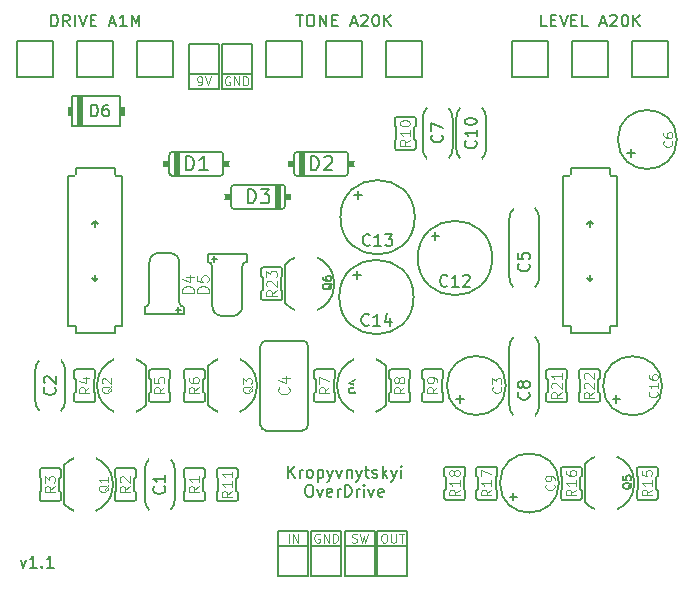
<source format=gto>
%TF.GenerationSoftware,KiCad,Pcbnew,7.0.5-0*%
%TF.CreationDate,2023-06-06T12:59:24+02:00*%
%TF.ProjectId,kropyvnytskyi-overdrive,6b726f70-7976-46e7-9974-736b79692d6f,1.0*%
%TF.SameCoordinates,Original*%
%TF.FileFunction,Legend,Top*%
%TF.FilePolarity,Positive*%
%FSLAX46Y46*%
G04 Gerber Fmt 4.6, Leading zero omitted, Abs format (unit mm)*
G04 Created by KiCad (PCBNEW 7.0.5-0) date 2023-06-06 12:59:24*
%MOMM*%
%LPD*%
G01*
G04 APERTURE LIST*
%ADD10C,0.150000*%
%ADD11C,0.152400*%
%ADD12C,0.100000*%
%ADD13C,0.073152*%
%ADD14C,0.081280*%
%ADD15C,0.097536*%
%ADD16C,0.127000*%
%ADD17R,2.000000X2.000000*%
%ADD18O,2.000000X2.000000*%
%ADD19R,2.540000X2.540000*%
%ADD20O,2.540000X2.540000*%
%ADD21R,2.032000X2.032000*%
%ADD22R,1.930400X1.930400*%
%ADD23O,1.930400X1.930400*%
%ADD24R,3.416000X3.416000*%
%ADD25O,3.416000X3.416000*%
%ADD26O,2.032000X2.032000*%
G04 APERTURE END LIST*
D10*
X100776685Y-136962219D02*
X100776685Y-135962219D01*
X101348113Y-136962219D02*
X100919542Y-136390790D01*
X101348113Y-135962219D02*
X100776685Y-136533647D01*
X101776685Y-136962219D02*
X101776685Y-136295552D01*
X101776685Y-136486028D02*
X101824304Y-136390790D01*
X101824304Y-136390790D02*
X101871923Y-136343171D01*
X101871923Y-136343171D02*
X101967161Y-136295552D01*
X101967161Y-136295552D02*
X102062399Y-136295552D01*
X102538590Y-136962219D02*
X102443352Y-136914600D01*
X102443352Y-136914600D02*
X102395733Y-136866980D01*
X102395733Y-136866980D02*
X102348114Y-136771742D01*
X102348114Y-136771742D02*
X102348114Y-136486028D01*
X102348114Y-136486028D02*
X102395733Y-136390790D01*
X102395733Y-136390790D02*
X102443352Y-136343171D01*
X102443352Y-136343171D02*
X102538590Y-136295552D01*
X102538590Y-136295552D02*
X102681447Y-136295552D01*
X102681447Y-136295552D02*
X102776685Y-136343171D01*
X102776685Y-136343171D02*
X102824304Y-136390790D01*
X102824304Y-136390790D02*
X102871923Y-136486028D01*
X102871923Y-136486028D02*
X102871923Y-136771742D01*
X102871923Y-136771742D02*
X102824304Y-136866980D01*
X102824304Y-136866980D02*
X102776685Y-136914600D01*
X102776685Y-136914600D02*
X102681447Y-136962219D01*
X102681447Y-136962219D02*
X102538590Y-136962219D01*
X103300495Y-136295552D02*
X103300495Y-137295552D01*
X103300495Y-136343171D02*
X103395733Y-136295552D01*
X103395733Y-136295552D02*
X103586209Y-136295552D01*
X103586209Y-136295552D02*
X103681447Y-136343171D01*
X103681447Y-136343171D02*
X103729066Y-136390790D01*
X103729066Y-136390790D02*
X103776685Y-136486028D01*
X103776685Y-136486028D02*
X103776685Y-136771742D01*
X103776685Y-136771742D02*
X103729066Y-136866980D01*
X103729066Y-136866980D02*
X103681447Y-136914600D01*
X103681447Y-136914600D02*
X103586209Y-136962219D01*
X103586209Y-136962219D02*
X103395733Y-136962219D01*
X103395733Y-136962219D02*
X103300495Y-136914600D01*
X104110019Y-136295552D02*
X104348114Y-136962219D01*
X104586209Y-136295552D02*
X104348114Y-136962219D01*
X104348114Y-136962219D02*
X104252876Y-137200314D01*
X104252876Y-137200314D02*
X104205257Y-137247933D01*
X104205257Y-137247933D02*
X104110019Y-137295552D01*
X104871924Y-136295552D02*
X105110019Y-136962219D01*
X105110019Y-136962219D02*
X105348114Y-136295552D01*
X105729067Y-136295552D02*
X105729067Y-136962219D01*
X105729067Y-136390790D02*
X105776686Y-136343171D01*
X105776686Y-136343171D02*
X105871924Y-136295552D01*
X105871924Y-136295552D02*
X106014781Y-136295552D01*
X106014781Y-136295552D02*
X106110019Y-136343171D01*
X106110019Y-136343171D02*
X106157638Y-136438409D01*
X106157638Y-136438409D02*
X106157638Y-136962219D01*
X106538591Y-136295552D02*
X106776686Y-136962219D01*
X107014781Y-136295552D02*
X106776686Y-136962219D01*
X106776686Y-136962219D02*
X106681448Y-137200314D01*
X106681448Y-137200314D02*
X106633829Y-137247933D01*
X106633829Y-137247933D02*
X106538591Y-137295552D01*
X107252877Y-136295552D02*
X107633829Y-136295552D01*
X107395734Y-135962219D02*
X107395734Y-136819361D01*
X107395734Y-136819361D02*
X107443353Y-136914600D01*
X107443353Y-136914600D02*
X107538591Y-136962219D01*
X107538591Y-136962219D02*
X107633829Y-136962219D01*
X107919544Y-136914600D02*
X108014782Y-136962219D01*
X108014782Y-136962219D02*
X108205258Y-136962219D01*
X108205258Y-136962219D02*
X108300496Y-136914600D01*
X108300496Y-136914600D02*
X108348115Y-136819361D01*
X108348115Y-136819361D02*
X108348115Y-136771742D01*
X108348115Y-136771742D02*
X108300496Y-136676504D01*
X108300496Y-136676504D02*
X108205258Y-136628885D01*
X108205258Y-136628885D02*
X108062401Y-136628885D01*
X108062401Y-136628885D02*
X107967163Y-136581266D01*
X107967163Y-136581266D02*
X107919544Y-136486028D01*
X107919544Y-136486028D02*
X107919544Y-136438409D01*
X107919544Y-136438409D02*
X107967163Y-136343171D01*
X107967163Y-136343171D02*
X108062401Y-136295552D01*
X108062401Y-136295552D02*
X108205258Y-136295552D01*
X108205258Y-136295552D02*
X108300496Y-136343171D01*
X108776687Y-136962219D02*
X108776687Y-135962219D01*
X108871925Y-136581266D02*
X109157639Y-136962219D01*
X109157639Y-136295552D02*
X108776687Y-136676504D01*
X109490973Y-136295552D02*
X109729068Y-136962219D01*
X109967163Y-136295552D02*
X109729068Y-136962219D01*
X109729068Y-136962219D02*
X109633830Y-137200314D01*
X109633830Y-137200314D02*
X109586211Y-137247933D01*
X109586211Y-137247933D02*
X109490973Y-137295552D01*
X110348116Y-136962219D02*
X110348116Y-136295552D01*
X110348116Y-135962219D02*
X110300497Y-136009838D01*
X110300497Y-136009838D02*
X110348116Y-136057457D01*
X110348116Y-136057457D02*
X110395735Y-136009838D01*
X110395735Y-136009838D02*
X110348116Y-135962219D01*
X110348116Y-135962219D02*
X110348116Y-136057457D01*
X102490971Y-137572219D02*
X102681447Y-137572219D01*
X102681447Y-137572219D02*
X102776685Y-137619838D01*
X102776685Y-137619838D02*
X102871923Y-137715076D01*
X102871923Y-137715076D02*
X102919542Y-137905552D01*
X102919542Y-137905552D02*
X102919542Y-138238885D01*
X102919542Y-138238885D02*
X102871923Y-138429361D01*
X102871923Y-138429361D02*
X102776685Y-138524600D01*
X102776685Y-138524600D02*
X102681447Y-138572219D01*
X102681447Y-138572219D02*
X102490971Y-138572219D01*
X102490971Y-138572219D02*
X102395733Y-138524600D01*
X102395733Y-138524600D02*
X102300495Y-138429361D01*
X102300495Y-138429361D02*
X102252876Y-138238885D01*
X102252876Y-138238885D02*
X102252876Y-137905552D01*
X102252876Y-137905552D02*
X102300495Y-137715076D01*
X102300495Y-137715076D02*
X102395733Y-137619838D01*
X102395733Y-137619838D02*
X102490971Y-137572219D01*
X103252876Y-137905552D02*
X103490971Y-138572219D01*
X103490971Y-138572219D02*
X103729066Y-137905552D01*
X104490971Y-138524600D02*
X104395733Y-138572219D01*
X104395733Y-138572219D02*
X104205257Y-138572219D01*
X104205257Y-138572219D02*
X104110019Y-138524600D01*
X104110019Y-138524600D02*
X104062400Y-138429361D01*
X104062400Y-138429361D02*
X104062400Y-138048409D01*
X104062400Y-138048409D02*
X104110019Y-137953171D01*
X104110019Y-137953171D02*
X104205257Y-137905552D01*
X104205257Y-137905552D02*
X104395733Y-137905552D01*
X104395733Y-137905552D02*
X104490971Y-137953171D01*
X104490971Y-137953171D02*
X104538590Y-138048409D01*
X104538590Y-138048409D02*
X104538590Y-138143647D01*
X104538590Y-138143647D02*
X104062400Y-138238885D01*
X104967162Y-138572219D02*
X104967162Y-137905552D01*
X104967162Y-138096028D02*
X105014781Y-138000790D01*
X105014781Y-138000790D02*
X105062400Y-137953171D01*
X105062400Y-137953171D02*
X105157638Y-137905552D01*
X105157638Y-137905552D02*
X105252876Y-137905552D01*
X105586210Y-138572219D02*
X105586210Y-137572219D01*
X105586210Y-137572219D02*
X105824305Y-137572219D01*
X105824305Y-137572219D02*
X105967162Y-137619838D01*
X105967162Y-137619838D02*
X106062400Y-137715076D01*
X106062400Y-137715076D02*
X106110019Y-137810314D01*
X106110019Y-137810314D02*
X106157638Y-138000790D01*
X106157638Y-138000790D02*
X106157638Y-138143647D01*
X106157638Y-138143647D02*
X106110019Y-138334123D01*
X106110019Y-138334123D02*
X106062400Y-138429361D01*
X106062400Y-138429361D02*
X105967162Y-138524600D01*
X105967162Y-138524600D02*
X105824305Y-138572219D01*
X105824305Y-138572219D02*
X105586210Y-138572219D01*
X106586210Y-138572219D02*
X106586210Y-137905552D01*
X106586210Y-138096028D02*
X106633829Y-138000790D01*
X106633829Y-138000790D02*
X106681448Y-137953171D01*
X106681448Y-137953171D02*
X106776686Y-137905552D01*
X106776686Y-137905552D02*
X106871924Y-137905552D01*
X107205258Y-138572219D02*
X107205258Y-137905552D01*
X107205258Y-137572219D02*
X107157639Y-137619838D01*
X107157639Y-137619838D02*
X107205258Y-137667457D01*
X107205258Y-137667457D02*
X107252877Y-137619838D01*
X107252877Y-137619838D02*
X107205258Y-137572219D01*
X107205258Y-137572219D02*
X107205258Y-137667457D01*
X107586210Y-137905552D02*
X107824305Y-138572219D01*
X107824305Y-138572219D02*
X108062400Y-137905552D01*
X108824305Y-138524600D02*
X108729067Y-138572219D01*
X108729067Y-138572219D02*
X108538591Y-138572219D01*
X108538591Y-138572219D02*
X108443353Y-138524600D01*
X108443353Y-138524600D02*
X108395734Y-138429361D01*
X108395734Y-138429361D02*
X108395734Y-138048409D01*
X108395734Y-138048409D02*
X108443353Y-137953171D01*
X108443353Y-137953171D02*
X108538591Y-137905552D01*
X108538591Y-137905552D02*
X108729067Y-137905552D01*
X108729067Y-137905552D02*
X108824305Y-137953171D01*
X108824305Y-137953171D02*
X108871924Y-138048409D01*
X108871924Y-138048409D02*
X108871924Y-138143647D01*
X108871924Y-138143647D02*
X108395734Y-138238885D01*
X78124229Y-143907752D02*
X78362324Y-144574419D01*
X78362324Y-144574419D02*
X78600419Y-143907752D01*
X79505181Y-144574419D02*
X78933753Y-144574419D01*
X79219467Y-144574419D02*
X79219467Y-143574419D01*
X79219467Y-143574419D02*
X79124229Y-143717276D01*
X79124229Y-143717276D02*
X79028991Y-143812514D01*
X79028991Y-143812514D02*
X78933753Y-143860133D01*
X79933753Y-144479180D02*
X79981372Y-144526800D01*
X79981372Y-144526800D02*
X79933753Y-144574419D01*
X79933753Y-144574419D02*
X79886134Y-144526800D01*
X79886134Y-144526800D02*
X79933753Y-144479180D01*
X79933753Y-144479180D02*
X79933753Y-144574419D01*
X80933752Y-144574419D02*
X80362324Y-144574419D01*
X80648038Y-144574419D02*
X80648038Y-143574419D01*
X80648038Y-143574419D02*
X80552800Y-143717276D01*
X80552800Y-143717276D02*
X80457562Y-143812514D01*
X80457562Y-143812514D02*
X80362324Y-143860133D01*
D11*
X97356687Y-113732625D02*
X97356687Y-112526125D01*
X97356687Y-112526125D02*
X97643949Y-112526125D01*
X97643949Y-112526125D02*
X97816306Y-112583577D01*
X97816306Y-112583577D02*
X97931211Y-112698482D01*
X97931211Y-112698482D02*
X97988664Y-112813387D01*
X97988664Y-112813387D02*
X98046116Y-113043196D01*
X98046116Y-113043196D02*
X98046116Y-113215553D01*
X98046116Y-113215553D02*
X97988664Y-113445363D01*
X97988664Y-113445363D02*
X97931211Y-113560268D01*
X97931211Y-113560268D02*
X97816306Y-113675173D01*
X97816306Y-113675173D02*
X97643949Y-113732625D01*
X97643949Y-113732625D02*
X97356687Y-113732625D01*
X98448283Y-112526125D02*
X99195164Y-112526125D01*
X99195164Y-112526125D02*
X98792997Y-112985744D01*
X98792997Y-112985744D02*
X98965354Y-112985744D01*
X98965354Y-112985744D02*
X99080259Y-113043196D01*
X99080259Y-113043196D02*
X99137711Y-113100649D01*
X99137711Y-113100649D02*
X99195164Y-113215553D01*
X99195164Y-113215553D02*
X99195164Y-113502815D01*
X99195164Y-113502815D02*
X99137711Y-113617720D01*
X99137711Y-113617720D02*
X99080259Y-113675173D01*
X99080259Y-113675173D02*
X98965354Y-113732625D01*
X98965354Y-113732625D02*
X98620640Y-113732625D01*
X98620640Y-113732625D02*
X98505735Y-113675173D01*
X98505735Y-113675173D02*
X98448283Y-113617720D01*
D10*
X122674523Y-98752819D02*
X122198333Y-98752819D01*
X122198333Y-98752819D02*
X122198333Y-97752819D01*
X123007857Y-98229009D02*
X123341190Y-98229009D01*
X123484047Y-98752819D02*
X123007857Y-98752819D01*
X123007857Y-98752819D02*
X123007857Y-97752819D01*
X123007857Y-97752819D02*
X123484047Y-97752819D01*
X123769762Y-97752819D02*
X124103095Y-98752819D01*
X124103095Y-98752819D02*
X124436428Y-97752819D01*
X124769762Y-98229009D02*
X125103095Y-98229009D01*
X125245952Y-98752819D02*
X124769762Y-98752819D01*
X124769762Y-98752819D02*
X124769762Y-97752819D01*
X124769762Y-97752819D02*
X125245952Y-97752819D01*
X126150714Y-98752819D02*
X125674524Y-98752819D01*
X125674524Y-98752819D02*
X125674524Y-97752819D01*
X127198334Y-98467104D02*
X127674524Y-98467104D01*
X127103096Y-98752819D02*
X127436429Y-97752819D01*
X127436429Y-97752819D02*
X127769762Y-98752819D01*
X128055477Y-97848057D02*
X128103096Y-97800438D01*
X128103096Y-97800438D02*
X128198334Y-97752819D01*
X128198334Y-97752819D02*
X128436429Y-97752819D01*
X128436429Y-97752819D02*
X128531667Y-97800438D01*
X128531667Y-97800438D02*
X128579286Y-97848057D01*
X128579286Y-97848057D02*
X128626905Y-97943295D01*
X128626905Y-97943295D02*
X128626905Y-98038533D01*
X128626905Y-98038533D02*
X128579286Y-98181390D01*
X128579286Y-98181390D02*
X128007858Y-98752819D01*
X128007858Y-98752819D02*
X128626905Y-98752819D01*
X129245953Y-97752819D02*
X129341191Y-97752819D01*
X129341191Y-97752819D02*
X129436429Y-97800438D01*
X129436429Y-97800438D02*
X129484048Y-97848057D01*
X129484048Y-97848057D02*
X129531667Y-97943295D01*
X129531667Y-97943295D02*
X129579286Y-98133771D01*
X129579286Y-98133771D02*
X129579286Y-98371866D01*
X129579286Y-98371866D02*
X129531667Y-98562342D01*
X129531667Y-98562342D02*
X129484048Y-98657580D01*
X129484048Y-98657580D02*
X129436429Y-98705200D01*
X129436429Y-98705200D02*
X129341191Y-98752819D01*
X129341191Y-98752819D02*
X129245953Y-98752819D01*
X129245953Y-98752819D02*
X129150715Y-98705200D01*
X129150715Y-98705200D02*
X129103096Y-98657580D01*
X129103096Y-98657580D02*
X129055477Y-98562342D01*
X129055477Y-98562342D02*
X129007858Y-98371866D01*
X129007858Y-98371866D02*
X129007858Y-98133771D01*
X129007858Y-98133771D02*
X129055477Y-97943295D01*
X129055477Y-97943295D02*
X129103096Y-97848057D01*
X129103096Y-97848057D02*
X129150715Y-97800438D01*
X129150715Y-97800438D02*
X129245953Y-97752819D01*
X130007858Y-98752819D02*
X130007858Y-97752819D01*
X130579286Y-98752819D02*
X130150715Y-98181390D01*
X130579286Y-97752819D02*
X130007858Y-98324247D01*
D12*
X103441571Y-141740478D02*
X103370143Y-141704764D01*
X103370143Y-141704764D02*
X103263000Y-141704764D01*
X103263000Y-141704764D02*
X103155857Y-141740478D01*
X103155857Y-141740478D02*
X103084428Y-141811907D01*
X103084428Y-141811907D02*
X103048714Y-141883335D01*
X103048714Y-141883335D02*
X103013000Y-142026192D01*
X103013000Y-142026192D02*
X103013000Y-142133335D01*
X103013000Y-142133335D02*
X103048714Y-142276192D01*
X103048714Y-142276192D02*
X103084428Y-142347621D01*
X103084428Y-142347621D02*
X103155857Y-142419050D01*
X103155857Y-142419050D02*
X103263000Y-142454764D01*
X103263000Y-142454764D02*
X103334428Y-142454764D01*
X103334428Y-142454764D02*
X103441571Y-142419050D01*
X103441571Y-142419050D02*
X103477285Y-142383335D01*
X103477285Y-142383335D02*
X103477285Y-142133335D01*
X103477285Y-142133335D02*
X103334428Y-142133335D01*
X103798714Y-142454764D02*
X103798714Y-141704764D01*
X103798714Y-141704764D02*
X104227285Y-142454764D01*
X104227285Y-142454764D02*
X104227285Y-141704764D01*
X104584428Y-142454764D02*
X104584428Y-141704764D01*
X104584428Y-141704764D02*
X104762999Y-141704764D01*
X104762999Y-141704764D02*
X104870142Y-141740478D01*
X104870142Y-141740478D02*
X104941571Y-141811907D01*
X104941571Y-141811907D02*
X104977285Y-141883335D01*
X104977285Y-141883335D02*
X105012999Y-142026192D01*
X105012999Y-142026192D02*
X105012999Y-142133335D01*
X105012999Y-142133335D02*
X104977285Y-142276192D01*
X104977285Y-142276192D02*
X104941571Y-142347621D01*
X104941571Y-142347621D02*
X104870142Y-142419050D01*
X104870142Y-142419050D02*
X104762999Y-142454764D01*
X104762999Y-142454764D02*
X104584428Y-142454764D01*
D10*
X107611942Y-123994080D02*
X107564323Y-124041700D01*
X107564323Y-124041700D02*
X107421466Y-124089319D01*
X107421466Y-124089319D02*
X107326228Y-124089319D01*
X107326228Y-124089319D02*
X107183371Y-124041700D01*
X107183371Y-124041700D02*
X107088133Y-123946461D01*
X107088133Y-123946461D02*
X107040514Y-123851223D01*
X107040514Y-123851223D02*
X106992895Y-123660747D01*
X106992895Y-123660747D02*
X106992895Y-123517890D01*
X106992895Y-123517890D02*
X107040514Y-123327414D01*
X107040514Y-123327414D02*
X107088133Y-123232176D01*
X107088133Y-123232176D02*
X107183371Y-123136938D01*
X107183371Y-123136938D02*
X107326228Y-123089319D01*
X107326228Y-123089319D02*
X107421466Y-123089319D01*
X107421466Y-123089319D02*
X107564323Y-123136938D01*
X107564323Y-123136938D02*
X107611942Y-123184557D01*
X108564323Y-124089319D02*
X107992895Y-124089319D01*
X108278609Y-124089319D02*
X108278609Y-123089319D01*
X108278609Y-123089319D02*
X108183371Y-123232176D01*
X108183371Y-123232176D02*
X108088133Y-123327414D01*
X108088133Y-123327414D02*
X107992895Y-123375033D01*
X109421466Y-123422652D02*
X109421466Y-124089319D01*
X109183371Y-123041700D02*
X108945276Y-123755985D01*
X108945276Y-123755985D02*
X109564323Y-123755985D01*
D11*
X102690687Y-110938625D02*
X102690687Y-109732125D01*
X102690687Y-109732125D02*
X102977949Y-109732125D01*
X102977949Y-109732125D02*
X103150306Y-109789577D01*
X103150306Y-109789577D02*
X103265211Y-109904482D01*
X103265211Y-109904482D02*
X103322664Y-110019387D01*
X103322664Y-110019387D02*
X103380116Y-110249196D01*
X103380116Y-110249196D02*
X103380116Y-110421553D01*
X103380116Y-110421553D02*
X103322664Y-110651363D01*
X103322664Y-110651363D02*
X103265211Y-110766268D01*
X103265211Y-110766268D02*
X103150306Y-110881173D01*
X103150306Y-110881173D02*
X102977949Y-110938625D01*
X102977949Y-110938625D02*
X102690687Y-110938625D01*
X103839735Y-109847030D02*
X103897187Y-109789577D01*
X103897187Y-109789577D02*
X104012092Y-109732125D01*
X104012092Y-109732125D02*
X104299354Y-109732125D01*
X104299354Y-109732125D02*
X104414259Y-109789577D01*
X104414259Y-109789577D02*
X104471711Y-109847030D01*
X104471711Y-109847030D02*
X104529164Y-109961934D01*
X104529164Y-109961934D02*
X104529164Y-110076839D01*
X104529164Y-110076839D02*
X104471711Y-110249196D01*
X104471711Y-110249196D02*
X103782283Y-110938625D01*
X103782283Y-110938625D02*
X104529164Y-110938625D01*
D13*
X118000064Y-137972436D02*
X117586407Y-138261996D01*
X118000064Y-138468825D02*
X117131384Y-138468825D01*
X117131384Y-138468825D02*
X117131384Y-138137899D01*
X117131384Y-138137899D02*
X117172750Y-138055168D01*
X117172750Y-138055168D02*
X117214116Y-138013802D01*
X117214116Y-138013802D02*
X117296847Y-137972436D01*
X117296847Y-137972436D02*
X117420944Y-137972436D01*
X117420944Y-137972436D02*
X117503676Y-138013802D01*
X117503676Y-138013802D02*
X117545041Y-138055168D01*
X117545041Y-138055168D02*
X117586407Y-138137899D01*
X117586407Y-138137899D02*
X117586407Y-138468825D01*
X118000064Y-137145122D02*
X118000064Y-137641511D01*
X118000064Y-137393316D02*
X117131384Y-137393316D01*
X117131384Y-137393316D02*
X117255481Y-137476048D01*
X117255481Y-137476048D02*
X117338213Y-137558779D01*
X117338213Y-137558779D02*
X117379579Y-137641511D01*
X117131384Y-136855562D02*
X117131384Y-136276442D01*
X117131384Y-136276442D02*
X118000064Y-136648734D01*
X90314064Y-129303779D02*
X89900407Y-129593339D01*
X90314064Y-129800168D02*
X89445384Y-129800168D01*
X89445384Y-129800168D02*
X89445384Y-129469242D01*
X89445384Y-129469242D02*
X89486750Y-129386511D01*
X89486750Y-129386511D02*
X89528116Y-129345145D01*
X89528116Y-129345145D02*
X89610847Y-129303779D01*
X89610847Y-129303779D02*
X89734944Y-129303779D01*
X89734944Y-129303779D02*
X89817676Y-129345145D01*
X89817676Y-129345145D02*
X89859041Y-129386511D01*
X89859041Y-129386511D02*
X89900407Y-129469242D01*
X89900407Y-129469242D02*
X89900407Y-129800168D01*
X89445384Y-128517831D02*
X89445384Y-128931488D01*
X89445384Y-128931488D02*
X89859041Y-128972854D01*
X89859041Y-128972854D02*
X89817676Y-128931488D01*
X89817676Y-128931488D02*
X89776310Y-128848757D01*
X89776310Y-128848757D02*
X89776310Y-128641928D01*
X89776310Y-128641928D02*
X89817676Y-128559197D01*
X89817676Y-128559197D02*
X89859041Y-128517831D01*
X89859041Y-128517831D02*
X89941773Y-128476465D01*
X89941773Y-128476465D02*
X90148601Y-128476465D01*
X90148601Y-128476465D02*
X90231333Y-128517831D01*
X90231333Y-128517831D02*
X90272699Y-128559197D01*
X90272699Y-128559197D02*
X90314064Y-128641928D01*
X90314064Y-128641928D02*
X90314064Y-128848757D01*
X90314064Y-128848757D02*
X90272699Y-128931488D01*
X90272699Y-128931488D02*
X90231333Y-128972854D01*
D12*
X85566692Y-137612428D02*
X85530978Y-137683857D01*
X85530978Y-137683857D02*
X85459550Y-137755285D01*
X85459550Y-137755285D02*
X85352407Y-137862428D01*
X85352407Y-137862428D02*
X85316692Y-137933857D01*
X85316692Y-137933857D02*
X85316692Y-138005285D01*
X85495264Y-137969571D02*
X85459550Y-138041000D01*
X85459550Y-138041000D02*
X85388121Y-138112428D01*
X85388121Y-138112428D02*
X85245264Y-138148142D01*
X85245264Y-138148142D02*
X84995264Y-138148142D01*
X84995264Y-138148142D02*
X84852407Y-138112428D01*
X84852407Y-138112428D02*
X84780978Y-138041000D01*
X84780978Y-138041000D02*
X84745264Y-137969571D01*
X84745264Y-137969571D02*
X84745264Y-137826714D01*
X84745264Y-137826714D02*
X84780978Y-137755285D01*
X84780978Y-137755285D02*
X84852407Y-137683857D01*
X84852407Y-137683857D02*
X84995264Y-137648142D01*
X84995264Y-137648142D02*
X85245264Y-137648142D01*
X85245264Y-137648142D02*
X85388121Y-137683857D01*
X85388121Y-137683857D02*
X85459550Y-137755285D01*
X85459550Y-137755285D02*
X85495264Y-137826714D01*
X85495264Y-137826714D02*
X85495264Y-137969571D01*
X85495264Y-136933857D02*
X85495264Y-137362428D01*
X85495264Y-137148143D02*
X84745264Y-137148143D01*
X84745264Y-137148143D02*
X84852407Y-137219571D01*
X84852407Y-137219571D02*
X84923835Y-137291000D01*
X84923835Y-137291000D02*
X84959550Y-137362428D01*
D14*
X100807369Y-129319866D02*
X100853331Y-129365828D01*
X100853331Y-129365828D02*
X100899292Y-129503714D01*
X100899292Y-129503714D02*
X100899292Y-129595638D01*
X100899292Y-129595638D02*
X100853331Y-129733523D01*
X100853331Y-129733523D02*
X100761407Y-129825447D01*
X100761407Y-129825447D02*
X100669483Y-129871409D01*
X100669483Y-129871409D02*
X100485635Y-129917371D01*
X100485635Y-129917371D02*
X100347750Y-129917371D01*
X100347750Y-129917371D02*
X100163902Y-129871409D01*
X100163902Y-129871409D02*
X100071978Y-129825447D01*
X100071978Y-129825447D02*
X99980054Y-129733523D01*
X99980054Y-129733523D02*
X99934092Y-129595638D01*
X99934092Y-129595638D02*
X99934092Y-129503714D01*
X99934092Y-129503714D02*
X99980054Y-129365828D01*
X99980054Y-129365828D02*
X100026016Y-129319866D01*
X100255826Y-128492552D02*
X100899292Y-128492552D01*
X99888131Y-128722361D02*
X100577559Y-128952171D01*
X100577559Y-128952171D02*
X100577559Y-128354666D01*
D10*
X106710200Y-129315982D02*
X106676866Y-129382649D01*
X106676866Y-129382649D02*
X106610200Y-129449316D01*
X106610200Y-129449316D02*
X106510200Y-129549316D01*
X106510200Y-129549316D02*
X106476866Y-129615982D01*
X106476866Y-129615982D02*
X106476866Y-129682649D01*
X106643533Y-129649316D02*
X106610200Y-129715982D01*
X106610200Y-129715982D02*
X106543533Y-129782649D01*
X106543533Y-129782649D02*
X106410200Y-129815982D01*
X106410200Y-129815982D02*
X106176866Y-129815982D01*
X106176866Y-129815982D02*
X106043533Y-129782649D01*
X106043533Y-129782649D02*
X105976866Y-129715982D01*
X105976866Y-129715982D02*
X105943533Y-129649316D01*
X105943533Y-129649316D02*
X105943533Y-129515982D01*
X105943533Y-129515982D02*
X105976866Y-129449316D01*
X105976866Y-129449316D02*
X106043533Y-129382649D01*
X106043533Y-129382649D02*
X106176866Y-129349316D01*
X106176866Y-129349316D02*
X106410200Y-129349316D01*
X106410200Y-129349316D02*
X106543533Y-129382649D01*
X106543533Y-129382649D02*
X106610200Y-129449316D01*
X106610200Y-129449316D02*
X106643533Y-129515982D01*
X106643533Y-129515982D02*
X106643533Y-129649316D01*
X106176866Y-128749316D02*
X106643533Y-128749316D01*
X105910200Y-128915983D02*
X106410200Y-129082649D01*
X106410200Y-129082649D02*
X106410200Y-128649316D01*
X101489381Y-97752819D02*
X102060809Y-97752819D01*
X101775095Y-98752819D02*
X101775095Y-97752819D01*
X102584619Y-97752819D02*
X102775095Y-97752819D01*
X102775095Y-97752819D02*
X102870333Y-97800438D01*
X102870333Y-97800438D02*
X102965571Y-97895676D01*
X102965571Y-97895676D02*
X103013190Y-98086152D01*
X103013190Y-98086152D02*
X103013190Y-98419485D01*
X103013190Y-98419485D02*
X102965571Y-98609961D01*
X102965571Y-98609961D02*
X102870333Y-98705200D01*
X102870333Y-98705200D02*
X102775095Y-98752819D01*
X102775095Y-98752819D02*
X102584619Y-98752819D01*
X102584619Y-98752819D02*
X102489381Y-98705200D01*
X102489381Y-98705200D02*
X102394143Y-98609961D01*
X102394143Y-98609961D02*
X102346524Y-98419485D01*
X102346524Y-98419485D02*
X102346524Y-98086152D01*
X102346524Y-98086152D02*
X102394143Y-97895676D01*
X102394143Y-97895676D02*
X102489381Y-97800438D01*
X102489381Y-97800438D02*
X102584619Y-97752819D01*
X103441762Y-98752819D02*
X103441762Y-97752819D01*
X103441762Y-97752819D02*
X104013190Y-98752819D01*
X104013190Y-98752819D02*
X104013190Y-97752819D01*
X104489381Y-98229009D02*
X104822714Y-98229009D01*
X104965571Y-98752819D02*
X104489381Y-98752819D01*
X104489381Y-98752819D02*
X104489381Y-97752819D01*
X104489381Y-97752819D02*
X104965571Y-97752819D01*
X106108429Y-98467104D02*
X106584619Y-98467104D01*
X106013191Y-98752819D02*
X106346524Y-97752819D01*
X106346524Y-97752819D02*
X106679857Y-98752819D01*
X106965572Y-97848057D02*
X107013191Y-97800438D01*
X107013191Y-97800438D02*
X107108429Y-97752819D01*
X107108429Y-97752819D02*
X107346524Y-97752819D01*
X107346524Y-97752819D02*
X107441762Y-97800438D01*
X107441762Y-97800438D02*
X107489381Y-97848057D01*
X107489381Y-97848057D02*
X107537000Y-97943295D01*
X107537000Y-97943295D02*
X107537000Y-98038533D01*
X107537000Y-98038533D02*
X107489381Y-98181390D01*
X107489381Y-98181390D02*
X106917953Y-98752819D01*
X106917953Y-98752819D02*
X107537000Y-98752819D01*
X108156048Y-97752819D02*
X108251286Y-97752819D01*
X108251286Y-97752819D02*
X108346524Y-97800438D01*
X108346524Y-97800438D02*
X108394143Y-97848057D01*
X108394143Y-97848057D02*
X108441762Y-97943295D01*
X108441762Y-97943295D02*
X108489381Y-98133771D01*
X108489381Y-98133771D02*
X108489381Y-98371866D01*
X108489381Y-98371866D02*
X108441762Y-98562342D01*
X108441762Y-98562342D02*
X108394143Y-98657580D01*
X108394143Y-98657580D02*
X108346524Y-98705200D01*
X108346524Y-98705200D02*
X108251286Y-98752819D01*
X108251286Y-98752819D02*
X108156048Y-98752819D01*
X108156048Y-98752819D02*
X108060810Y-98705200D01*
X108060810Y-98705200D02*
X108013191Y-98657580D01*
X108013191Y-98657580D02*
X107965572Y-98562342D01*
X107965572Y-98562342D02*
X107917953Y-98371866D01*
X107917953Y-98371866D02*
X107917953Y-98133771D01*
X107917953Y-98133771D02*
X107965572Y-97943295D01*
X107965572Y-97943295D02*
X108013191Y-97848057D01*
X108013191Y-97848057D02*
X108060810Y-97800438D01*
X108060810Y-97800438D02*
X108156048Y-97752819D01*
X108917953Y-98752819D02*
X108917953Y-97752819D01*
X109489381Y-98752819D02*
X109060810Y-98181390D01*
X109489381Y-97752819D02*
X108917953Y-98324247D01*
D14*
X92771292Y-121311609D02*
X91806092Y-121311609D01*
X91806092Y-121311609D02*
X91806092Y-121081799D01*
X91806092Y-121081799D02*
X91852054Y-120943914D01*
X91852054Y-120943914D02*
X91943978Y-120851990D01*
X91943978Y-120851990D02*
X92035902Y-120806028D01*
X92035902Y-120806028D02*
X92219750Y-120760066D01*
X92219750Y-120760066D02*
X92357635Y-120760066D01*
X92357635Y-120760066D02*
X92541483Y-120806028D01*
X92541483Y-120806028D02*
X92633407Y-120851990D01*
X92633407Y-120851990D02*
X92725331Y-120943914D01*
X92725331Y-120943914D02*
X92771292Y-121081799D01*
X92771292Y-121081799D02*
X92771292Y-121311609D01*
X92127826Y-119932752D02*
X92771292Y-119932752D01*
X91760131Y-120162561D02*
X92449559Y-120392371D01*
X92449559Y-120392371D02*
X92449559Y-119794866D01*
D10*
X91481200Y-122986770D02*
X91481200Y-122529628D01*
X91709771Y-122758199D02*
X91252628Y-122758199D01*
X121136580Y-129732066D02*
X121184200Y-129779685D01*
X121184200Y-129779685D02*
X121231819Y-129922542D01*
X121231819Y-129922542D02*
X121231819Y-130017780D01*
X121231819Y-130017780D02*
X121184200Y-130160637D01*
X121184200Y-130160637D02*
X121088961Y-130255875D01*
X121088961Y-130255875D02*
X120993723Y-130303494D01*
X120993723Y-130303494D02*
X120803247Y-130351113D01*
X120803247Y-130351113D02*
X120660390Y-130351113D01*
X120660390Y-130351113D02*
X120469914Y-130303494D01*
X120469914Y-130303494D02*
X120374676Y-130255875D01*
X120374676Y-130255875D02*
X120279438Y-130160637D01*
X120279438Y-130160637D02*
X120231819Y-130017780D01*
X120231819Y-130017780D02*
X120231819Y-129922542D01*
X120231819Y-129922542D02*
X120279438Y-129779685D01*
X120279438Y-129779685D02*
X120327057Y-129732066D01*
X120660390Y-129160637D02*
X120612771Y-129255875D01*
X120612771Y-129255875D02*
X120565152Y-129303494D01*
X120565152Y-129303494D02*
X120469914Y-129351113D01*
X120469914Y-129351113D02*
X120422295Y-129351113D01*
X120422295Y-129351113D02*
X120327057Y-129303494D01*
X120327057Y-129303494D02*
X120279438Y-129255875D01*
X120279438Y-129255875D02*
X120231819Y-129160637D01*
X120231819Y-129160637D02*
X120231819Y-128970161D01*
X120231819Y-128970161D02*
X120279438Y-128874923D01*
X120279438Y-128874923D02*
X120327057Y-128827304D01*
X120327057Y-128827304D02*
X120422295Y-128779685D01*
X120422295Y-128779685D02*
X120469914Y-128779685D01*
X120469914Y-128779685D02*
X120565152Y-128827304D01*
X120565152Y-128827304D02*
X120612771Y-128874923D01*
X120612771Y-128874923D02*
X120660390Y-128970161D01*
X120660390Y-128970161D02*
X120660390Y-129160637D01*
X120660390Y-129160637D02*
X120708009Y-129255875D01*
X120708009Y-129255875D02*
X120755628Y-129303494D01*
X120755628Y-129303494D02*
X120850866Y-129351113D01*
X120850866Y-129351113D02*
X121041342Y-129351113D01*
X121041342Y-129351113D02*
X121136580Y-129303494D01*
X121136580Y-129303494D02*
X121184200Y-129255875D01*
X121184200Y-129255875D02*
X121231819Y-129160637D01*
X121231819Y-129160637D02*
X121231819Y-128970161D01*
X121231819Y-128970161D02*
X121184200Y-128874923D01*
X121184200Y-128874923D02*
X121136580Y-128827304D01*
X121136580Y-128827304D02*
X121041342Y-128779685D01*
X121041342Y-128779685D02*
X120850866Y-128779685D01*
X120850866Y-128779685D02*
X120755628Y-128827304D01*
X120755628Y-128827304D02*
X120708009Y-128874923D01*
X120708009Y-128874923D02*
X120660390Y-128970161D01*
X113795980Y-107964266D02*
X113843600Y-108011885D01*
X113843600Y-108011885D02*
X113891219Y-108154742D01*
X113891219Y-108154742D02*
X113891219Y-108249980D01*
X113891219Y-108249980D02*
X113843600Y-108392837D01*
X113843600Y-108392837D02*
X113748361Y-108488075D01*
X113748361Y-108488075D02*
X113653123Y-108535694D01*
X113653123Y-108535694D02*
X113462647Y-108583313D01*
X113462647Y-108583313D02*
X113319790Y-108583313D01*
X113319790Y-108583313D02*
X113129314Y-108535694D01*
X113129314Y-108535694D02*
X113034076Y-108488075D01*
X113034076Y-108488075D02*
X112938838Y-108392837D01*
X112938838Y-108392837D02*
X112891219Y-108249980D01*
X112891219Y-108249980D02*
X112891219Y-108154742D01*
X112891219Y-108154742D02*
X112938838Y-108011885D01*
X112938838Y-108011885D02*
X112986457Y-107964266D01*
X112891219Y-107630932D02*
X112891219Y-106964266D01*
X112891219Y-106964266D02*
X113891219Y-107392837D01*
D13*
X99813664Y-121106836D02*
X99400007Y-121396396D01*
X99813664Y-121603225D02*
X98944984Y-121603225D01*
X98944984Y-121603225D02*
X98944984Y-121272299D01*
X98944984Y-121272299D02*
X98986350Y-121189568D01*
X98986350Y-121189568D02*
X99027716Y-121148202D01*
X99027716Y-121148202D02*
X99110447Y-121106836D01*
X99110447Y-121106836D02*
X99234544Y-121106836D01*
X99234544Y-121106836D02*
X99317276Y-121148202D01*
X99317276Y-121148202D02*
X99358641Y-121189568D01*
X99358641Y-121189568D02*
X99400007Y-121272299D01*
X99400007Y-121272299D02*
X99400007Y-121603225D01*
X99027716Y-120775911D02*
X98986350Y-120734545D01*
X98986350Y-120734545D02*
X98944984Y-120651814D01*
X98944984Y-120651814D02*
X98944984Y-120444985D01*
X98944984Y-120444985D02*
X98986350Y-120362254D01*
X98986350Y-120362254D02*
X99027716Y-120320888D01*
X99027716Y-120320888D02*
X99110447Y-120279522D01*
X99110447Y-120279522D02*
X99193179Y-120279522D01*
X99193179Y-120279522D02*
X99317276Y-120320888D01*
X99317276Y-120320888D02*
X99813664Y-120817276D01*
X99813664Y-120817276D02*
X99813664Y-120279522D01*
X98944984Y-119989962D02*
X98944984Y-119452208D01*
X98944984Y-119452208D02*
X99275910Y-119741768D01*
X99275910Y-119741768D02*
X99275910Y-119617671D01*
X99275910Y-119617671D02*
X99317276Y-119534940D01*
X99317276Y-119534940D02*
X99358641Y-119493574D01*
X99358641Y-119493574D02*
X99441373Y-119452208D01*
X99441373Y-119452208D02*
X99648201Y-119452208D01*
X99648201Y-119452208D02*
X99730933Y-119493574D01*
X99730933Y-119493574D02*
X99772299Y-119534940D01*
X99772299Y-119534940D02*
X99813664Y-119617671D01*
X99813664Y-119617671D02*
X99813664Y-119865865D01*
X99813664Y-119865865D02*
X99772299Y-119948597D01*
X99772299Y-119948597D02*
X99730933Y-119989962D01*
D10*
X121136580Y-118860866D02*
X121184200Y-118908485D01*
X121184200Y-118908485D02*
X121231819Y-119051342D01*
X121231819Y-119051342D02*
X121231819Y-119146580D01*
X121231819Y-119146580D02*
X121184200Y-119289437D01*
X121184200Y-119289437D02*
X121088961Y-119384675D01*
X121088961Y-119384675D02*
X120993723Y-119432294D01*
X120993723Y-119432294D02*
X120803247Y-119479913D01*
X120803247Y-119479913D02*
X120660390Y-119479913D01*
X120660390Y-119479913D02*
X120469914Y-119432294D01*
X120469914Y-119432294D02*
X120374676Y-119384675D01*
X120374676Y-119384675D02*
X120279438Y-119289437D01*
X120279438Y-119289437D02*
X120231819Y-119146580D01*
X120231819Y-119146580D02*
X120231819Y-119051342D01*
X120231819Y-119051342D02*
X120279438Y-118908485D01*
X120279438Y-118908485D02*
X120327057Y-118860866D01*
X120231819Y-117956104D02*
X120231819Y-118432294D01*
X120231819Y-118432294D02*
X120708009Y-118479913D01*
X120708009Y-118479913D02*
X120660390Y-118432294D01*
X120660390Y-118432294D02*
X120612771Y-118337056D01*
X120612771Y-118337056D02*
X120612771Y-118098961D01*
X120612771Y-118098961D02*
X120660390Y-118003723D01*
X120660390Y-118003723D02*
X120708009Y-117956104D01*
X120708009Y-117956104D02*
X120803247Y-117908485D01*
X120803247Y-117908485D02*
X121041342Y-117908485D01*
X121041342Y-117908485D02*
X121136580Y-117956104D01*
X121136580Y-117956104D02*
X121184200Y-118003723D01*
X121184200Y-118003723D02*
X121231819Y-118098961D01*
X121231819Y-118098961D02*
X121231819Y-118337056D01*
X121231819Y-118337056D02*
X121184200Y-118432294D01*
X121184200Y-118432294D02*
X121136580Y-118479913D01*
D13*
X110634064Y-129303779D02*
X110220407Y-129593339D01*
X110634064Y-129800168D02*
X109765384Y-129800168D01*
X109765384Y-129800168D02*
X109765384Y-129469242D01*
X109765384Y-129469242D02*
X109806750Y-129386511D01*
X109806750Y-129386511D02*
X109848116Y-129345145D01*
X109848116Y-129345145D02*
X109930847Y-129303779D01*
X109930847Y-129303779D02*
X110054944Y-129303779D01*
X110054944Y-129303779D02*
X110137676Y-129345145D01*
X110137676Y-129345145D02*
X110179041Y-129386511D01*
X110179041Y-129386511D02*
X110220407Y-129469242D01*
X110220407Y-129469242D02*
X110220407Y-129800168D01*
X110137676Y-128807391D02*
X110096310Y-128890122D01*
X110096310Y-128890122D02*
X110054944Y-128931488D01*
X110054944Y-128931488D02*
X109972213Y-128972854D01*
X109972213Y-128972854D02*
X109930847Y-128972854D01*
X109930847Y-128972854D02*
X109848116Y-128931488D01*
X109848116Y-128931488D02*
X109806750Y-128890122D01*
X109806750Y-128890122D02*
X109765384Y-128807391D01*
X109765384Y-128807391D02*
X109765384Y-128641928D01*
X109765384Y-128641928D02*
X109806750Y-128559197D01*
X109806750Y-128559197D02*
X109848116Y-128517831D01*
X109848116Y-128517831D02*
X109930847Y-128476465D01*
X109930847Y-128476465D02*
X109972213Y-128476465D01*
X109972213Y-128476465D02*
X110054944Y-128517831D01*
X110054944Y-128517831D02*
X110096310Y-128559197D01*
X110096310Y-128559197D02*
X110137676Y-128641928D01*
X110137676Y-128641928D02*
X110137676Y-128807391D01*
X110137676Y-128807391D02*
X110179041Y-128890122D01*
X110179041Y-128890122D02*
X110220407Y-128931488D01*
X110220407Y-128931488D02*
X110303139Y-128972854D01*
X110303139Y-128972854D02*
X110468601Y-128972854D01*
X110468601Y-128972854D02*
X110551333Y-128931488D01*
X110551333Y-128931488D02*
X110592699Y-128890122D01*
X110592699Y-128890122D02*
X110634064Y-128807391D01*
X110634064Y-128807391D02*
X110634064Y-128641928D01*
X110634064Y-128641928D02*
X110592699Y-128559197D01*
X110592699Y-128559197D02*
X110551333Y-128517831D01*
X110551333Y-128517831D02*
X110468601Y-128476465D01*
X110468601Y-128476465D02*
X110303139Y-128476465D01*
X110303139Y-128476465D02*
X110220407Y-128517831D01*
X110220407Y-128517831D02*
X110179041Y-128559197D01*
X110179041Y-128559197D02*
X110137676Y-128641928D01*
D10*
X84110605Y-106372819D02*
X84110605Y-105372819D01*
X84110605Y-105372819D02*
X84348700Y-105372819D01*
X84348700Y-105372819D02*
X84491557Y-105420438D01*
X84491557Y-105420438D02*
X84586795Y-105515676D01*
X84586795Y-105515676D02*
X84634414Y-105610914D01*
X84634414Y-105610914D02*
X84682033Y-105801390D01*
X84682033Y-105801390D02*
X84682033Y-105944247D01*
X84682033Y-105944247D02*
X84634414Y-106134723D01*
X84634414Y-106134723D02*
X84586795Y-106229961D01*
X84586795Y-106229961D02*
X84491557Y-106325200D01*
X84491557Y-106325200D02*
X84348700Y-106372819D01*
X84348700Y-106372819D02*
X84110605Y-106372819D01*
X85539176Y-105372819D02*
X85348700Y-105372819D01*
X85348700Y-105372819D02*
X85253462Y-105420438D01*
X85253462Y-105420438D02*
X85205843Y-105468057D01*
X85205843Y-105468057D02*
X85110605Y-105610914D01*
X85110605Y-105610914D02*
X85062986Y-105801390D01*
X85062986Y-105801390D02*
X85062986Y-106182342D01*
X85062986Y-106182342D02*
X85110605Y-106277580D01*
X85110605Y-106277580D02*
X85158224Y-106325200D01*
X85158224Y-106325200D02*
X85253462Y-106372819D01*
X85253462Y-106372819D02*
X85443938Y-106372819D01*
X85443938Y-106372819D02*
X85539176Y-106325200D01*
X85539176Y-106325200D02*
X85586795Y-106277580D01*
X85586795Y-106277580D02*
X85634414Y-106182342D01*
X85634414Y-106182342D02*
X85634414Y-105944247D01*
X85634414Y-105944247D02*
X85586795Y-105849009D01*
X85586795Y-105849009D02*
X85539176Y-105801390D01*
X85539176Y-105801390D02*
X85443938Y-105753771D01*
X85443938Y-105753771D02*
X85253462Y-105753771D01*
X85253462Y-105753771D02*
X85158224Y-105801390D01*
X85158224Y-105801390D02*
X85110605Y-105849009D01*
X85110605Y-105849009D02*
X85062986Y-105944247D01*
D13*
X81043064Y-137685779D02*
X80629407Y-137975339D01*
X81043064Y-138182168D02*
X80174384Y-138182168D01*
X80174384Y-138182168D02*
X80174384Y-137851242D01*
X80174384Y-137851242D02*
X80215750Y-137768511D01*
X80215750Y-137768511D02*
X80257116Y-137727145D01*
X80257116Y-137727145D02*
X80339847Y-137685779D01*
X80339847Y-137685779D02*
X80463944Y-137685779D01*
X80463944Y-137685779D02*
X80546676Y-137727145D01*
X80546676Y-137727145D02*
X80588041Y-137768511D01*
X80588041Y-137768511D02*
X80629407Y-137851242D01*
X80629407Y-137851242D02*
X80629407Y-138182168D01*
X80174384Y-137396219D02*
X80174384Y-136858465D01*
X80174384Y-136858465D02*
X80505310Y-137148025D01*
X80505310Y-137148025D02*
X80505310Y-137023928D01*
X80505310Y-137023928D02*
X80546676Y-136941197D01*
X80546676Y-136941197D02*
X80588041Y-136899831D01*
X80588041Y-136899831D02*
X80670773Y-136858465D01*
X80670773Y-136858465D02*
X80877601Y-136858465D01*
X80877601Y-136858465D02*
X80960333Y-136899831D01*
X80960333Y-136899831D02*
X81001699Y-136941197D01*
X81001699Y-136941197D02*
X81043064Y-137023928D01*
X81043064Y-137023928D02*
X81043064Y-137272122D01*
X81043064Y-137272122D02*
X81001699Y-137354854D01*
X81001699Y-137354854D02*
X80960333Y-137396219D01*
X111091264Y-108356036D02*
X110677607Y-108645596D01*
X111091264Y-108852425D02*
X110222584Y-108852425D01*
X110222584Y-108852425D02*
X110222584Y-108521499D01*
X110222584Y-108521499D02*
X110263950Y-108438768D01*
X110263950Y-108438768D02*
X110305316Y-108397402D01*
X110305316Y-108397402D02*
X110388047Y-108356036D01*
X110388047Y-108356036D02*
X110512144Y-108356036D01*
X110512144Y-108356036D02*
X110594876Y-108397402D01*
X110594876Y-108397402D02*
X110636241Y-108438768D01*
X110636241Y-108438768D02*
X110677607Y-108521499D01*
X110677607Y-108521499D02*
X110677607Y-108852425D01*
X111091264Y-107528722D02*
X111091264Y-108025111D01*
X111091264Y-107776916D02*
X110222584Y-107776916D01*
X110222584Y-107776916D02*
X110346681Y-107859648D01*
X110346681Y-107859648D02*
X110429413Y-107942379D01*
X110429413Y-107942379D02*
X110470779Y-108025111D01*
X110222584Y-106990968D02*
X110222584Y-106908237D01*
X110222584Y-106908237D02*
X110263950Y-106825505D01*
X110263950Y-106825505D02*
X110305316Y-106784140D01*
X110305316Y-106784140D02*
X110388047Y-106742774D01*
X110388047Y-106742774D02*
X110553510Y-106701408D01*
X110553510Y-106701408D02*
X110760339Y-106701408D01*
X110760339Y-106701408D02*
X110925801Y-106742774D01*
X110925801Y-106742774D02*
X111008533Y-106784140D01*
X111008533Y-106784140D02*
X111049899Y-106825505D01*
X111049899Y-106825505D02*
X111091264Y-106908237D01*
X111091264Y-106908237D02*
X111091264Y-106990968D01*
X111091264Y-106990968D02*
X111049899Y-107073700D01*
X111049899Y-107073700D02*
X111008533Y-107115065D01*
X111008533Y-107115065D02*
X110925801Y-107156431D01*
X110925801Y-107156431D02*
X110760339Y-107197797D01*
X110760339Y-107197797D02*
X110553510Y-107197797D01*
X110553510Y-107197797D02*
X110388047Y-107156431D01*
X110388047Y-107156431D02*
X110305316Y-107115065D01*
X110305316Y-107115065D02*
X110263950Y-107073700D01*
X110263950Y-107073700D02*
X110222584Y-106990968D01*
X104284064Y-129303779D02*
X103870407Y-129593339D01*
X104284064Y-129800168D02*
X103415384Y-129800168D01*
X103415384Y-129800168D02*
X103415384Y-129469242D01*
X103415384Y-129469242D02*
X103456750Y-129386511D01*
X103456750Y-129386511D02*
X103498116Y-129345145D01*
X103498116Y-129345145D02*
X103580847Y-129303779D01*
X103580847Y-129303779D02*
X103704944Y-129303779D01*
X103704944Y-129303779D02*
X103787676Y-129345145D01*
X103787676Y-129345145D02*
X103829041Y-129386511D01*
X103829041Y-129386511D02*
X103870407Y-129469242D01*
X103870407Y-129469242D02*
X103870407Y-129800168D01*
X103415384Y-129014219D02*
X103415384Y-128435099D01*
X103415384Y-128435099D02*
X104284064Y-128807391D01*
X83964064Y-129303779D02*
X83550407Y-129593339D01*
X83964064Y-129800168D02*
X83095384Y-129800168D01*
X83095384Y-129800168D02*
X83095384Y-129469242D01*
X83095384Y-129469242D02*
X83136750Y-129386511D01*
X83136750Y-129386511D02*
X83178116Y-129345145D01*
X83178116Y-129345145D02*
X83260847Y-129303779D01*
X83260847Y-129303779D02*
X83384944Y-129303779D01*
X83384944Y-129303779D02*
X83467676Y-129345145D01*
X83467676Y-129345145D02*
X83509041Y-129386511D01*
X83509041Y-129386511D02*
X83550407Y-129469242D01*
X83550407Y-129469242D02*
X83550407Y-129800168D01*
X83384944Y-128559197D02*
X83964064Y-128559197D01*
X83054019Y-128766025D02*
X83674504Y-128972854D01*
X83674504Y-128972854D02*
X83674504Y-128435099D01*
X123943664Y-129742836D02*
X123530007Y-130032396D01*
X123943664Y-130239225D02*
X123074984Y-130239225D01*
X123074984Y-130239225D02*
X123074984Y-129908299D01*
X123074984Y-129908299D02*
X123116350Y-129825568D01*
X123116350Y-129825568D02*
X123157716Y-129784202D01*
X123157716Y-129784202D02*
X123240447Y-129742836D01*
X123240447Y-129742836D02*
X123364544Y-129742836D01*
X123364544Y-129742836D02*
X123447276Y-129784202D01*
X123447276Y-129784202D02*
X123488641Y-129825568D01*
X123488641Y-129825568D02*
X123530007Y-129908299D01*
X123530007Y-129908299D02*
X123530007Y-130239225D01*
X123157716Y-129411911D02*
X123116350Y-129370545D01*
X123116350Y-129370545D02*
X123074984Y-129287814D01*
X123074984Y-129287814D02*
X123074984Y-129080985D01*
X123074984Y-129080985D02*
X123116350Y-128998254D01*
X123116350Y-128998254D02*
X123157716Y-128956888D01*
X123157716Y-128956888D02*
X123240447Y-128915522D01*
X123240447Y-128915522D02*
X123323179Y-128915522D01*
X123323179Y-128915522D02*
X123447276Y-128956888D01*
X123447276Y-128956888D02*
X123943664Y-129453276D01*
X123943664Y-129453276D02*
X123943664Y-128915522D01*
X123943664Y-128088208D02*
X123943664Y-128584597D01*
X123943664Y-128336402D02*
X123074984Y-128336402D01*
X123074984Y-128336402D02*
X123199081Y-128419134D01*
X123199081Y-128419134D02*
X123281813Y-128501865D01*
X123281813Y-128501865D02*
X123323179Y-128584597D01*
D15*
X118769605Y-129287693D02*
X118806375Y-129324462D01*
X118806375Y-129324462D02*
X118843144Y-129434771D01*
X118843144Y-129434771D02*
X118843144Y-129508310D01*
X118843144Y-129508310D02*
X118806375Y-129618618D01*
X118806375Y-129618618D02*
X118732835Y-129692157D01*
X118732835Y-129692157D02*
X118659296Y-129728927D01*
X118659296Y-129728927D02*
X118512218Y-129765696D01*
X118512218Y-129765696D02*
X118401910Y-129765696D01*
X118401910Y-129765696D02*
X118254832Y-129728927D01*
X118254832Y-129728927D02*
X118181293Y-129692157D01*
X118181293Y-129692157D02*
X118107754Y-129618618D01*
X118107754Y-129618618D02*
X118070984Y-129508310D01*
X118070984Y-129508310D02*
X118070984Y-129434771D01*
X118070984Y-129434771D02*
X118107754Y-129324462D01*
X118107754Y-129324462D02*
X118144523Y-129287693D01*
X118070984Y-129030306D02*
X118070984Y-128552302D01*
X118070984Y-128552302D02*
X118365140Y-128809689D01*
X118365140Y-128809689D02*
X118365140Y-128699380D01*
X118365140Y-128699380D02*
X118401910Y-128625841D01*
X118401910Y-128625841D02*
X118438679Y-128589072D01*
X118438679Y-128589072D02*
X118512218Y-128552302D01*
X118512218Y-128552302D02*
X118696066Y-128552302D01*
X118696066Y-128552302D02*
X118769605Y-128589072D01*
X118769605Y-128589072D02*
X118806375Y-128625841D01*
X118806375Y-128625841D02*
X118843144Y-128699380D01*
X118843144Y-128699380D02*
X118843144Y-128919997D01*
X118843144Y-128919997D02*
X118806375Y-128993536D01*
X118806375Y-128993536D02*
X118769605Y-129030306D01*
D10*
X107713542Y-117237680D02*
X107665923Y-117285300D01*
X107665923Y-117285300D02*
X107523066Y-117332919D01*
X107523066Y-117332919D02*
X107427828Y-117332919D01*
X107427828Y-117332919D02*
X107284971Y-117285300D01*
X107284971Y-117285300D02*
X107189733Y-117190061D01*
X107189733Y-117190061D02*
X107142114Y-117094823D01*
X107142114Y-117094823D02*
X107094495Y-116904347D01*
X107094495Y-116904347D02*
X107094495Y-116761490D01*
X107094495Y-116761490D02*
X107142114Y-116571014D01*
X107142114Y-116571014D02*
X107189733Y-116475776D01*
X107189733Y-116475776D02*
X107284971Y-116380538D01*
X107284971Y-116380538D02*
X107427828Y-116332919D01*
X107427828Y-116332919D02*
X107523066Y-116332919D01*
X107523066Y-116332919D02*
X107665923Y-116380538D01*
X107665923Y-116380538D02*
X107713542Y-116428157D01*
X108665923Y-117332919D02*
X108094495Y-117332919D01*
X108380209Y-117332919D02*
X108380209Y-116332919D01*
X108380209Y-116332919D02*
X108284971Y-116475776D01*
X108284971Y-116475776D02*
X108189733Y-116571014D01*
X108189733Y-116571014D02*
X108094495Y-116618633D01*
X108999257Y-116332919D02*
X109618304Y-116332919D01*
X109618304Y-116332919D02*
X109284971Y-116713871D01*
X109284971Y-116713871D02*
X109427828Y-116713871D01*
X109427828Y-116713871D02*
X109523066Y-116761490D01*
X109523066Y-116761490D02*
X109570685Y-116809109D01*
X109570685Y-116809109D02*
X109618304Y-116904347D01*
X109618304Y-116904347D02*
X109618304Y-117142442D01*
X109618304Y-117142442D02*
X109570685Y-117237680D01*
X109570685Y-117237680D02*
X109523066Y-117285300D01*
X109523066Y-117285300D02*
X109427828Y-117332919D01*
X109427828Y-117332919D02*
X109142114Y-117332919D01*
X109142114Y-117332919D02*
X109046876Y-117285300D01*
X109046876Y-117285300D02*
X108999257Y-117237680D01*
D15*
X133247605Y-108459693D02*
X133284375Y-108496462D01*
X133284375Y-108496462D02*
X133321144Y-108606771D01*
X133321144Y-108606771D02*
X133321144Y-108680310D01*
X133321144Y-108680310D02*
X133284375Y-108790618D01*
X133284375Y-108790618D02*
X133210835Y-108864157D01*
X133210835Y-108864157D02*
X133137296Y-108900927D01*
X133137296Y-108900927D02*
X132990218Y-108937696D01*
X132990218Y-108937696D02*
X132879910Y-108937696D01*
X132879910Y-108937696D02*
X132732832Y-108900927D01*
X132732832Y-108900927D02*
X132659293Y-108864157D01*
X132659293Y-108864157D02*
X132585754Y-108790618D01*
X132585754Y-108790618D02*
X132548984Y-108680310D01*
X132548984Y-108680310D02*
X132548984Y-108606771D01*
X132548984Y-108606771D02*
X132585754Y-108496462D01*
X132585754Y-108496462D02*
X132622523Y-108459693D01*
X132548984Y-107797841D02*
X132548984Y-107944919D01*
X132548984Y-107944919D02*
X132585754Y-108018458D01*
X132585754Y-108018458D02*
X132622523Y-108055228D01*
X132622523Y-108055228D02*
X132732832Y-108128767D01*
X132732832Y-108128767D02*
X132879910Y-108165536D01*
X132879910Y-108165536D02*
X133174066Y-108165536D01*
X133174066Y-108165536D02*
X133247605Y-108128767D01*
X133247605Y-108128767D02*
X133284375Y-108091997D01*
X133284375Y-108091997D02*
X133321144Y-108018458D01*
X133321144Y-108018458D02*
X133321144Y-107871380D01*
X133321144Y-107871380D02*
X133284375Y-107797841D01*
X133284375Y-107797841D02*
X133247605Y-107761072D01*
X133247605Y-107761072D02*
X133174066Y-107724302D01*
X133174066Y-107724302D02*
X132990218Y-107724302D01*
X132990218Y-107724302D02*
X132916679Y-107761072D01*
X132916679Y-107761072D02*
X132879910Y-107797841D01*
X132879910Y-107797841D02*
X132843140Y-107871380D01*
X132843140Y-107871380D02*
X132843140Y-108018458D01*
X132843140Y-108018458D02*
X132879910Y-108091997D01*
X132879910Y-108091997D02*
X132916679Y-108128767D01*
X132916679Y-108128767D02*
X132990218Y-108165536D01*
D13*
X87393064Y-137685779D02*
X86979407Y-137975339D01*
X87393064Y-138182168D02*
X86524384Y-138182168D01*
X86524384Y-138182168D02*
X86524384Y-137851242D01*
X86524384Y-137851242D02*
X86565750Y-137768511D01*
X86565750Y-137768511D02*
X86607116Y-137727145D01*
X86607116Y-137727145D02*
X86689847Y-137685779D01*
X86689847Y-137685779D02*
X86813944Y-137685779D01*
X86813944Y-137685779D02*
X86896676Y-137727145D01*
X86896676Y-137727145D02*
X86938041Y-137768511D01*
X86938041Y-137768511D02*
X86979407Y-137851242D01*
X86979407Y-137851242D02*
X86979407Y-138182168D01*
X86607116Y-137354854D02*
X86565750Y-137313488D01*
X86565750Y-137313488D02*
X86524384Y-137230757D01*
X86524384Y-137230757D02*
X86524384Y-137023928D01*
X86524384Y-137023928D02*
X86565750Y-136941197D01*
X86565750Y-136941197D02*
X86607116Y-136899831D01*
X86607116Y-136899831D02*
X86689847Y-136858465D01*
X86689847Y-136858465D02*
X86772579Y-136858465D01*
X86772579Y-136858465D02*
X86896676Y-136899831D01*
X86896676Y-136899831D02*
X87393064Y-137396219D01*
X87393064Y-137396219D02*
X87393064Y-136858465D01*
X96029064Y-138099436D02*
X95615407Y-138388996D01*
X96029064Y-138595825D02*
X95160384Y-138595825D01*
X95160384Y-138595825D02*
X95160384Y-138264899D01*
X95160384Y-138264899D02*
X95201750Y-138182168D01*
X95201750Y-138182168D02*
X95243116Y-138140802D01*
X95243116Y-138140802D02*
X95325847Y-138099436D01*
X95325847Y-138099436D02*
X95449944Y-138099436D01*
X95449944Y-138099436D02*
X95532676Y-138140802D01*
X95532676Y-138140802D02*
X95574041Y-138182168D01*
X95574041Y-138182168D02*
X95615407Y-138264899D01*
X95615407Y-138264899D02*
X95615407Y-138595825D01*
X96029064Y-137272122D02*
X96029064Y-137768511D01*
X96029064Y-137520316D02*
X95160384Y-137520316D01*
X95160384Y-137520316D02*
X95284481Y-137603048D01*
X95284481Y-137603048D02*
X95367213Y-137685779D01*
X95367213Y-137685779D02*
X95408579Y-137768511D01*
X96029064Y-136444808D02*
X96029064Y-136941197D01*
X96029064Y-136693002D02*
X95160384Y-136693002D01*
X95160384Y-136693002D02*
X95284481Y-136775734D01*
X95284481Y-136775734D02*
X95367213Y-136858465D01*
X95367213Y-136858465D02*
X95408579Y-136941197D01*
X113428064Y-129303779D02*
X113014407Y-129593339D01*
X113428064Y-129800168D02*
X112559384Y-129800168D01*
X112559384Y-129800168D02*
X112559384Y-129469242D01*
X112559384Y-129469242D02*
X112600750Y-129386511D01*
X112600750Y-129386511D02*
X112642116Y-129345145D01*
X112642116Y-129345145D02*
X112724847Y-129303779D01*
X112724847Y-129303779D02*
X112848944Y-129303779D01*
X112848944Y-129303779D02*
X112931676Y-129345145D01*
X112931676Y-129345145D02*
X112973041Y-129386511D01*
X112973041Y-129386511D02*
X113014407Y-129469242D01*
X113014407Y-129469242D02*
X113014407Y-129800168D01*
X113428064Y-128890122D02*
X113428064Y-128724659D01*
X113428064Y-128724659D02*
X113386699Y-128641928D01*
X113386699Y-128641928D02*
X113345333Y-128600562D01*
X113345333Y-128600562D02*
X113221236Y-128517831D01*
X113221236Y-128517831D02*
X113055773Y-128476465D01*
X113055773Y-128476465D02*
X112724847Y-128476465D01*
X112724847Y-128476465D02*
X112642116Y-128517831D01*
X112642116Y-128517831D02*
X112600750Y-128559197D01*
X112600750Y-128559197D02*
X112559384Y-128641928D01*
X112559384Y-128641928D02*
X112559384Y-128807391D01*
X112559384Y-128807391D02*
X112600750Y-128890122D01*
X112600750Y-128890122D02*
X112642116Y-128931488D01*
X112642116Y-128931488D02*
X112724847Y-128972854D01*
X112724847Y-128972854D02*
X112931676Y-128972854D01*
X112931676Y-128972854D02*
X113014407Y-128931488D01*
X113014407Y-128931488D02*
X113055773Y-128890122D01*
X113055773Y-128890122D02*
X113097139Y-128807391D01*
X113097139Y-128807391D02*
X113097139Y-128641928D01*
X113097139Y-128641928D02*
X113055773Y-128559197D01*
X113055773Y-128559197D02*
X113014407Y-128517831D01*
X113014407Y-128517831D02*
X112931676Y-128476465D01*
D10*
X90275580Y-137707666D02*
X90323200Y-137755285D01*
X90323200Y-137755285D02*
X90370819Y-137898142D01*
X90370819Y-137898142D02*
X90370819Y-137993380D01*
X90370819Y-137993380D02*
X90323200Y-138136237D01*
X90323200Y-138136237D02*
X90227961Y-138231475D01*
X90227961Y-138231475D02*
X90132723Y-138279094D01*
X90132723Y-138279094D02*
X89942247Y-138326713D01*
X89942247Y-138326713D02*
X89799390Y-138326713D01*
X89799390Y-138326713D02*
X89608914Y-138279094D01*
X89608914Y-138279094D02*
X89513676Y-138231475D01*
X89513676Y-138231475D02*
X89418438Y-138136237D01*
X89418438Y-138136237D02*
X89370819Y-137993380D01*
X89370819Y-137993380D02*
X89370819Y-137898142D01*
X89370819Y-137898142D02*
X89418438Y-137755285D01*
X89418438Y-137755285D02*
X89466057Y-137707666D01*
X90370819Y-136755285D02*
X90370819Y-137326713D01*
X90370819Y-137040999D02*
X89370819Y-137040999D01*
X89370819Y-137040999D02*
X89513676Y-137136237D01*
X89513676Y-137136237D02*
X89608914Y-137231475D01*
X89608914Y-137231475D02*
X89656533Y-137326713D01*
D13*
X131589064Y-137972436D02*
X131175407Y-138261996D01*
X131589064Y-138468825D02*
X130720384Y-138468825D01*
X130720384Y-138468825D02*
X130720384Y-138137899D01*
X130720384Y-138137899D02*
X130761750Y-138055168D01*
X130761750Y-138055168D02*
X130803116Y-138013802D01*
X130803116Y-138013802D02*
X130885847Y-137972436D01*
X130885847Y-137972436D02*
X131009944Y-137972436D01*
X131009944Y-137972436D02*
X131092676Y-138013802D01*
X131092676Y-138013802D02*
X131134041Y-138055168D01*
X131134041Y-138055168D02*
X131175407Y-138137899D01*
X131175407Y-138137899D02*
X131175407Y-138468825D01*
X131589064Y-137145122D02*
X131589064Y-137641511D01*
X131589064Y-137393316D02*
X130720384Y-137393316D01*
X130720384Y-137393316D02*
X130844481Y-137476048D01*
X130844481Y-137476048D02*
X130927213Y-137558779D01*
X130927213Y-137558779D02*
X130968579Y-137641511D01*
X130720384Y-136359174D02*
X130720384Y-136772831D01*
X130720384Y-136772831D02*
X131134041Y-136814197D01*
X131134041Y-136814197D02*
X131092676Y-136772831D01*
X131092676Y-136772831D02*
X131051310Y-136690100D01*
X131051310Y-136690100D02*
X131051310Y-136483271D01*
X131051310Y-136483271D02*
X131092676Y-136400540D01*
X131092676Y-136400540D02*
X131134041Y-136359174D01*
X131134041Y-136359174D02*
X131216773Y-136317808D01*
X131216773Y-136317808D02*
X131423601Y-136317808D01*
X131423601Y-136317808D02*
X131506333Y-136359174D01*
X131506333Y-136359174D02*
X131547699Y-136400540D01*
X131547699Y-136400540D02*
X131589064Y-136483271D01*
X131589064Y-136483271D02*
X131589064Y-136690100D01*
X131589064Y-136690100D02*
X131547699Y-136772831D01*
X131547699Y-136772831D02*
X131506333Y-136814197D01*
D10*
X114266742Y-120692080D02*
X114219123Y-120739700D01*
X114219123Y-120739700D02*
X114076266Y-120787319D01*
X114076266Y-120787319D02*
X113981028Y-120787319D01*
X113981028Y-120787319D02*
X113838171Y-120739700D01*
X113838171Y-120739700D02*
X113742933Y-120644461D01*
X113742933Y-120644461D02*
X113695314Y-120549223D01*
X113695314Y-120549223D02*
X113647695Y-120358747D01*
X113647695Y-120358747D02*
X113647695Y-120215890D01*
X113647695Y-120215890D02*
X113695314Y-120025414D01*
X113695314Y-120025414D02*
X113742933Y-119930176D01*
X113742933Y-119930176D02*
X113838171Y-119834938D01*
X113838171Y-119834938D02*
X113981028Y-119787319D01*
X113981028Y-119787319D02*
X114076266Y-119787319D01*
X114076266Y-119787319D02*
X114219123Y-119834938D01*
X114219123Y-119834938D02*
X114266742Y-119882557D01*
X115219123Y-120787319D02*
X114647695Y-120787319D01*
X114933409Y-120787319D02*
X114933409Y-119787319D01*
X114933409Y-119787319D02*
X114838171Y-119930176D01*
X114838171Y-119930176D02*
X114742933Y-120025414D01*
X114742933Y-120025414D02*
X114647695Y-120073033D01*
X115600076Y-119882557D02*
X115647695Y-119834938D01*
X115647695Y-119834938D02*
X115742933Y-119787319D01*
X115742933Y-119787319D02*
X115981028Y-119787319D01*
X115981028Y-119787319D02*
X116076266Y-119834938D01*
X116076266Y-119834938D02*
X116123885Y-119882557D01*
X116123885Y-119882557D02*
X116171504Y-119977795D01*
X116171504Y-119977795D02*
X116171504Y-120073033D01*
X116171504Y-120073033D02*
X116123885Y-120215890D01*
X116123885Y-120215890D02*
X115552457Y-120787319D01*
X115552457Y-120787319D02*
X116171504Y-120787319D01*
D12*
X85820692Y-129230428D02*
X85784978Y-129301857D01*
X85784978Y-129301857D02*
X85713550Y-129373285D01*
X85713550Y-129373285D02*
X85606407Y-129480428D01*
X85606407Y-129480428D02*
X85570692Y-129551857D01*
X85570692Y-129551857D02*
X85570692Y-129623285D01*
X85749264Y-129587571D02*
X85713550Y-129659000D01*
X85713550Y-129659000D02*
X85642121Y-129730428D01*
X85642121Y-129730428D02*
X85499264Y-129766142D01*
X85499264Y-129766142D02*
X85249264Y-129766142D01*
X85249264Y-129766142D02*
X85106407Y-129730428D01*
X85106407Y-129730428D02*
X85034978Y-129659000D01*
X85034978Y-129659000D02*
X84999264Y-129587571D01*
X84999264Y-129587571D02*
X84999264Y-129444714D01*
X84999264Y-129444714D02*
X85034978Y-129373285D01*
X85034978Y-129373285D02*
X85106407Y-129301857D01*
X85106407Y-129301857D02*
X85249264Y-129266142D01*
X85249264Y-129266142D02*
X85499264Y-129266142D01*
X85499264Y-129266142D02*
X85642121Y-129301857D01*
X85642121Y-129301857D02*
X85713550Y-129373285D01*
X85713550Y-129373285D02*
X85749264Y-129444714D01*
X85749264Y-129444714D02*
X85749264Y-129587571D01*
X85070692Y-128980428D02*
X85034978Y-128944714D01*
X85034978Y-128944714D02*
X84999264Y-128873286D01*
X84999264Y-128873286D02*
X84999264Y-128694714D01*
X84999264Y-128694714D02*
X85034978Y-128623286D01*
X85034978Y-128623286D02*
X85070692Y-128587571D01*
X85070692Y-128587571D02*
X85142121Y-128551857D01*
X85142121Y-128551857D02*
X85213550Y-128551857D01*
X85213550Y-128551857D02*
X85320692Y-128587571D01*
X85320692Y-128587571D02*
X85749264Y-129016143D01*
X85749264Y-129016143D02*
X85749264Y-128551857D01*
X97758692Y-129230428D02*
X97722978Y-129301857D01*
X97722978Y-129301857D02*
X97651550Y-129373285D01*
X97651550Y-129373285D02*
X97544407Y-129480428D01*
X97544407Y-129480428D02*
X97508692Y-129551857D01*
X97508692Y-129551857D02*
X97508692Y-129623285D01*
X97687264Y-129587571D02*
X97651550Y-129659000D01*
X97651550Y-129659000D02*
X97580121Y-129730428D01*
X97580121Y-129730428D02*
X97437264Y-129766142D01*
X97437264Y-129766142D02*
X97187264Y-129766142D01*
X97187264Y-129766142D02*
X97044407Y-129730428D01*
X97044407Y-129730428D02*
X96972978Y-129659000D01*
X96972978Y-129659000D02*
X96937264Y-129587571D01*
X96937264Y-129587571D02*
X96937264Y-129444714D01*
X96937264Y-129444714D02*
X96972978Y-129373285D01*
X96972978Y-129373285D02*
X97044407Y-129301857D01*
X97044407Y-129301857D02*
X97187264Y-129266142D01*
X97187264Y-129266142D02*
X97437264Y-129266142D01*
X97437264Y-129266142D02*
X97580121Y-129301857D01*
X97580121Y-129301857D02*
X97651550Y-129373285D01*
X97651550Y-129373285D02*
X97687264Y-129444714D01*
X97687264Y-129444714D02*
X97687264Y-129587571D01*
X96937264Y-129016143D02*
X96937264Y-128551857D01*
X96937264Y-128551857D02*
X97222978Y-128801857D01*
X97222978Y-128801857D02*
X97222978Y-128694714D01*
X97222978Y-128694714D02*
X97258692Y-128623286D01*
X97258692Y-128623286D02*
X97294407Y-128587571D01*
X97294407Y-128587571D02*
X97365835Y-128551857D01*
X97365835Y-128551857D02*
X97544407Y-128551857D01*
X97544407Y-128551857D02*
X97615835Y-128587571D01*
X97615835Y-128587571D02*
X97651550Y-128623286D01*
X97651550Y-128623286D02*
X97687264Y-128694714D01*
X97687264Y-128694714D02*
X97687264Y-128909000D01*
X97687264Y-128909000D02*
X97651550Y-128980428D01*
X97651550Y-128980428D02*
X97615835Y-129016143D01*
D10*
X104487701Y-120524750D02*
X104454367Y-120591417D01*
X104454367Y-120591417D02*
X104387701Y-120658084D01*
X104387701Y-120658084D02*
X104287701Y-120758084D01*
X104287701Y-120758084D02*
X104254367Y-120824750D01*
X104254367Y-120824750D02*
X104254367Y-120891417D01*
X104421034Y-120858084D02*
X104387701Y-120924750D01*
X104387701Y-120924750D02*
X104321034Y-120991417D01*
X104321034Y-120991417D02*
X104187701Y-121024750D01*
X104187701Y-121024750D02*
X103954367Y-121024750D01*
X103954367Y-121024750D02*
X103821034Y-120991417D01*
X103821034Y-120991417D02*
X103754367Y-120924750D01*
X103754367Y-120924750D02*
X103721034Y-120858084D01*
X103721034Y-120858084D02*
X103721034Y-120724750D01*
X103721034Y-120724750D02*
X103754367Y-120658084D01*
X103754367Y-120658084D02*
X103821034Y-120591417D01*
X103821034Y-120591417D02*
X103954367Y-120558084D01*
X103954367Y-120558084D02*
X104187701Y-120558084D01*
X104187701Y-120558084D02*
X104321034Y-120591417D01*
X104321034Y-120591417D02*
X104387701Y-120658084D01*
X104387701Y-120658084D02*
X104421034Y-120724750D01*
X104421034Y-120724750D02*
X104421034Y-120858084D01*
X103721034Y-119958084D02*
X103721034Y-120091417D01*
X103721034Y-120091417D02*
X103754367Y-120158084D01*
X103754367Y-120158084D02*
X103787701Y-120191417D01*
X103787701Y-120191417D02*
X103887701Y-120258084D01*
X103887701Y-120258084D02*
X104021034Y-120291417D01*
X104021034Y-120291417D02*
X104287701Y-120291417D01*
X104287701Y-120291417D02*
X104354367Y-120258084D01*
X104354367Y-120258084D02*
X104387701Y-120224751D01*
X104387701Y-120224751D02*
X104421034Y-120158084D01*
X104421034Y-120158084D02*
X104421034Y-120024751D01*
X104421034Y-120024751D02*
X104387701Y-119958084D01*
X104387701Y-119958084D02*
X104354367Y-119924751D01*
X104354367Y-119924751D02*
X104287701Y-119891417D01*
X104287701Y-119891417D02*
X104121034Y-119891417D01*
X104121034Y-119891417D02*
X104054367Y-119924751D01*
X104054367Y-119924751D02*
X104021034Y-119958084D01*
X104021034Y-119958084D02*
X103987701Y-120024751D01*
X103987701Y-120024751D02*
X103987701Y-120158084D01*
X103987701Y-120158084D02*
X104021034Y-120224751D01*
X104021034Y-120224751D02*
X104054367Y-120258084D01*
X104054367Y-120258084D02*
X104121034Y-120291417D01*
D12*
X95846971Y-103030878D02*
X95775543Y-102995164D01*
X95775543Y-102995164D02*
X95668400Y-102995164D01*
X95668400Y-102995164D02*
X95561257Y-103030878D01*
X95561257Y-103030878D02*
X95489828Y-103102307D01*
X95489828Y-103102307D02*
X95454114Y-103173735D01*
X95454114Y-103173735D02*
X95418400Y-103316592D01*
X95418400Y-103316592D02*
X95418400Y-103423735D01*
X95418400Y-103423735D02*
X95454114Y-103566592D01*
X95454114Y-103566592D02*
X95489828Y-103638021D01*
X95489828Y-103638021D02*
X95561257Y-103709450D01*
X95561257Y-103709450D02*
X95668400Y-103745164D01*
X95668400Y-103745164D02*
X95739828Y-103745164D01*
X95739828Y-103745164D02*
X95846971Y-103709450D01*
X95846971Y-103709450D02*
X95882685Y-103673735D01*
X95882685Y-103673735D02*
X95882685Y-103423735D01*
X95882685Y-103423735D02*
X95739828Y-103423735D01*
X96204114Y-103745164D02*
X96204114Y-102995164D01*
X96204114Y-102995164D02*
X96632685Y-103745164D01*
X96632685Y-103745164D02*
X96632685Y-102995164D01*
X96989828Y-103745164D02*
X96989828Y-102995164D01*
X96989828Y-102995164D02*
X97168399Y-102995164D01*
X97168399Y-102995164D02*
X97275542Y-103030878D01*
X97275542Y-103030878D02*
X97346971Y-103102307D01*
X97346971Y-103102307D02*
X97382685Y-103173735D01*
X97382685Y-103173735D02*
X97418399Y-103316592D01*
X97418399Y-103316592D02*
X97418399Y-103423735D01*
X97418399Y-103423735D02*
X97382685Y-103566592D01*
X97382685Y-103566592D02*
X97346971Y-103638021D01*
X97346971Y-103638021D02*
X97275542Y-103709450D01*
X97275542Y-103709450D02*
X97168399Y-103745164D01*
X97168399Y-103745164D02*
X96989828Y-103745164D01*
D13*
X93235064Y-137685779D02*
X92821407Y-137975339D01*
X93235064Y-138182168D02*
X92366384Y-138182168D01*
X92366384Y-138182168D02*
X92366384Y-137851242D01*
X92366384Y-137851242D02*
X92407750Y-137768511D01*
X92407750Y-137768511D02*
X92449116Y-137727145D01*
X92449116Y-137727145D02*
X92531847Y-137685779D01*
X92531847Y-137685779D02*
X92655944Y-137685779D01*
X92655944Y-137685779D02*
X92738676Y-137727145D01*
X92738676Y-137727145D02*
X92780041Y-137768511D01*
X92780041Y-137768511D02*
X92821407Y-137851242D01*
X92821407Y-137851242D02*
X92821407Y-138182168D01*
X93235064Y-136858465D02*
X93235064Y-137354854D01*
X93235064Y-137106659D02*
X92366384Y-137106659D01*
X92366384Y-137106659D02*
X92490481Y-137189391D01*
X92490481Y-137189391D02*
X92573213Y-137272122D01*
X92573213Y-137272122D02*
X92614579Y-137354854D01*
D12*
X108851000Y-141704764D02*
X108993857Y-141704764D01*
X108993857Y-141704764D02*
X109065286Y-141740478D01*
X109065286Y-141740478D02*
X109136714Y-141811907D01*
X109136714Y-141811907D02*
X109172429Y-141954764D01*
X109172429Y-141954764D02*
X109172429Y-142204764D01*
X109172429Y-142204764D02*
X109136714Y-142347621D01*
X109136714Y-142347621D02*
X109065286Y-142419050D01*
X109065286Y-142419050D02*
X108993857Y-142454764D01*
X108993857Y-142454764D02*
X108851000Y-142454764D01*
X108851000Y-142454764D02*
X108779572Y-142419050D01*
X108779572Y-142419050D02*
X108708143Y-142347621D01*
X108708143Y-142347621D02*
X108672429Y-142204764D01*
X108672429Y-142204764D02*
X108672429Y-141954764D01*
X108672429Y-141954764D02*
X108708143Y-141811907D01*
X108708143Y-141811907D02*
X108779572Y-141740478D01*
X108779572Y-141740478D02*
X108851000Y-141704764D01*
X109493857Y-141704764D02*
X109493857Y-142311907D01*
X109493857Y-142311907D02*
X109529571Y-142383335D01*
X109529571Y-142383335D02*
X109565286Y-142419050D01*
X109565286Y-142419050D02*
X109636714Y-142454764D01*
X109636714Y-142454764D02*
X109779571Y-142454764D01*
X109779571Y-142454764D02*
X109851000Y-142419050D01*
X109851000Y-142419050D02*
X109886714Y-142383335D01*
X109886714Y-142383335D02*
X109922428Y-142311907D01*
X109922428Y-142311907D02*
X109922428Y-141704764D01*
X110172428Y-141704764D02*
X110601000Y-141704764D01*
X110386714Y-142454764D02*
X110386714Y-141704764D01*
X106189543Y-142419050D02*
X106296686Y-142454764D01*
X106296686Y-142454764D02*
X106475257Y-142454764D01*
X106475257Y-142454764D02*
X106546686Y-142419050D01*
X106546686Y-142419050D02*
X106582400Y-142383335D01*
X106582400Y-142383335D02*
X106618114Y-142311907D01*
X106618114Y-142311907D02*
X106618114Y-142240478D01*
X106618114Y-142240478D02*
X106582400Y-142169050D01*
X106582400Y-142169050D02*
X106546686Y-142133335D01*
X106546686Y-142133335D02*
X106475257Y-142097621D01*
X106475257Y-142097621D02*
X106332400Y-142061907D01*
X106332400Y-142061907D02*
X106260971Y-142026192D01*
X106260971Y-142026192D02*
X106225257Y-141990478D01*
X106225257Y-141990478D02*
X106189543Y-141919050D01*
X106189543Y-141919050D02*
X106189543Y-141847621D01*
X106189543Y-141847621D02*
X106225257Y-141776192D01*
X106225257Y-141776192D02*
X106260971Y-141740478D01*
X106260971Y-141740478D02*
X106332400Y-141704764D01*
X106332400Y-141704764D02*
X106510971Y-141704764D01*
X106510971Y-141704764D02*
X106618114Y-141740478D01*
X106868114Y-141704764D02*
X107046686Y-142454764D01*
X107046686Y-142454764D02*
X107189543Y-141919050D01*
X107189543Y-141919050D02*
X107332400Y-142454764D01*
X107332400Y-142454764D02*
X107510972Y-141704764D01*
X93160114Y-103745164D02*
X93302971Y-103745164D01*
X93302971Y-103745164D02*
X93374400Y-103709450D01*
X93374400Y-103709450D02*
X93410114Y-103673735D01*
X93410114Y-103673735D02*
X93481543Y-103566592D01*
X93481543Y-103566592D02*
X93517257Y-103423735D01*
X93517257Y-103423735D02*
X93517257Y-103138021D01*
X93517257Y-103138021D02*
X93481543Y-103066592D01*
X93481543Y-103066592D02*
X93445829Y-103030878D01*
X93445829Y-103030878D02*
X93374400Y-102995164D01*
X93374400Y-102995164D02*
X93231543Y-102995164D01*
X93231543Y-102995164D02*
X93160114Y-103030878D01*
X93160114Y-103030878D02*
X93124400Y-103066592D01*
X93124400Y-103066592D02*
X93088686Y-103138021D01*
X93088686Y-103138021D02*
X93088686Y-103316592D01*
X93088686Y-103316592D02*
X93124400Y-103388021D01*
X93124400Y-103388021D02*
X93160114Y-103423735D01*
X93160114Y-103423735D02*
X93231543Y-103459450D01*
X93231543Y-103459450D02*
X93374400Y-103459450D01*
X93374400Y-103459450D02*
X93445829Y-103423735D01*
X93445829Y-103423735D02*
X93481543Y-103388021D01*
X93481543Y-103388021D02*
X93517257Y-103316592D01*
X93731543Y-102995164D02*
X93981543Y-103745164D01*
X93981543Y-103745164D02*
X94231543Y-102995164D01*
D13*
X93235064Y-129303779D02*
X92821407Y-129593339D01*
X93235064Y-129800168D02*
X92366384Y-129800168D01*
X92366384Y-129800168D02*
X92366384Y-129469242D01*
X92366384Y-129469242D02*
X92407750Y-129386511D01*
X92407750Y-129386511D02*
X92449116Y-129345145D01*
X92449116Y-129345145D02*
X92531847Y-129303779D01*
X92531847Y-129303779D02*
X92655944Y-129303779D01*
X92655944Y-129303779D02*
X92738676Y-129345145D01*
X92738676Y-129345145D02*
X92780041Y-129386511D01*
X92780041Y-129386511D02*
X92821407Y-129469242D01*
X92821407Y-129469242D02*
X92821407Y-129800168D01*
X92366384Y-128559197D02*
X92366384Y-128724659D01*
X92366384Y-128724659D02*
X92407750Y-128807391D01*
X92407750Y-128807391D02*
X92449116Y-128848757D01*
X92449116Y-128848757D02*
X92573213Y-128931488D01*
X92573213Y-128931488D02*
X92738676Y-128972854D01*
X92738676Y-128972854D02*
X93069601Y-128972854D01*
X93069601Y-128972854D02*
X93152333Y-128931488D01*
X93152333Y-128931488D02*
X93193699Y-128890122D01*
X93193699Y-128890122D02*
X93235064Y-128807391D01*
X93235064Y-128807391D02*
X93235064Y-128641928D01*
X93235064Y-128641928D02*
X93193699Y-128559197D01*
X93193699Y-128559197D02*
X93152333Y-128517831D01*
X93152333Y-128517831D02*
X93069601Y-128476465D01*
X93069601Y-128476465D02*
X92862773Y-128476465D01*
X92862773Y-128476465D02*
X92780041Y-128517831D01*
X92780041Y-128517831D02*
X92738676Y-128559197D01*
X92738676Y-128559197D02*
X92697310Y-128641928D01*
X92697310Y-128641928D02*
X92697310Y-128807391D01*
X92697310Y-128807391D02*
X92738676Y-128890122D01*
X92738676Y-128890122D02*
X92780041Y-128931488D01*
X92780041Y-128931488D02*
X92862773Y-128972854D01*
D12*
X100826143Y-142454764D02*
X100826143Y-141704764D01*
X101183286Y-142454764D02*
X101183286Y-141704764D01*
X101183286Y-141704764D02*
X101611857Y-142454764D01*
X101611857Y-142454764D02*
X101611857Y-141704764D01*
D10*
X80716905Y-98752819D02*
X80716905Y-97752819D01*
X80716905Y-97752819D02*
X80955000Y-97752819D01*
X80955000Y-97752819D02*
X81097857Y-97800438D01*
X81097857Y-97800438D02*
X81193095Y-97895676D01*
X81193095Y-97895676D02*
X81240714Y-97990914D01*
X81240714Y-97990914D02*
X81288333Y-98181390D01*
X81288333Y-98181390D02*
X81288333Y-98324247D01*
X81288333Y-98324247D02*
X81240714Y-98514723D01*
X81240714Y-98514723D02*
X81193095Y-98609961D01*
X81193095Y-98609961D02*
X81097857Y-98705200D01*
X81097857Y-98705200D02*
X80955000Y-98752819D01*
X80955000Y-98752819D02*
X80716905Y-98752819D01*
X82288333Y-98752819D02*
X81955000Y-98276628D01*
X81716905Y-98752819D02*
X81716905Y-97752819D01*
X81716905Y-97752819D02*
X82097857Y-97752819D01*
X82097857Y-97752819D02*
X82193095Y-97800438D01*
X82193095Y-97800438D02*
X82240714Y-97848057D01*
X82240714Y-97848057D02*
X82288333Y-97943295D01*
X82288333Y-97943295D02*
X82288333Y-98086152D01*
X82288333Y-98086152D02*
X82240714Y-98181390D01*
X82240714Y-98181390D02*
X82193095Y-98229009D01*
X82193095Y-98229009D02*
X82097857Y-98276628D01*
X82097857Y-98276628D02*
X81716905Y-98276628D01*
X82716905Y-98752819D02*
X82716905Y-97752819D01*
X83050238Y-97752819D02*
X83383571Y-98752819D01*
X83383571Y-98752819D02*
X83716904Y-97752819D01*
X84050238Y-98229009D02*
X84383571Y-98229009D01*
X84526428Y-98752819D02*
X84050238Y-98752819D01*
X84050238Y-98752819D02*
X84050238Y-97752819D01*
X84050238Y-97752819D02*
X84526428Y-97752819D01*
X85669286Y-98467104D02*
X86145476Y-98467104D01*
X85574048Y-98752819D02*
X85907381Y-97752819D01*
X85907381Y-97752819D02*
X86240714Y-98752819D01*
X87097857Y-98752819D02*
X86526429Y-98752819D01*
X86812143Y-98752819D02*
X86812143Y-97752819D01*
X86812143Y-97752819D02*
X86716905Y-97895676D01*
X86716905Y-97895676D02*
X86621667Y-97990914D01*
X86621667Y-97990914D02*
X86526429Y-98038533D01*
X87526429Y-98752819D02*
X87526429Y-97752819D01*
X87526429Y-97752819D02*
X87859762Y-98467104D01*
X87859762Y-98467104D02*
X88193095Y-97752819D01*
X88193095Y-97752819D02*
X88193095Y-98752819D01*
D14*
X94041292Y-121311609D02*
X93076092Y-121311609D01*
X93076092Y-121311609D02*
X93076092Y-121081799D01*
X93076092Y-121081799D02*
X93122054Y-120943914D01*
X93122054Y-120943914D02*
X93213978Y-120851990D01*
X93213978Y-120851990D02*
X93305902Y-120806028D01*
X93305902Y-120806028D02*
X93489750Y-120760066D01*
X93489750Y-120760066D02*
X93627635Y-120760066D01*
X93627635Y-120760066D02*
X93811483Y-120806028D01*
X93811483Y-120806028D02*
X93903407Y-120851990D01*
X93903407Y-120851990D02*
X93995331Y-120943914D01*
X93995331Y-120943914D02*
X94041292Y-121081799D01*
X94041292Y-121081799D02*
X94041292Y-121311609D01*
X93076092Y-119886790D02*
X93076092Y-120346409D01*
X93076092Y-120346409D02*
X93535711Y-120392371D01*
X93535711Y-120392371D02*
X93489750Y-120346409D01*
X93489750Y-120346409D02*
X93443788Y-120254485D01*
X93443788Y-120254485D02*
X93443788Y-120024676D01*
X93443788Y-120024676D02*
X93489750Y-119932752D01*
X93489750Y-119932752D02*
X93535711Y-119886790D01*
X93535711Y-119886790D02*
X93627635Y-119840828D01*
X93627635Y-119840828D02*
X93857445Y-119840828D01*
X93857445Y-119840828D02*
X93949369Y-119886790D01*
X93949369Y-119886790D02*
X93995331Y-119932752D01*
X93995331Y-119932752D02*
X94041292Y-120024676D01*
X94041292Y-120024676D02*
X94041292Y-120254485D01*
X94041292Y-120254485D02*
X93995331Y-120346409D01*
X93995331Y-120346409D02*
X93949369Y-120392371D01*
D10*
X94529200Y-118668770D02*
X94529200Y-118211628D01*
X94757771Y-118440199D02*
X94300628Y-118440199D01*
D13*
X125162864Y-137972436D02*
X124749207Y-138261996D01*
X125162864Y-138468825D02*
X124294184Y-138468825D01*
X124294184Y-138468825D02*
X124294184Y-138137899D01*
X124294184Y-138137899D02*
X124335550Y-138055168D01*
X124335550Y-138055168D02*
X124376916Y-138013802D01*
X124376916Y-138013802D02*
X124459647Y-137972436D01*
X124459647Y-137972436D02*
X124583744Y-137972436D01*
X124583744Y-137972436D02*
X124666476Y-138013802D01*
X124666476Y-138013802D02*
X124707841Y-138055168D01*
X124707841Y-138055168D02*
X124749207Y-138137899D01*
X124749207Y-138137899D02*
X124749207Y-138468825D01*
X125162864Y-137145122D02*
X125162864Y-137641511D01*
X125162864Y-137393316D02*
X124294184Y-137393316D01*
X124294184Y-137393316D02*
X124418281Y-137476048D01*
X124418281Y-137476048D02*
X124501013Y-137558779D01*
X124501013Y-137558779D02*
X124542379Y-137641511D01*
X124294184Y-136400540D02*
X124294184Y-136566002D01*
X124294184Y-136566002D02*
X124335550Y-136648734D01*
X124335550Y-136648734D02*
X124376916Y-136690100D01*
X124376916Y-136690100D02*
X124501013Y-136772831D01*
X124501013Y-136772831D02*
X124666476Y-136814197D01*
X124666476Y-136814197D02*
X124997401Y-136814197D01*
X124997401Y-136814197D02*
X125080133Y-136772831D01*
X125080133Y-136772831D02*
X125121499Y-136731465D01*
X125121499Y-136731465D02*
X125162864Y-136648734D01*
X125162864Y-136648734D02*
X125162864Y-136483271D01*
X125162864Y-136483271D02*
X125121499Y-136400540D01*
X125121499Y-136400540D02*
X125080133Y-136359174D01*
X125080133Y-136359174D02*
X124997401Y-136317808D01*
X124997401Y-136317808D02*
X124790573Y-136317808D01*
X124790573Y-136317808D02*
X124707841Y-136359174D01*
X124707841Y-136359174D02*
X124666476Y-136400540D01*
X124666476Y-136400540D02*
X124625110Y-136483271D01*
X124625110Y-136483271D02*
X124625110Y-136648734D01*
X124625110Y-136648734D02*
X124666476Y-136731465D01*
X124666476Y-136731465D02*
X124707841Y-136772831D01*
X124707841Y-136772831D02*
X124790573Y-136814197D01*
X115307664Y-137972436D02*
X114894007Y-138261996D01*
X115307664Y-138468825D02*
X114438984Y-138468825D01*
X114438984Y-138468825D02*
X114438984Y-138137899D01*
X114438984Y-138137899D02*
X114480350Y-138055168D01*
X114480350Y-138055168D02*
X114521716Y-138013802D01*
X114521716Y-138013802D02*
X114604447Y-137972436D01*
X114604447Y-137972436D02*
X114728544Y-137972436D01*
X114728544Y-137972436D02*
X114811276Y-138013802D01*
X114811276Y-138013802D02*
X114852641Y-138055168D01*
X114852641Y-138055168D02*
X114894007Y-138137899D01*
X114894007Y-138137899D02*
X114894007Y-138468825D01*
X115307664Y-137145122D02*
X115307664Y-137641511D01*
X115307664Y-137393316D02*
X114438984Y-137393316D01*
X114438984Y-137393316D02*
X114563081Y-137476048D01*
X114563081Y-137476048D02*
X114645813Y-137558779D01*
X114645813Y-137558779D02*
X114687179Y-137641511D01*
X114811276Y-136648734D02*
X114769910Y-136731465D01*
X114769910Y-136731465D02*
X114728544Y-136772831D01*
X114728544Y-136772831D02*
X114645813Y-136814197D01*
X114645813Y-136814197D02*
X114604447Y-136814197D01*
X114604447Y-136814197D02*
X114521716Y-136772831D01*
X114521716Y-136772831D02*
X114480350Y-136731465D01*
X114480350Y-136731465D02*
X114438984Y-136648734D01*
X114438984Y-136648734D02*
X114438984Y-136483271D01*
X114438984Y-136483271D02*
X114480350Y-136400540D01*
X114480350Y-136400540D02*
X114521716Y-136359174D01*
X114521716Y-136359174D02*
X114604447Y-136317808D01*
X114604447Y-136317808D02*
X114645813Y-136317808D01*
X114645813Y-136317808D02*
X114728544Y-136359174D01*
X114728544Y-136359174D02*
X114769910Y-136400540D01*
X114769910Y-136400540D02*
X114811276Y-136483271D01*
X114811276Y-136483271D02*
X114811276Y-136648734D01*
X114811276Y-136648734D02*
X114852641Y-136731465D01*
X114852641Y-136731465D02*
X114894007Y-136772831D01*
X114894007Y-136772831D02*
X114976739Y-136814197D01*
X114976739Y-136814197D02*
X115142201Y-136814197D01*
X115142201Y-136814197D02*
X115224933Y-136772831D01*
X115224933Y-136772831D02*
X115266299Y-136731465D01*
X115266299Y-136731465D02*
X115307664Y-136648734D01*
X115307664Y-136648734D02*
X115307664Y-136483271D01*
X115307664Y-136483271D02*
X115266299Y-136400540D01*
X115266299Y-136400540D02*
X115224933Y-136359174D01*
X115224933Y-136359174D02*
X115142201Y-136317808D01*
X115142201Y-136317808D02*
X114976739Y-136317808D01*
X114976739Y-136317808D02*
X114894007Y-136359174D01*
X114894007Y-136359174D02*
X114852641Y-136400540D01*
X114852641Y-136400540D02*
X114811276Y-136483271D01*
D10*
X116640780Y-108440457D02*
X116688400Y-108488076D01*
X116688400Y-108488076D02*
X116736019Y-108630933D01*
X116736019Y-108630933D02*
X116736019Y-108726171D01*
X116736019Y-108726171D02*
X116688400Y-108869028D01*
X116688400Y-108869028D02*
X116593161Y-108964266D01*
X116593161Y-108964266D02*
X116497923Y-109011885D01*
X116497923Y-109011885D02*
X116307447Y-109059504D01*
X116307447Y-109059504D02*
X116164590Y-109059504D01*
X116164590Y-109059504D02*
X115974114Y-109011885D01*
X115974114Y-109011885D02*
X115878876Y-108964266D01*
X115878876Y-108964266D02*
X115783638Y-108869028D01*
X115783638Y-108869028D02*
X115736019Y-108726171D01*
X115736019Y-108726171D02*
X115736019Y-108630933D01*
X115736019Y-108630933D02*
X115783638Y-108488076D01*
X115783638Y-108488076D02*
X115831257Y-108440457D01*
X116736019Y-107488076D02*
X116736019Y-108059504D01*
X116736019Y-107773790D02*
X115736019Y-107773790D01*
X115736019Y-107773790D02*
X115878876Y-107869028D01*
X115878876Y-107869028D02*
X115974114Y-107964266D01*
X115974114Y-107964266D02*
X116021733Y-108059504D01*
X115736019Y-106869028D02*
X115736019Y-106773790D01*
X115736019Y-106773790D02*
X115783638Y-106678552D01*
X115783638Y-106678552D02*
X115831257Y-106630933D01*
X115831257Y-106630933D02*
X115926495Y-106583314D01*
X115926495Y-106583314D02*
X116116971Y-106535695D01*
X116116971Y-106535695D02*
X116355066Y-106535695D01*
X116355066Y-106535695D02*
X116545542Y-106583314D01*
X116545542Y-106583314D02*
X116640780Y-106630933D01*
X116640780Y-106630933D02*
X116688400Y-106678552D01*
X116688400Y-106678552D02*
X116736019Y-106773790D01*
X116736019Y-106773790D02*
X116736019Y-106869028D01*
X116736019Y-106869028D02*
X116688400Y-106964266D01*
X116688400Y-106964266D02*
X116640780Y-107011885D01*
X116640780Y-107011885D02*
X116545542Y-107059504D01*
X116545542Y-107059504D02*
X116355066Y-107107123D01*
X116355066Y-107107123D02*
X116116971Y-107107123D01*
X116116971Y-107107123D02*
X115926495Y-107059504D01*
X115926495Y-107059504D02*
X115831257Y-107011885D01*
X115831257Y-107011885D02*
X115783638Y-106964266D01*
X115783638Y-106964266D02*
X115736019Y-106869028D01*
X129887701Y-137390350D02*
X129854367Y-137457017D01*
X129854367Y-137457017D02*
X129787701Y-137523684D01*
X129787701Y-137523684D02*
X129687701Y-137623684D01*
X129687701Y-137623684D02*
X129654367Y-137690350D01*
X129654367Y-137690350D02*
X129654367Y-137757017D01*
X129821034Y-137723684D02*
X129787701Y-137790350D01*
X129787701Y-137790350D02*
X129721034Y-137857017D01*
X129721034Y-137857017D02*
X129587701Y-137890350D01*
X129587701Y-137890350D02*
X129354367Y-137890350D01*
X129354367Y-137890350D02*
X129221034Y-137857017D01*
X129221034Y-137857017D02*
X129154367Y-137790350D01*
X129154367Y-137790350D02*
X129121034Y-137723684D01*
X129121034Y-137723684D02*
X129121034Y-137590350D01*
X129121034Y-137590350D02*
X129154367Y-137523684D01*
X129154367Y-137523684D02*
X129221034Y-137457017D01*
X129221034Y-137457017D02*
X129354367Y-137423684D01*
X129354367Y-137423684D02*
X129587701Y-137423684D01*
X129587701Y-137423684D02*
X129721034Y-137457017D01*
X129721034Y-137457017D02*
X129787701Y-137523684D01*
X129787701Y-137523684D02*
X129821034Y-137590350D01*
X129821034Y-137590350D02*
X129821034Y-137723684D01*
X129121034Y-136790351D02*
X129121034Y-137123684D01*
X129121034Y-137123684D02*
X129454367Y-137157017D01*
X129454367Y-137157017D02*
X129421034Y-137123684D01*
X129421034Y-137123684D02*
X129387701Y-137057017D01*
X129387701Y-137057017D02*
X129387701Y-136890351D01*
X129387701Y-136890351D02*
X129421034Y-136823684D01*
X129421034Y-136823684D02*
X129454367Y-136790351D01*
X129454367Y-136790351D02*
X129521034Y-136757017D01*
X129521034Y-136757017D02*
X129687701Y-136757017D01*
X129687701Y-136757017D02*
X129754367Y-136790351D01*
X129754367Y-136790351D02*
X129787701Y-136823684D01*
X129787701Y-136823684D02*
X129821034Y-136890351D01*
X129821034Y-136890351D02*
X129821034Y-137057017D01*
X129821034Y-137057017D02*
X129787701Y-137123684D01*
X129787701Y-137123684D02*
X129754367Y-137157017D01*
X81004580Y-129325666D02*
X81052200Y-129373285D01*
X81052200Y-129373285D02*
X81099819Y-129516142D01*
X81099819Y-129516142D02*
X81099819Y-129611380D01*
X81099819Y-129611380D02*
X81052200Y-129754237D01*
X81052200Y-129754237D02*
X80956961Y-129849475D01*
X80956961Y-129849475D02*
X80861723Y-129897094D01*
X80861723Y-129897094D02*
X80671247Y-129944713D01*
X80671247Y-129944713D02*
X80528390Y-129944713D01*
X80528390Y-129944713D02*
X80337914Y-129897094D01*
X80337914Y-129897094D02*
X80242676Y-129849475D01*
X80242676Y-129849475D02*
X80147438Y-129754237D01*
X80147438Y-129754237D02*
X80099819Y-129611380D01*
X80099819Y-129611380D02*
X80099819Y-129516142D01*
X80099819Y-129516142D02*
X80147438Y-129373285D01*
X80147438Y-129373285D02*
X80195057Y-129325666D01*
X80195057Y-128944713D02*
X80147438Y-128897094D01*
X80147438Y-128897094D02*
X80099819Y-128801856D01*
X80099819Y-128801856D02*
X80099819Y-128563761D01*
X80099819Y-128563761D02*
X80147438Y-128468523D01*
X80147438Y-128468523D02*
X80195057Y-128420904D01*
X80195057Y-128420904D02*
X80290295Y-128373285D01*
X80290295Y-128373285D02*
X80385533Y-128373285D01*
X80385533Y-128373285D02*
X80528390Y-128420904D01*
X80528390Y-128420904D02*
X81099819Y-128992332D01*
X81099819Y-128992332D02*
X81099819Y-128373285D01*
D15*
X123265405Y-137542693D02*
X123302175Y-137579462D01*
X123302175Y-137579462D02*
X123338944Y-137689771D01*
X123338944Y-137689771D02*
X123338944Y-137763310D01*
X123338944Y-137763310D02*
X123302175Y-137873618D01*
X123302175Y-137873618D02*
X123228635Y-137947157D01*
X123228635Y-137947157D02*
X123155096Y-137983927D01*
X123155096Y-137983927D02*
X123008018Y-138020696D01*
X123008018Y-138020696D02*
X122897710Y-138020696D01*
X122897710Y-138020696D02*
X122750632Y-137983927D01*
X122750632Y-137983927D02*
X122677093Y-137947157D01*
X122677093Y-137947157D02*
X122603554Y-137873618D01*
X122603554Y-137873618D02*
X122566784Y-137763310D01*
X122566784Y-137763310D02*
X122566784Y-137689771D01*
X122566784Y-137689771D02*
X122603554Y-137579462D01*
X122603554Y-137579462D02*
X122640323Y-137542693D01*
X123338944Y-137174997D02*
X123338944Y-137027919D01*
X123338944Y-137027919D02*
X123302175Y-136954380D01*
X123302175Y-136954380D02*
X123265405Y-136917611D01*
X123265405Y-136917611D02*
X123155096Y-136844072D01*
X123155096Y-136844072D02*
X123008018Y-136807302D01*
X123008018Y-136807302D02*
X122713862Y-136807302D01*
X122713862Y-136807302D02*
X122640323Y-136844072D01*
X122640323Y-136844072D02*
X122603554Y-136880841D01*
X122603554Y-136880841D02*
X122566784Y-136954380D01*
X122566784Y-136954380D02*
X122566784Y-137101458D01*
X122566784Y-137101458D02*
X122603554Y-137174997D01*
X122603554Y-137174997D02*
X122640323Y-137211767D01*
X122640323Y-137211767D02*
X122713862Y-137248536D01*
X122713862Y-137248536D02*
X122897710Y-137248536D01*
X122897710Y-137248536D02*
X122971249Y-137211767D01*
X122971249Y-137211767D02*
X123008018Y-137174997D01*
X123008018Y-137174997D02*
X123044788Y-137101458D01*
X123044788Y-137101458D02*
X123044788Y-136954380D01*
X123044788Y-136954380D02*
X123008018Y-136880841D01*
X123008018Y-136880841D02*
X122971249Y-136844072D01*
X122971249Y-136844072D02*
X122897710Y-136807302D01*
D13*
X126686864Y-129742836D02*
X126273207Y-130032396D01*
X126686864Y-130239225D02*
X125818184Y-130239225D01*
X125818184Y-130239225D02*
X125818184Y-129908299D01*
X125818184Y-129908299D02*
X125859550Y-129825568D01*
X125859550Y-129825568D02*
X125900916Y-129784202D01*
X125900916Y-129784202D02*
X125983647Y-129742836D01*
X125983647Y-129742836D02*
X126107744Y-129742836D01*
X126107744Y-129742836D02*
X126190476Y-129784202D01*
X126190476Y-129784202D02*
X126231841Y-129825568D01*
X126231841Y-129825568D02*
X126273207Y-129908299D01*
X126273207Y-129908299D02*
X126273207Y-130239225D01*
X125900916Y-129411911D02*
X125859550Y-129370545D01*
X125859550Y-129370545D02*
X125818184Y-129287814D01*
X125818184Y-129287814D02*
X125818184Y-129080985D01*
X125818184Y-129080985D02*
X125859550Y-128998254D01*
X125859550Y-128998254D02*
X125900916Y-128956888D01*
X125900916Y-128956888D02*
X125983647Y-128915522D01*
X125983647Y-128915522D02*
X126066379Y-128915522D01*
X126066379Y-128915522D02*
X126190476Y-128956888D01*
X126190476Y-128956888D02*
X126686864Y-129453276D01*
X126686864Y-129453276D02*
X126686864Y-128915522D01*
X125900916Y-128584597D02*
X125859550Y-128543231D01*
X125859550Y-128543231D02*
X125818184Y-128460500D01*
X125818184Y-128460500D02*
X125818184Y-128253671D01*
X125818184Y-128253671D02*
X125859550Y-128170940D01*
X125859550Y-128170940D02*
X125900916Y-128129574D01*
X125900916Y-128129574D02*
X125983647Y-128088208D01*
X125983647Y-128088208D02*
X126066379Y-128088208D01*
X126066379Y-128088208D02*
X126190476Y-128129574D01*
X126190476Y-128129574D02*
X126686864Y-128625962D01*
X126686864Y-128625962D02*
X126686864Y-128088208D01*
D11*
X92124287Y-110938625D02*
X92124287Y-109732125D01*
X92124287Y-109732125D02*
X92411549Y-109732125D01*
X92411549Y-109732125D02*
X92583906Y-109789577D01*
X92583906Y-109789577D02*
X92698811Y-109904482D01*
X92698811Y-109904482D02*
X92756264Y-110019387D01*
X92756264Y-110019387D02*
X92813716Y-110249196D01*
X92813716Y-110249196D02*
X92813716Y-110421553D01*
X92813716Y-110421553D02*
X92756264Y-110651363D01*
X92756264Y-110651363D02*
X92698811Y-110766268D01*
X92698811Y-110766268D02*
X92583906Y-110881173D01*
X92583906Y-110881173D02*
X92411549Y-110938625D01*
X92411549Y-110938625D02*
X92124287Y-110938625D01*
X93962764Y-110938625D02*
X93273335Y-110938625D01*
X93618049Y-110938625D02*
X93618049Y-109732125D01*
X93618049Y-109732125D02*
X93503145Y-109904482D01*
X93503145Y-109904482D02*
X93388240Y-110019387D01*
X93388240Y-110019387D02*
X93273335Y-110076839D01*
D15*
X132003005Y-129680788D02*
X132039775Y-129717557D01*
X132039775Y-129717557D02*
X132076544Y-129827866D01*
X132076544Y-129827866D02*
X132076544Y-129901405D01*
X132076544Y-129901405D02*
X132039775Y-130011713D01*
X132039775Y-130011713D02*
X131966235Y-130085252D01*
X131966235Y-130085252D02*
X131892696Y-130122022D01*
X131892696Y-130122022D02*
X131745618Y-130158791D01*
X131745618Y-130158791D02*
X131635310Y-130158791D01*
X131635310Y-130158791D02*
X131488232Y-130122022D01*
X131488232Y-130122022D02*
X131414693Y-130085252D01*
X131414693Y-130085252D02*
X131341154Y-130011713D01*
X131341154Y-130011713D02*
X131304384Y-129901405D01*
X131304384Y-129901405D02*
X131304384Y-129827866D01*
X131304384Y-129827866D02*
X131341154Y-129717557D01*
X131341154Y-129717557D02*
X131377923Y-129680788D01*
X132076544Y-128945397D02*
X132076544Y-129386631D01*
X132076544Y-129166014D02*
X131304384Y-129166014D01*
X131304384Y-129166014D02*
X131414693Y-129239553D01*
X131414693Y-129239553D02*
X131488232Y-129313092D01*
X131488232Y-129313092D02*
X131525001Y-129386631D01*
X131304384Y-128283546D02*
X131304384Y-128430624D01*
X131304384Y-128430624D02*
X131341154Y-128504163D01*
X131341154Y-128504163D02*
X131377923Y-128540933D01*
X131377923Y-128540933D02*
X131488232Y-128614472D01*
X131488232Y-128614472D02*
X131635310Y-128651241D01*
X131635310Y-128651241D02*
X131929466Y-128651241D01*
X131929466Y-128651241D02*
X132003005Y-128614472D01*
X132003005Y-128614472D02*
X132039775Y-128577702D01*
X132039775Y-128577702D02*
X132076544Y-128504163D01*
X132076544Y-128504163D02*
X132076544Y-128357085D01*
X132076544Y-128357085D02*
X132039775Y-128283546D01*
X132039775Y-128283546D02*
X132003005Y-128246777D01*
X132003005Y-128246777D02*
X131929466Y-128210007D01*
X131929466Y-128210007D02*
X131745618Y-128210007D01*
X131745618Y-128210007D02*
X131672079Y-128246777D01*
X131672079Y-128246777D02*
X131635310Y-128283546D01*
X131635310Y-128283546D02*
X131598540Y-128357085D01*
X131598540Y-128357085D02*
X131598540Y-128504163D01*
X131598540Y-128504163D02*
X131635310Y-128577702D01*
X131635310Y-128577702D02*
X131672079Y-128614472D01*
X131672079Y-128614472D02*
X131745618Y-128651241D01*
D11*
X95961200Y-113944400D02*
X95961200Y-112420400D01*
X100279200Y-114198400D02*
X96215200Y-114198400D01*
X100279200Y-112166400D02*
X96215200Y-112166400D01*
X100533200Y-113944400D02*
X100533200Y-112420400D01*
X96215200Y-112166400D02*
G75*
G03*
X95961200Y-112420400I0J-254000D01*
G01*
X95961200Y-113944400D02*
G75*
G03*
X96215200Y-114198400I254000J0D01*
G01*
X100279200Y-114198400D02*
G75*
G03*
X100533200Y-113944400I0J254000D01*
G01*
X100533200Y-112420400D02*
G75*
G03*
X100279200Y-112166400I-254000J0D01*
G01*
G36*
X100152200Y-114198400D02*
G01*
X99644200Y-114198400D01*
X99644200Y-112166400D01*
X100152200Y-112166400D01*
X100152200Y-114198400D01*
G37*
G36*
X95961200Y-113436400D02*
G01*
X95326200Y-113436400D01*
X95326200Y-112928400D01*
X95961200Y-112928400D01*
X95961200Y-113436400D01*
G37*
G36*
X101168200Y-113436400D02*
G01*
X100533200Y-113436400D01*
X100533200Y-112928400D01*
X101168200Y-112928400D01*
X101168200Y-113436400D01*
G37*
D16*
X127889000Y-102997000D02*
X127889000Y-99949000D01*
X119761000Y-99949000D02*
X122809000Y-99949000D01*
X124841000Y-99949000D02*
X124841000Y-102997000D01*
X122809000Y-102997000D02*
X122809000Y-99949000D01*
X119761000Y-102997000D02*
X122809000Y-102997000D01*
X124841000Y-99949000D02*
X127889000Y-99949000D01*
X132969000Y-102997000D02*
X132969000Y-99949000D01*
X129921000Y-99949000D02*
X132969000Y-99949000D01*
X129921000Y-99949000D02*
X129921000Y-102997000D01*
X124841000Y-102997000D02*
X127889000Y-102997000D01*
X119761000Y-99949000D02*
X119761000Y-102997000D01*
X129921000Y-102997000D02*
X132969000Y-102997000D01*
D11*
X102743000Y-142748000D02*
X105283000Y-142748000D01*
X105283000Y-142748000D02*
X105283000Y-145288000D01*
X102743000Y-145288000D02*
X102743000Y-142748000D01*
X105283000Y-141478000D02*
X102743000Y-141478000D01*
X105283000Y-142748000D02*
X105283000Y-141478000D01*
X105283000Y-145288000D02*
X102743000Y-145288000D01*
X102743000Y-141478000D02*
X102743000Y-142748000D01*
X106934000Y-119786400D02*
X106273600Y-119786400D01*
X106603800Y-119481600D02*
X106603800Y-120116600D01*
X111404800Y-121666000D02*
G75*
G03*
X111404800Y-121666000I-3150000J0D01*
G01*
X101295200Y-109626400D02*
X101295200Y-111150400D01*
X101549200Y-111404400D02*
X105613200Y-111404400D01*
X101549200Y-109372400D02*
X105613200Y-109372400D01*
X105867200Y-109626400D02*
X105867200Y-111150400D01*
X101549200Y-109372400D02*
G75*
G03*
X101295200Y-109626400I0J-254000D01*
G01*
X101295200Y-111150400D02*
G75*
G03*
X101549200Y-111404400I254000J0D01*
G01*
X105867200Y-109626400D02*
G75*
G03*
X105613200Y-109372400I-254000J0D01*
G01*
X105613200Y-111404400D02*
G75*
G03*
X105867200Y-111150400I0J254000D01*
G01*
G36*
X101295200Y-110642400D02*
G01*
X100660200Y-110642400D01*
X100660200Y-110134400D01*
X101295200Y-110134400D01*
X101295200Y-110642400D01*
G37*
G36*
X102184200Y-111404400D02*
G01*
X101676200Y-111404400D01*
X101676200Y-109372400D01*
X102184200Y-109372400D01*
X102184200Y-111404400D01*
G37*
G36*
X106502200Y-110642400D02*
G01*
X105867200Y-110642400D01*
X105867200Y-110134400D01*
X106502200Y-110134400D01*
X106502200Y-110642400D01*
G37*
D16*
X116713000Y-136144000D02*
X116840000Y-136017000D01*
X118364000Y-136017000D02*
X118491000Y-136144000D01*
X118364000Y-136906000D02*
X118364000Y-137922000D01*
X118491000Y-138049000D02*
X118491000Y-138684000D01*
X116713000Y-138049000D02*
X116840000Y-137922000D01*
X116840000Y-137922000D02*
X116840000Y-136906000D01*
X116713000Y-138684000D02*
X116713000Y-138049000D01*
X116840000Y-138811000D02*
X116713000Y-138684000D01*
X118364000Y-137922000D02*
X118491000Y-138049000D01*
X118364000Y-136017000D02*
X116840000Y-136017000D01*
X118364000Y-138811000D02*
X116840000Y-138811000D01*
X118491000Y-138684000D02*
X118364000Y-138811000D01*
X116840000Y-136906000D02*
X116713000Y-136779000D01*
X118491000Y-136779000D02*
X118364000Y-136906000D01*
X116713000Y-136779000D02*
X116713000Y-136144000D01*
X118491000Y-136144000D02*
X118491000Y-136779000D01*
X90678000Y-130556000D02*
X89154000Y-130556000D01*
X89027000Y-128524000D02*
X89027000Y-127889000D01*
X90805000Y-129794000D02*
X90805000Y-130429000D01*
X90678000Y-127762000D02*
X90805000Y-127889000D01*
X90678000Y-127762000D02*
X89154000Y-127762000D01*
X90805000Y-130429000D02*
X90678000Y-130556000D01*
X89027000Y-127889000D02*
X89154000Y-127762000D01*
X90805000Y-128524000D02*
X90678000Y-128651000D01*
X90678000Y-129667000D02*
X90805000Y-129794000D01*
X89154000Y-129667000D02*
X89154000Y-128651000D01*
X89027000Y-130429000D02*
X89027000Y-129794000D01*
X89027000Y-129794000D02*
X89154000Y-129667000D01*
X89154000Y-128651000D02*
X89027000Y-128524000D01*
X89154000Y-130556000D02*
X89027000Y-130429000D01*
X90805000Y-127889000D02*
X90805000Y-128524000D01*
X90678000Y-128651000D02*
X90678000Y-129667000D01*
D11*
X81788000Y-135910000D02*
X81788000Y-139172000D01*
X85775798Y-136572101D02*
G75*
G03*
X81788001Y-135910001I-2209781J-969198D01*
G01*
X81788000Y-139172000D02*
G75*
G03*
X85775800Y-138509900I1778017J1631300D01*
G01*
X85775800Y-138510200D02*
G75*
G03*
X85775800Y-136571800I-2209801J969200D01*
G01*
X98933000Y-125349000D02*
X101981000Y-125349000D01*
X98425000Y-132461000D02*
X98425000Y-125857000D01*
X101981000Y-132969000D02*
X98933000Y-132969000D01*
X102489000Y-125857000D02*
X102489000Y-132461000D01*
X101981000Y-132969000D02*
G75*
G03*
X102489000Y-132461000I-1J508001D01*
G01*
X102489000Y-125857000D02*
G75*
G03*
X101981000Y-125349000I-508000J0D01*
G01*
X98933000Y-125349000D02*
G75*
G03*
X98425000Y-125857000I0J-508000D01*
G01*
X98425000Y-132461000D02*
G75*
G03*
X98933000Y-132969000I508001J1D01*
G01*
X109093000Y-130790000D02*
X109093000Y-127528000D01*
X105105200Y-128189800D02*
G75*
G03*
X105105200Y-130128200I2209801J-969200D01*
G01*
X109093000Y-127528000D02*
G75*
G03*
X105105200Y-128190100I-1778017J-1631300D01*
G01*
X105105202Y-130127899D02*
G75*
G03*
X109092999Y-130789999I2209781J969198D01*
G01*
D16*
X98933000Y-102997000D02*
X101981000Y-102997000D01*
X107061000Y-102997000D02*
X107061000Y-99949000D01*
X109093000Y-99949000D02*
X109093000Y-102997000D01*
X104013000Y-99949000D02*
X104013000Y-102997000D01*
X98933000Y-99949000D02*
X101981000Y-99949000D01*
X98933000Y-99949000D02*
X98933000Y-102997000D01*
X101981000Y-102997000D02*
X101981000Y-99949000D01*
X104013000Y-99949000D02*
X107061000Y-99949000D01*
X104013000Y-102997000D02*
X107061000Y-102997000D01*
X112141000Y-102997000D02*
X112141000Y-99949000D01*
X109093000Y-99949000D02*
X112141000Y-99949000D01*
X109093000Y-102997000D02*
X112141000Y-102997000D01*
X89027000Y-118821200D02*
X89027000Y-122123200D01*
X91948000Y-122504200D02*
X91948000Y-123139200D01*
X91567000Y-118821200D02*
X91567000Y-122123200D01*
X88646000Y-123139200D02*
X88646000Y-122504200D01*
X91948000Y-123139200D02*
X88646000Y-123139200D01*
X89789000Y-117932200D02*
X90805000Y-117932200D01*
X91566998Y-118821201D02*
G75*
G03*
X90805000Y-117932201I-825498J63502D01*
G01*
X88646000Y-122504200D02*
G75*
G03*
X89027000Y-122123200I0J381000D01*
G01*
X89789001Y-117932200D02*
G75*
G03*
X89027001Y-118821200I63499J-825499D01*
G01*
X91567000Y-122123200D02*
G75*
G03*
X91948000Y-122504200I381000J0D01*
G01*
D11*
X119507000Y-125958600D02*
X119507000Y-130200400D01*
X119507000Y-130200400D02*
X119507000Y-130835400D01*
X122047000Y-130835400D02*
X122047000Y-125907800D01*
X120777000Y-132105400D02*
G75*
G03*
X122047000Y-130835400I0J1270000D01*
G01*
X119507000Y-130835400D02*
G75*
G03*
X120777000Y-132105400I1270000J0D01*
G01*
X120777000Y-124672226D02*
G75*
G03*
X119507000Y-125942226I-1J-1269999D01*
G01*
X122047000Y-125907800D02*
G75*
G03*
X120777000Y-124637800I-1269999J1D01*
G01*
X112166400Y-108432600D02*
X112166400Y-109067600D01*
X114706400Y-109067600D02*
X114706400Y-106527600D01*
X112166400Y-106527600D02*
X112166400Y-108432600D01*
X114706400Y-106527600D02*
G75*
G03*
X113436400Y-105257600I-1269999J1D01*
G01*
X113436400Y-110337600D02*
G75*
G03*
X114706400Y-109067600I0J1270000D01*
G01*
X113436400Y-105257600D02*
G75*
G03*
X112166400Y-106527600I-1J-1269999D01*
G01*
X112166400Y-109067600D02*
G75*
G03*
X113436400Y-110337600I1270000J0D01*
G01*
D16*
X98653600Y-121945400D02*
X98526600Y-121818400D01*
X100304600Y-119278400D02*
X100304600Y-119913400D01*
X100177600Y-120040400D02*
X100177600Y-121056400D01*
X100177600Y-121945400D02*
X98653600Y-121945400D01*
X98653600Y-120040400D02*
X98526600Y-119913400D01*
X98526600Y-121183400D02*
X98653600Y-121056400D01*
X100304600Y-121183400D02*
X100304600Y-121818400D01*
X98653600Y-121056400D02*
X98653600Y-120040400D01*
X100304600Y-119913400D02*
X100177600Y-120040400D01*
X100177600Y-119151400D02*
X100304600Y-119278400D01*
X100177600Y-121056400D02*
X100304600Y-121183400D01*
X100304600Y-121818400D02*
X100177600Y-121945400D01*
X98526600Y-119278400D02*
X98653600Y-119151400D01*
X98526600Y-119913400D02*
X98526600Y-119278400D01*
X98526600Y-121818400D02*
X98526600Y-121183400D01*
X100177600Y-119151400D02*
X98653600Y-119151400D01*
D11*
X119507000Y-119329200D02*
X119507000Y-119964200D01*
X122047000Y-119964200D02*
X122047000Y-115036600D01*
X119507000Y-115087400D02*
X119507000Y-119329200D01*
X120777000Y-121234200D02*
G75*
G03*
X122047000Y-119964200I0J1270000D01*
G01*
X119507000Y-119964200D02*
G75*
G03*
X120777000Y-121234200I1270000J0D01*
G01*
X122047000Y-115036600D02*
G75*
G03*
X120777000Y-113766600I-1269999J1D01*
G01*
X120777000Y-113801026D02*
G75*
G03*
X119507000Y-115071026I-1J-1269999D01*
G01*
D16*
X109347000Y-130429000D02*
X109347000Y-129794000D01*
X111125000Y-128524000D02*
X110998000Y-128651000D01*
X109474000Y-130556000D02*
X109347000Y-130429000D01*
X109347000Y-128524000D02*
X109347000Y-127889000D01*
X109474000Y-128651000D02*
X109347000Y-128524000D01*
X109347000Y-127889000D02*
X109474000Y-127762000D01*
X110998000Y-128651000D02*
X110998000Y-129667000D01*
X111125000Y-129794000D02*
X111125000Y-130429000D01*
X110998000Y-127762000D02*
X111125000Y-127889000D01*
X109347000Y-129794000D02*
X109474000Y-129667000D01*
X111125000Y-130429000D02*
X110998000Y-130556000D01*
X109474000Y-130556000D02*
X110998000Y-130556000D01*
X109474000Y-129667000D02*
X109474000Y-128651000D01*
X109474000Y-127762000D02*
X110998000Y-127762000D01*
X111125000Y-127889000D02*
X111125000Y-128524000D01*
X110998000Y-129667000D02*
X111125000Y-129794000D01*
D11*
X82499200Y-104648000D02*
X86563200Y-104648000D01*
X86563200Y-107188000D02*
X82499200Y-107188000D01*
X86563200Y-107188000D02*
X86563200Y-104648000D01*
X82499200Y-104648000D02*
X82499200Y-107188000D01*
G36*
X82499200Y-106299000D02*
G01*
X82118200Y-106299000D01*
X82118200Y-105537000D01*
X82499200Y-105537000D01*
X82499200Y-106299000D01*
G37*
G36*
X83388200Y-107188000D02*
G01*
X82880200Y-107188000D01*
X82880200Y-104648000D01*
X83388200Y-104648000D01*
X83388200Y-107188000D01*
G37*
G36*
X86944200Y-106299000D02*
G01*
X86563200Y-106299000D01*
X86563200Y-105537000D01*
X86944200Y-105537000D01*
X86944200Y-106299000D01*
G37*
D16*
X79756000Y-138176000D02*
X79883000Y-138049000D01*
X79756000Y-138811000D02*
X79756000Y-138176000D01*
X79883000Y-138938000D02*
X79756000Y-138811000D01*
X79756000Y-136906000D02*
X79756000Y-136271000D01*
X79883000Y-138049000D02*
X79883000Y-137033000D01*
X81407000Y-136144000D02*
X79883000Y-136144000D01*
X81534000Y-138811000D02*
X81407000Y-138938000D01*
X81534000Y-136271000D02*
X81534000Y-136906000D01*
X81407000Y-138049000D02*
X81534000Y-138176000D01*
X81534000Y-138176000D02*
X81534000Y-138811000D01*
X81534000Y-136906000D02*
X81407000Y-137033000D01*
X79756000Y-136271000D02*
X79883000Y-136144000D01*
X81407000Y-136144000D02*
X81534000Y-136271000D01*
X81407000Y-138938000D02*
X79883000Y-138938000D01*
X81407000Y-137033000D02*
X81407000Y-138049000D01*
X79883000Y-137033000D02*
X79756000Y-136906000D01*
X84455000Y-119761000D02*
X84455000Y-120269000D01*
D11*
X82804000Y-110744000D02*
X86106000Y-110744000D01*
D16*
X84455000Y-115697000D02*
X84455000Y-115189000D01*
D11*
X82169000Y-111379000D02*
X82804000Y-111379000D01*
X86741000Y-124079000D02*
X86106000Y-124079000D01*
X86106000Y-110744000D02*
X86106000Y-111379000D01*
D16*
X84455000Y-120269000D02*
X84709000Y-120015000D01*
X84455000Y-115189000D02*
X84201000Y-115443000D01*
D11*
X82169000Y-124079000D02*
X82169000Y-111379000D01*
D16*
X84455000Y-120269000D02*
X84201000Y-120015000D01*
D11*
X86106000Y-124079000D02*
X86106000Y-124714000D01*
X86106000Y-124714000D02*
X82804000Y-124714000D01*
D16*
X84455000Y-115189000D02*
X84709000Y-115443000D01*
D11*
X82804000Y-124714000D02*
X82804000Y-124079000D01*
X86106000Y-111379000D02*
X86741000Y-111379000D01*
X82804000Y-111379000D02*
X82804000Y-110744000D01*
X86741000Y-111379000D02*
X86741000Y-124079000D01*
X82804000Y-124079000D02*
X82169000Y-124079000D01*
D16*
X111582200Y-108432600D02*
X111582200Y-109067600D01*
X111582200Y-109067600D02*
X111455200Y-109194600D01*
X111582200Y-106527600D02*
X111582200Y-107162600D01*
X109804200Y-108432600D02*
X109931200Y-108305600D01*
X111582200Y-107162600D02*
X111455200Y-107289600D01*
X109931200Y-109194600D02*
X109804200Y-109067600D01*
X111455200Y-106400600D02*
X111582200Y-106527600D01*
X109804200Y-107162600D02*
X109804200Y-106527600D01*
X109931200Y-107289600D02*
X109804200Y-107162600D01*
X109804200Y-109067600D02*
X109804200Y-108432600D01*
X109804200Y-106527600D02*
X109931200Y-106400600D01*
X111455200Y-107289600D02*
X111455200Y-108305600D01*
X109931200Y-109194600D02*
X111455200Y-109194600D01*
X109931200Y-108305600D02*
X109931200Y-107289600D01*
X111455200Y-108305600D02*
X111582200Y-108432600D01*
X109931200Y-106400600D02*
X111455200Y-106400600D01*
X102997000Y-129794000D02*
X103124000Y-129667000D01*
X104648000Y-129667000D02*
X104775000Y-129794000D01*
X103124000Y-127762000D02*
X104648000Y-127762000D01*
X104775000Y-130429000D02*
X104648000Y-130556000D01*
X104648000Y-128651000D02*
X104648000Y-129667000D01*
X103124000Y-130556000D02*
X104648000Y-130556000D01*
X102997000Y-130429000D02*
X102997000Y-129794000D01*
X102997000Y-128524000D02*
X102997000Y-127889000D01*
X104775000Y-127889000D02*
X104775000Y-128524000D01*
X103124000Y-128651000D02*
X102997000Y-128524000D01*
X103124000Y-129667000D02*
X103124000Y-128651000D01*
X104775000Y-128524000D02*
X104648000Y-128651000D01*
X104775000Y-129794000D02*
X104775000Y-130429000D01*
X103124000Y-130556000D02*
X102997000Y-130429000D01*
X102997000Y-127889000D02*
X103124000Y-127762000D01*
X104648000Y-127762000D02*
X104775000Y-127889000D01*
X82677000Y-130429000D02*
X82677000Y-129794000D01*
X82804000Y-129667000D02*
X82804000Y-128651000D01*
X82804000Y-130556000D02*
X82677000Y-130429000D01*
X82804000Y-128651000D02*
X82677000Y-128524000D01*
X82677000Y-128524000D02*
X82677000Y-127889000D01*
X84455000Y-127889000D02*
X84455000Y-128524000D01*
X82677000Y-129794000D02*
X82804000Y-129667000D01*
X82677000Y-127889000D02*
X82804000Y-127762000D01*
X84455000Y-128524000D02*
X84328000Y-128651000D01*
X84328000Y-127762000D02*
X84455000Y-127889000D01*
X82804000Y-130556000D02*
X84328000Y-130556000D01*
X82804000Y-127762000D02*
X84328000Y-127762000D01*
X84455000Y-129794000D02*
X84455000Y-130429000D01*
X84455000Y-130429000D02*
X84328000Y-130556000D01*
X84328000Y-129667000D02*
X84455000Y-129794000D01*
X84328000Y-128651000D02*
X84328000Y-129667000D01*
X124434600Y-129819400D02*
X124434600Y-130454400D01*
X122656600Y-129819400D02*
X122783600Y-129692400D01*
X122656600Y-127914400D02*
X122783600Y-127787400D01*
X122656600Y-128549400D02*
X122656600Y-127914400D01*
X122783600Y-129692400D02*
X122783600Y-128676400D01*
X124434600Y-128549400D02*
X124307600Y-128676400D01*
X124307600Y-128676400D02*
X124307600Y-129692400D01*
X124307600Y-130581400D02*
X122783600Y-130581400D01*
X122783600Y-128676400D02*
X122656600Y-128549400D01*
X122656600Y-130454400D02*
X122656600Y-129819400D01*
X124307600Y-129692400D02*
X124434600Y-129819400D01*
X124434600Y-127914400D02*
X124434600Y-128549400D01*
X122783600Y-130581400D02*
X122656600Y-130454400D01*
X124434600Y-130454400D02*
X124307600Y-130581400D01*
X124307600Y-127787400D02*
X124434600Y-127914400D01*
X124307600Y-127787400D02*
X122783600Y-127787400D01*
D11*
X115036600Y-130302000D02*
X115671600Y-130302000D01*
X115341400Y-129971800D02*
X115341400Y-130632200D01*
X119213000Y-129159000D02*
G75*
G03*
X119213000Y-129159000I-2500000J0D01*
G01*
X106705400Y-112725200D02*
X106705400Y-113360200D01*
X107035600Y-113030000D02*
X106375200Y-113030000D01*
X111506400Y-114909600D02*
G75*
G03*
X111506400Y-114909600I-3150000J0D01*
G01*
X129819400Y-109143800D02*
X129819400Y-109804200D01*
X129514600Y-109474000D02*
X130149600Y-109474000D01*
X133691000Y-108331000D02*
G75*
G03*
X133691000Y-108331000I-2500000J0D01*
G01*
D16*
X87884000Y-138176000D02*
X87884000Y-138811000D01*
X87884000Y-136271000D02*
X87884000Y-136906000D01*
X86106000Y-138811000D02*
X86106000Y-138176000D01*
X86106000Y-136906000D02*
X86106000Y-136271000D01*
X86233000Y-138938000D02*
X86106000Y-138811000D01*
X86233000Y-137033000D02*
X86106000Y-136906000D01*
X87884000Y-138811000D02*
X87757000Y-138938000D01*
X86233000Y-138049000D02*
X86233000Y-137033000D01*
X86106000Y-136271000D02*
X86233000Y-136144000D01*
X87757000Y-136144000D02*
X86233000Y-136144000D01*
X86106000Y-138176000D02*
X86233000Y-138049000D01*
X87757000Y-136144000D02*
X87884000Y-136271000D01*
X87757000Y-138938000D02*
X86233000Y-138938000D01*
X87884000Y-136906000D02*
X87757000Y-137033000D01*
X87757000Y-137033000D02*
X87757000Y-138049000D01*
X87757000Y-138049000D02*
X87884000Y-138176000D01*
X96520000Y-138176000D02*
X96520000Y-138811000D01*
X94742000Y-136906000D02*
X94742000Y-136271000D01*
X94869000Y-136144000D02*
X96393000Y-136144000D01*
X96393000Y-137033000D02*
X96393000Y-138049000D01*
X96393000Y-138049000D02*
X96520000Y-138176000D01*
X94869000Y-137033000D02*
X94742000Y-136906000D01*
X94869000Y-138938000D02*
X94742000Y-138811000D01*
X96520000Y-136271000D02*
X96520000Y-136906000D01*
X94869000Y-138049000D02*
X94869000Y-137033000D01*
X94742000Y-138811000D02*
X94742000Y-138176000D01*
X96520000Y-136906000D02*
X96393000Y-137033000D01*
X96393000Y-136144000D02*
X96520000Y-136271000D01*
X94742000Y-136271000D02*
X94869000Y-136144000D01*
X94869000Y-138938000D02*
X96393000Y-138938000D01*
X96520000Y-138811000D02*
X96393000Y-138938000D01*
X94742000Y-138176000D02*
X94869000Y-138049000D01*
X112268000Y-130556000D02*
X113792000Y-130556000D01*
X112141000Y-130429000D02*
X112141000Y-129794000D01*
X112268000Y-129667000D02*
X112268000Y-128651000D01*
X113792000Y-127762000D02*
X113919000Y-127889000D01*
X113919000Y-129794000D02*
X113919000Y-130429000D01*
X113919000Y-128524000D02*
X113792000Y-128651000D01*
X112268000Y-130556000D02*
X112141000Y-130429000D01*
X113792000Y-129667000D02*
X113919000Y-129794000D01*
X112141000Y-127889000D02*
X112268000Y-127762000D01*
X112141000Y-128524000D02*
X112141000Y-127889000D01*
X113919000Y-130429000D02*
X113792000Y-130556000D01*
X112268000Y-128651000D02*
X112141000Y-128524000D01*
X112141000Y-129794000D02*
X112268000Y-129667000D01*
X112268000Y-127762000D02*
X113792000Y-127762000D01*
X113792000Y-128651000D02*
X113792000Y-129667000D01*
X113919000Y-127889000D02*
X113919000Y-128524000D01*
D11*
X88646000Y-136271000D02*
X88646000Y-138176000D01*
X88646000Y-138176000D02*
X88646000Y-138811000D01*
X91186000Y-138811000D02*
X91186000Y-136271000D01*
X88646000Y-138811000D02*
G75*
G03*
X89916000Y-140081000I1270000J0D01*
G01*
X91186000Y-136271000D02*
G75*
G03*
X89916000Y-135001000I-1269999J1D01*
G01*
X89916000Y-140081000D02*
G75*
G03*
X91186000Y-138811000I0J1270000D01*
G01*
X89916000Y-135001000D02*
G75*
G03*
X88646000Y-136271000I-1J-1269999D01*
G01*
D16*
X130429000Y-138811000D02*
X130302000Y-138684000D01*
X132080000Y-136779000D02*
X131953000Y-136906000D01*
X130429000Y-136017000D02*
X131953000Y-136017000D01*
X130302000Y-138684000D02*
X130302000Y-138049000D01*
X132080000Y-138049000D02*
X132080000Y-138684000D01*
X130302000Y-136144000D02*
X130429000Y-136017000D01*
X131953000Y-136017000D02*
X132080000Y-136144000D01*
X130302000Y-136779000D02*
X130302000Y-136144000D01*
X132080000Y-136144000D02*
X132080000Y-136779000D01*
X132080000Y-138684000D02*
X131953000Y-138811000D01*
X131953000Y-137922000D02*
X132080000Y-138049000D01*
X130429000Y-138811000D02*
X131953000Y-138811000D01*
X130429000Y-137922000D02*
X130429000Y-136906000D01*
X131953000Y-136906000D02*
X131953000Y-137922000D01*
X130429000Y-136906000D02*
X130302000Y-136779000D01*
X130302000Y-138049000D02*
X130429000Y-137922000D01*
D11*
X113258600Y-116179600D02*
X113258600Y-116814600D01*
X113588800Y-116484400D02*
X112928400Y-116484400D01*
X118059600Y-118364000D02*
G75*
G03*
X118059600Y-118364000I-3150000J0D01*
G01*
X88773000Y-130790000D02*
X88773000Y-127528000D01*
X84785200Y-128189800D02*
G75*
G03*
X84785200Y-130128200I2209801J-969200D01*
G01*
X84785202Y-130127899D02*
G75*
G03*
X88772999Y-130789999I2209781J969198D01*
G01*
X88773000Y-127528000D02*
G75*
G03*
X84785200Y-128190100I-1778017J-1631300D01*
G01*
X93980000Y-127528000D02*
X93980000Y-130790000D01*
X93980000Y-130790000D02*
G75*
G03*
X97967800Y-130127900I1778017J1631300D01*
G01*
X97967800Y-130128200D02*
G75*
G03*
X97967800Y-128189800I-2209801J969200D01*
G01*
X97967798Y-128190101D02*
G75*
G03*
X93980001Y-127528001I-2209781J-969198D01*
G01*
X100520501Y-118917400D02*
X100520501Y-122179400D01*
X100520501Y-122179400D02*
G75*
G03*
X104508301Y-121517300I1778017J1631300D01*
G01*
X104508301Y-121517600D02*
G75*
G03*
X104508301Y-119579200I-2209801J969200D01*
G01*
X104508299Y-119579501D02*
G75*
G03*
X100520502Y-118917401I-2209781J-969198D01*
G01*
X97688400Y-104038400D02*
X97688400Y-102768400D01*
X95148400Y-100228400D02*
X97688400Y-100228400D01*
X95148400Y-104038400D02*
X97688400Y-104038400D01*
X95148400Y-102768400D02*
X95148400Y-100228400D01*
X97688400Y-100228400D02*
X97688400Y-102768400D01*
X97688400Y-102768400D02*
X95148400Y-102768400D01*
X95148400Y-102768400D02*
X95148400Y-104038400D01*
D16*
X91948000Y-138176000D02*
X92075000Y-138049000D01*
X91948000Y-136271000D02*
X92075000Y-136144000D01*
X92075000Y-136144000D02*
X93599000Y-136144000D01*
X93726000Y-136906000D02*
X93599000Y-137033000D01*
X93726000Y-138811000D02*
X93599000Y-138938000D01*
X91948000Y-138811000D02*
X91948000Y-138176000D01*
X93599000Y-136144000D02*
X93726000Y-136271000D01*
X91948000Y-136906000D02*
X91948000Y-136271000D01*
X92075000Y-138938000D02*
X93599000Y-138938000D01*
X92075000Y-138049000D02*
X92075000Y-137033000D01*
X93599000Y-137033000D02*
X93599000Y-138049000D01*
X93726000Y-136271000D02*
X93726000Y-136906000D01*
X92075000Y-137033000D02*
X91948000Y-136906000D01*
X93599000Y-138049000D02*
X93726000Y-138176000D01*
X92075000Y-138938000D02*
X91948000Y-138811000D01*
X93726000Y-138176000D02*
X93726000Y-138811000D01*
D11*
X108331000Y-142748000D02*
X110871000Y-142748000D01*
X108331000Y-141478000D02*
X108331000Y-142748000D01*
X110871000Y-145288000D02*
X108331000Y-145288000D01*
X110871000Y-142748000D02*
X110871000Y-145288000D01*
X108331000Y-145288000D02*
X108331000Y-142748000D01*
X110871000Y-141478000D02*
X108331000Y-141478000D01*
X110871000Y-142748000D02*
X110871000Y-141478000D01*
X105562400Y-141478000D02*
X105562400Y-142748000D01*
X105562400Y-142748000D02*
X108102400Y-142748000D01*
X108102400Y-141478000D02*
X105562400Y-141478000D01*
X108102400Y-142748000D02*
X108102400Y-145288000D01*
X108102400Y-142748000D02*
X108102400Y-141478000D01*
X108102400Y-145288000D02*
X105562400Y-145288000D01*
X105562400Y-145288000D02*
X105562400Y-142748000D01*
X124714000Y-110744000D02*
X128016000Y-110744000D01*
X124714000Y-124079000D02*
X124079000Y-124079000D01*
X128651000Y-124079000D02*
X128016000Y-124079000D01*
X124079000Y-111379000D02*
X124714000Y-111379000D01*
D16*
X126365000Y-115189000D02*
X126111000Y-115443000D01*
D11*
X128016000Y-124714000D02*
X124714000Y-124714000D01*
X128651000Y-111379000D02*
X128651000Y-124079000D01*
X128016000Y-110744000D02*
X128016000Y-111379000D01*
D16*
X126365000Y-115189000D02*
X126619000Y-115443000D01*
X126365000Y-115697000D02*
X126365000Y-115189000D01*
D11*
X128016000Y-111379000D02*
X128651000Y-111379000D01*
D16*
X126365000Y-120269000D02*
X126619000Y-120015000D01*
D11*
X124079000Y-124079000D02*
X124079000Y-111379000D01*
X128016000Y-124079000D02*
X128016000Y-124714000D01*
X124714000Y-111379000D02*
X124714000Y-110744000D01*
D16*
X126365000Y-119761000D02*
X126365000Y-120269000D01*
X126365000Y-120269000D02*
X126111000Y-120015000D01*
D11*
X124714000Y-124714000D02*
X124714000Y-124079000D01*
X92354400Y-102768400D02*
X92354400Y-100228400D01*
X92354400Y-104038400D02*
X94894400Y-104038400D01*
X92354400Y-100228400D02*
X94894400Y-100228400D01*
X94894400Y-104038400D02*
X94894400Y-102768400D01*
X94894400Y-102768400D02*
X92354400Y-102768400D01*
X94894400Y-100228400D02*
X94894400Y-102768400D01*
X92354400Y-102768400D02*
X92354400Y-104038400D01*
D16*
X93726000Y-127889000D02*
X93726000Y-128524000D01*
X93599000Y-127762000D02*
X93726000Y-127889000D01*
X92075000Y-130556000D02*
X91948000Y-130429000D01*
X92075000Y-128651000D02*
X91948000Y-128524000D01*
X93599000Y-130556000D02*
X92075000Y-130556000D01*
X91948000Y-127889000D02*
X92075000Y-127762000D01*
X93599000Y-128651000D02*
X93599000Y-129667000D01*
X91948000Y-130429000D02*
X91948000Y-129794000D01*
X93599000Y-127762000D02*
X92075000Y-127762000D01*
X92075000Y-129667000D02*
X92075000Y-128651000D01*
X91948000Y-128524000D02*
X91948000Y-127889000D01*
X91948000Y-129794000D02*
X92075000Y-129667000D01*
X93726000Y-128524000D02*
X93599000Y-128651000D01*
X93599000Y-129667000D02*
X93726000Y-129794000D01*
X93726000Y-129794000D02*
X93726000Y-130429000D01*
X93726000Y-130429000D02*
X93599000Y-130556000D01*
D11*
X102489000Y-142748000D02*
X102489000Y-141478000D01*
X99949000Y-142748000D02*
X102489000Y-142748000D01*
X102489000Y-141478000D02*
X99949000Y-141478000D01*
X102489000Y-142748000D02*
X102489000Y-145288000D01*
X102489000Y-145288000D02*
X99949000Y-145288000D01*
X99949000Y-141478000D02*
X99949000Y-142748000D01*
X99949000Y-145288000D02*
X99949000Y-142748000D01*
D16*
X77851000Y-99949000D02*
X80899000Y-99949000D01*
X82931000Y-99949000D02*
X85979000Y-99949000D01*
X85979000Y-102997000D02*
X85979000Y-99949000D01*
X88011000Y-102997000D02*
X91059000Y-102997000D01*
X88011000Y-99949000D02*
X91059000Y-99949000D01*
X82931000Y-99949000D02*
X82931000Y-102997000D01*
X80899000Y-102997000D02*
X80899000Y-99949000D01*
X91059000Y-102997000D02*
X91059000Y-99949000D01*
X77851000Y-102997000D02*
X80899000Y-102997000D01*
X88011000Y-99949000D02*
X88011000Y-102997000D01*
X77851000Y-99949000D02*
X77851000Y-102997000D01*
X82931000Y-102997000D02*
X85979000Y-102997000D01*
X97282000Y-118059200D02*
X97282000Y-118694200D01*
X94361000Y-122377200D02*
X94361000Y-119075200D01*
X96139000Y-123266200D02*
X95123000Y-123266200D01*
X93980000Y-118694200D02*
X93980000Y-118059200D01*
X96901000Y-122377200D02*
X96901000Y-119075200D01*
X93980000Y-118059200D02*
X97282000Y-118059200D01*
X97282000Y-118694200D02*
G75*
G03*
X96901000Y-119075200I0J-381000D01*
G01*
X96138999Y-123266200D02*
G75*
G03*
X96900999Y-122377200I-63499J825499D01*
G01*
X94361002Y-122377199D02*
G75*
G03*
X95123000Y-123266199I825498J-63502D01*
G01*
X94361000Y-119075200D02*
G75*
G03*
X93980000Y-118694200I-381000J0D01*
G01*
X125653800Y-136779000D02*
X125526800Y-136906000D01*
X125526800Y-137922000D02*
X125653800Y-138049000D01*
X123875800Y-138684000D02*
X123875800Y-138049000D01*
X124002800Y-136906000D02*
X123875800Y-136779000D01*
X123875800Y-136144000D02*
X124002800Y-136017000D01*
X125653800Y-136144000D02*
X125653800Y-136779000D01*
X125653800Y-138049000D02*
X125653800Y-138684000D01*
X124002800Y-138811000D02*
X123875800Y-138684000D01*
X124002800Y-136017000D02*
X125526800Y-136017000D01*
X124002800Y-138811000D02*
X125526800Y-138811000D01*
X125653800Y-138684000D02*
X125526800Y-138811000D01*
X125526800Y-136017000D02*
X125653800Y-136144000D01*
X124002800Y-137922000D02*
X124002800Y-136906000D01*
X125526800Y-136906000D02*
X125526800Y-137922000D01*
X123875800Y-138049000D02*
X124002800Y-137922000D01*
X123875800Y-136779000D02*
X123875800Y-136144000D01*
X114147600Y-138811000D02*
X114020600Y-138684000D01*
X114020600Y-138684000D02*
X114020600Y-138049000D01*
X115798600Y-138684000D02*
X115671600Y-138811000D01*
X114020600Y-136144000D02*
X114147600Y-136017000D01*
X115671600Y-136017000D02*
X114147600Y-136017000D01*
X115671600Y-136906000D02*
X115671600Y-137922000D01*
X115798600Y-138049000D02*
X115798600Y-138684000D01*
X115671600Y-137922000D02*
X115798600Y-138049000D01*
X115671600Y-138811000D02*
X114147600Y-138811000D01*
X115798600Y-136144000D02*
X115798600Y-136779000D01*
X114020600Y-138049000D02*
X114147600Y-137922000D01*
X114147600Y-137922000D02*
X114147600Y-136906000D01*
X115798600Y-136779000D02*
X115671600Y-136906000D01*
X114147600Y-136906000D02*
X114020600Y-136779000D01*
X115671600Y-136017000D02*
X115798600Y-136144000D01*
X114020600Y-136779000D02*
X114020600Y-136144000D01*
D11*
X117551200Y-109067600D02*
X117551200Y-106527600D01*
X115011200Y-108432600D02*
X115011200Y-109067600D01*
X115011200Y-106527600D02*
X115011200Y-108432600D01*
X116281200Y-105257600D02*
G75*
G03*
X115011200Y-106527600I-1J-1269999D01*
G01*
X117551200Y-106527600D02*
G75*
G03*
X116281200Y-105257600I-1269999J1D01*
G01*
X115011200Y-109067600D02*
G75*
G03*
X116281200Y-110337600I1270000J0D01*
G01*
X116281200Y-110337600D02*
G75*
G03*
X117551200Y-109067600I0J1270000D01*
G01*
X125920501Y-135783000D02*
X125920501Y-139045000D01*
X129908301Y-138383200D02*
G75*
G03*
X129908301Y-136444800I-2209801J969200D01*
G01*
X129908299Y-136445101D02*
G75*
G03*
X125920502Y-135783001I-2209781J-969198D01*
G01*
X125920501Y-139045000D02*
G75*
G03*
X129908301Y-138382900I1778017J1631300D01*
G01*
X81915000Y-128524000D02*
X81915000Y-127889000D01*
X81915000Y-130429000D02*
X81915000Y-128524000D01*
X79375000Y-127889000D02*
X79375000Y-130429000D01*
X80645000Y-126619000D02*
G75*
G03*
X79375000Y-127889000I0J-1270000D01*
G01*
X79375000Y-130429000D02*
G75*
G03*
X80645000Y-131699000I1269999J-1D01*
G01*
X81915000Y-127889000D02*
G75*
G03*
X80645000Y-126619000I-1270000J0D01*
G01*
X80645000Y-131699000D02*
G75*
G03*
X81915000Y-130429000I1J1269999D01*
G01*
X119532400Y-138557000D02*
X120167400Y-138557000D01*
X119837200Y-138226800D02*
X119837200Y-138887200D01*
X123708800Y-137414000D02*
G75*
G03*
X123708800Y-137414000I-2500000J0D01*
G01*
D16*
X125526800Y-128676400D02*
X125399800Y-128549400D01*
X127177800Y-127914400D02*
X127177800Y-128549400D01*
X125526800Y-127787400D02*
X127050800Y-127787400D01*
X127177800Y-130454400D02*
X127050800Y-130581400D01*
X127177800Y-129819400D02*
X127177800Y-130454400D01*
X125399800Y-129819400D02*
X125526800Y-129692400D01*
X127050800Y-129692400D02*
X127177800Y-129819400D01*
X125399800Y-128549400D02*
X125399800Y-127914400D01*
X127050800Y-128676400D02*
X127050800Y-129692400D01*
X125526800Y-130581400D02*
X125399800Y-130454400D01*
X127177800Y-128549400D02*
X127050800Y-128676400D01*
X127050800Y-127787400D02*
X127177800Y-127914400D01*
X125526800Y-130581400D02*
X127050800Y-130581400D01*
X125399800Y-130454400D02*
X125399800Y-129819400D01*
X125526800Y-129692400D02*
X125526800Y-128676400D01*
X125399800Y-127914400D02*
X125526800Y-127787400D01*
D11*
X90982800Y-109372400D02*
X95046800Y-109372400D01*
X90982800Y-111404400D02*
X95046800Y-111404400D01*
X90728800Y-109626400D02*
X90728800Y-111150400D01*
X95300800Y-109626400D02*
X95300800Y-111150400D01*
X95046800Y-111404400D02*
G75*
G03*
X95300800Y-111150400I0J254000D01*
G01*
X90728800Y-111150400D02*
G75*
G03*
X90982800Y-111404400I254000J0D01*
G01*
X90982800Y-109372400D02*
G75*
G03*
X90728800Y-109626400I0J-254000D01*
G01*
X95300800Y-109626400D02*
G75*
G03*
X95046800Y-109372400I-254000J0D01*
G01*
G36*
X90728800Y-110642400D02*
G01*
X90093800Y-110642400D01*
X90093800Y-110134400D01*
X90728800Y-110134400D01*
X90728800Y-110642400D01*
G37*
G36*
X95935800Y-110642400D02*
G01*
X95300800Y-110642400D01*
X95300800Y-110134400D01*
X95935800Y-110134400D01*
X95935800Y-110642400D01*
G37*
G36*
X91617800Y-111404400D02*
G01*
X91109800Y-111404400D01*
X91109800Y-109372400D01*
X91617800Y-109372400D01*
X91617800Y-111404400D01*
G37*
X128270000Y-130327400D02*
X128905000Y-130327400D01*
X128574800Y-129997200D02*
X128574800Y-130657600D01*
X132446400Y-129184400D02*
G75*
G03*
X132446400Y-129184400I-2500000J0D01*
G01*
%LPC*%
G36*
X121516591Y-107649019D02*
G01*
X121520800Y-107658214D01*
X121511044Y-107670799D01*
X121482755Y-107682605D01*
X121437394Y-107693134D01*
X121400800Y-107698877D01*
X121374009Y-107702091D01*
X121364124Y-107701119D01*
X121368270Y-107694736D01*
X121375800Y-107688215D01*
X121405002Y-107668852D01*
X121438309Y-107654293D01*
X121471094Y-107645497D01*
X121498730Y-107643419D01*
X121516591Y-107649019D01*
G37*
G36*
X123925562Y-104666100D02*
G01*
X123992529Y-104672799D01*
X124066754Y-104682869D01*
X124142203Y-104695428D01*
X124212839Y-104709596D01*
X124253819Y-104719382D01*
X124383093Y-104761865D01*
X124512523Y-104821492D01*
X124637934Y-104895881D01*
X124755149Y-104982652D01*
X124826394Y-105045929D01*
X124885180Y-105102552D01*
X124931552Y-105148086D01*
X124967799Y-105184999D01*
X124996208Y-105215763D01*
X125019067Y-105242845D01*
X125038665Y-105268717D01*
X125055683Y-105293425D01*
X125078128Y-105328765D01*
X125097523Y-105363586D01*
X125114352Y-105399986D01*
X125129100Y-105440064D01*
X125142253Y-105485918D01*
X125154296Y-105539646D01*
X125165712Y-105603348D01*
X125176988Y-105679120D01*
X125188608Y-105769063D01*
X125201057Y-105875274D01*
X125211158Y-105966211D01*
X125219839Y-106043391D01*
X125228785Y-106118972D01*
X125237517Y-106189186D01*
X125245555Y-106250270D01*
X125252420Y-106298455D01*
X125257011Y-106326654D01*
X125268916Y-106438355D01*
X125268201Y-106511654D01*
X125264248Y-106566546D01*
X125257383Y-106636729D01*
X125248186Y-106717800D01*
X125237234Y-106805355D01*
X125225104Y-106894993D01*
X125212376Y-106982309D01*
X125199628Y-107062902D01*
X125187437Y-107132369D01*
X125185049Y-107144889D01*
X125142455Y-107333271D01*
X125086466Y-107531083D01*
X125018634Y-107734467D01*
X124940511Y-107939564D01*
X124853646Y-108142515D01*
X124759592Y-108339462D01*
X124659900Y-108526546D01*
X124566449Y-108683600D01*
X124540822Y-108727221D01*
X124511252Y-108782088D01*
X124481507Y-108840990D01*
X124456750Y-108893600D01*
X124431572Y-108946360D01*
X124404141Y-108998556D01*
X124377707Y-109044287D01*
X124355521Y-109077652D01*
X124354804Y-109078600D01*
X124335166Y-109105383D01*
X124306959Y-109145238D01*
X124272676Y-109194574D01*
X124234808Y-109249800D01*
X124195846Y-109307323D01*
X124188268Y-109318600D01*
X124148358Y-109376802D01*
X124107737Y-109433795D01*
X124069189Y-109485833D01*
X124035498Y-109529171D01*
X124009447Y-109560064D01*
X124006176Y-109563600D01*
X123973967Y-109599501D01*
X123943473Y-109636469D01*
X123920239Y-109667711D01*
X123916361Y-109673600D01*
X123886378Y-109717568D01*
X123845580Y-109772500D01*
X123796827Y-109834762D01*
X123742976Y-109900721D01*
X123686887Y-109966743D01*
X123674803Y-109980606D01*
X123631009Y-110032591D01*
X123589368Y-110086609D01*
X123547337Y-110146326D01*
X123502373Y-110215407D01*
X123451933Y-110297518D01*
X123433354Y-110328600D01*
X123385800Y-110408600D01*
X123253564Y-110414450D01*
X123247798Y-110191525D01*
X123245310Y-110116899D01*
X123242828Y-110063011D01*
X123380936Y-110063011D01*
X123381473Y-110141268D01*
X123383022Y-110200768D01*
X123385696Y-110242734D01*
X123389608Y-110268387D01*
X123394871Y-110278951D01*
X123400689Y-110276760D01*
X123408246Y-110267060D01*
X123426345Y-110243319D01*
X123453515Y-110207484D01*
X123488281Y-110161503D01*
X123529171Y-110107323D01*
X123574713Y-110046891D01*
X123605156Y-110006449D01*
X123652375Y-109943157D01*
X123695166Y-109884759D01*
X123732162Y-109833203D01*
X123761997Y-109790436D01*
X123783304Y-109758406D01*
X123794715Y-109739062D01*
X123796186Y-109734225D01*
X123783248Y-109725037D01*
X123759092Y-109715021D01*
X123752700Y-109712987D01*
X123728030Y-109707710D01*
X123703551Y-109708725D01*
X123671679Y-109716776D01*
X123653516Y-109722684D01*
X123620309Y-109736118D01*
X123578567Y-109756239D01*
X123532651Y-109780557D01*
X123486916Y-109806584D01*
X123445723Y-109831829D01*
X123413429Y-109853803D01*
X123394392Y-109870015D01*
X123393300Y-109871334D01*
X123388230Y-109885219D01*
X123384577Y-109913026D01*
X123382233Y-109956433D01*
X123381090Y-110017118D01*
X123380936Y-110063011D01*
X123242828Y-110063011D01*
X123241765Y-110039942D01*
X123237480Y-109966058D01*
X123232773Y-109900648D01*
X123227962Y-109849116D01*
X123227331Y-109843600D01*
X123216156Y-109732604D01*
X123208673Y-109619189D01*
X123204912Y-109500850D01*
X123204912Y-109496764D01*
X123375968Y-109496764D01*
X123376102Y-109506851D01*
X123376585Y-109533376D01*
X123377348Y-109572780D01*
X123378323Y-109621504D01*
X123378800Y-109644869D01*
X123381800Y-109791139D01*
X123498800Y-109726136D01*
X123542323Y-109701788D01*
X123579279Y-109680797D01*
X123606274Y-109665116D01*
X123619915Y-109656695D01*
X123620800Y-109655997D01*
X123618396Y-109648650D01*
X123614811Y-109646901D01*
X123602749Y-109640231D01*
X123577404Y-109624731D01*
X123542209Y-109602547D01*
X123538639Y-109600254D01*
X123866665Y-109600254D01*
X123873739Y-109603583D01*
X123874838Y-109603600D01*
X123892232Y-109596888D01*
X123915658Y-109579894D01*
X123926800Y-109569600D01*
X123948495Y-109545218D01*
X123959639Y-109527173D01*
X123959297Y-109518130D01*
X123946539Y-109520755D01*
X123943300Y-109522427D01*
X123926125Y-109535136D01*
X123902680Y-109556403D01*
X123891338Y-109567779D01*
X123872110Y-109589234D01*
X123866665Y-109600254D01*
X123538639Y-109600254D01*
X123500602Y-109575826D01*
X123489980Y-109568935D01*
X123448493Y-109542100D01*
X123413746Y-109519881D01*
X123388785Y-109504205D01*
X123376652Y-109496999D01*
X123375968Y-109496764D01*
X123204912Y-109496764D01*
X123204907Y-109375078D01*
X123208686Y-109239370D01*
X123209422Y-109225027D01*
X123358359Y-109225027D01*
X123363474Y-109270407D01*
X123368149Y-109295776D01*
X123377867Y-109317819D01*
X123395923Y-109341952D01*
X123425609Y-109373590D01*
X123427194Y-109375199D01*
X123462377Y-109407656D01*
X123507215Y-109444517D01*
X123554272Y-109479801D01*
X123574993Y-109494106D01*
X123623503Y-109524890D01*
X123661537Y-109543988D01*
X123694079Y-109552400D01*
X123726116Y-109551126D01*
X123762632Y-109541165D01*
X123779327Y-109535079D01*
X123831188Y-109510196D01*
X123889279Y-109472261D01*
X123954830Y-109420313D01*
X124029070Y-109353390D01*
X124098700Y-109285246D01*
X124157644Y-109224799D01*
X124204983Y-109173378D01*
X124244080Y-109126744D01*
X124278298Y-109080657D01*
X124310997Y-109030877D01*
X124343795Y-108976172D01*
X124380087Y-108913744D01*
X124347943Y-108896488D01*
X124323552Y-108887166D01*
X124289872Y-108881593D01*
X124242431Y-108879149D01*
X124220800Y-108878916D01*
X124173655Y-108879999D01*
X124130723Y-108884339D01*
X124088748Y-108893073D01*
X124044474Y-108907335D01*
X123994646Y-108928259D01*
X123936008Y-108956982D01*
X123865304Y-108994638D01*
X123824668Y-109017028D01*
X123742502Y-109062463D01*
X123675100Y-109099203D01*
X123619857Y-109128462D01*
X123574165Y-109151453D01*
X123535416Y-109169390D01*
X123501003Y-109183487D01*
X123468319Y-109194958D01*
X123434757Y-109205016D01*
X123402079Y-109213751D01*
X123358359Y-109225027D01*
X123209422Y-109225027D01*
X123214117Y-109133460D01*
X123349602Y-109133460D01*
X123437701Y-109102371D01*
X123488334Y-109083484D01*
X123546872Y-109060109D01*
X123603157Y-109036342D01*
X123620800Y-109028531D01*
X123662821Y-109009176D01*
X123717208Y-108983474D01*
X123778455Y-108954061D01*
X123841058Y-108923573D01*
X123877541Y-108905584D01*
X124039282Y-108825388D01*
X123972541Y-108813831D01*
X123859929Y-108786254D01*
X123850811Y-108782795D01*
X124290817Y-108782795D01*
X124299776Y-108795314D01*
X124322435Y-108807332D01*
X124352578Y-108816508D01*
X124383990Y-108820499D01*
X124390735Y-108820437D01*
X124435671Y-108818600D01*
X124487740Y-108723937D01*
X124508560Y-108685226D01*
X124524738Y-108653481D01*
X124534437Y-108632422D01*
X124536277Y-108625744D01*
X124526084Y-108628476D01*
X124503124Y-108640306D01*
X124471040Y-108658902D01*
X124433477Y-108681931D01*
X124394080Y-108707063D01*
X124356493Y-108731965D01*
X124324361Y-108754305D01*
X124301327Y-108771752D01*
X124291038Y-108781974D01*
X124290817Y-108782795D01*
X123850811Y-108782795D01*
X123741712Y-108741408D01*
X123617088Y-108678939D01*
X123486113Y-108599058D01*
X123444372Y-108572081D01*
X123416438Y-108555620D01*
X123399861Y-108548543D01*
X123392187Y-108549719D01*
X123390800Y-108555102D01*
X123390106Y-108571294D01*
X123388183Y-108604000D01*
X123385268Y-108649784D01*
X123381599Y-108705213D01*
X123377412Y-108766854D01*
X123372944Y-108831273D01*
X123368434Y-108895036D01*
X123364117Y-108954710D01*
X123360231Y-109006860D01*
X123357014Y-109048054D01*
X123355508Y-109066030D01*
X123349602Y-109133460D01*
X123214117Y-109133460D01*
X123216283Y-109091220D01*
X123227728Y-108928120D01*
X123240707Y-108773600D01*
X123251768Y-108649504D01*
X123261149Y-108543151D01*
X123268968Y-108452362D01*
X123273258Y-108400288D01*
X123412445Y-108400288D01*
X123423868Y-108437608D01*
X123447207Y-108473171D01*
X123481039Y-108502471D01*
X123483208Y-108503831D01*
X123510002Y-108517208D01*
X123547508Y-108532186D01*
X123583183Y-108544128D01*
X123626312Y-108559350D01*
X123676333Y-108580331D01*
X123722891Y-108602706D01*
X123725702Y-108604185D01*
X123788032Y-108633859D01*
X123859326Y-108662441D01*
X123932254Y-108687335D01*
X123999491Y-108705945D01*
X124031933Y-108712655D01*
X124107300Y-108717964D01*
X124189807Y-108710453D01*
X124265800Y-108692676D01*
X124335378Y-108665644D01*
X124403244Y-108627313D01*
X124472664Y-108575502D01*
X124546906Y-108508029D01*
X124556472Y-108498600D01*
X124630633Y-108419090D01*
X124696814Y-108334891D01*
X124758077Y-108241575D01*
X124817482Y-108134715D01*
X124842767Y-108084418D01*
X124868441Y-108030590D01*
X124885187Y-107991783D01*
X124893880Y-107965585D01*
X124895396Y-107949586D01*
X124893589Y-107944418D01*
X124886681Y-107938007D01*
X124873373Y-107933661D01*
X124850504Y-107931079D01*
X124814910Y-107929958D01*
X124763428Y-107929995D01*
X124744701Y-107930183D01*
X124678621Y-107932456D01*
X124615263Y-107938214D01*
X124552113Y-107948204D01*
X124486658Y-107963172D01*
X124416382Y-107983865D01*
X124338772Y-108011029D01*
X124251312Y-108045410D01*
X124151490Y-108087756D01*
X124036790Y-108138812D01*
X124026985Y-108143255D01*
X123903606Y-108196593D01*
X123792523Y-108238825D01*
X123690245Y-108271125D01*
X123593282Y-108294668D01*
X123555401Y-108301861D01*
X123498593Y-108313415D01*
X123456928Y-108325358D01*
X123432682Y-108337022D01*
X123431026Y-108338395D01*
X123414357Y-108365715D01*
X123412445Y-108400288D01*
X123273258Y-108400288D01*
X123275345Y-108374961D01*
X123280398Y-108308770D01*
X123284247Y-108251613D01*
X123287009Y-108201311D01*
X123288805Y-108155689D01*
X123289751Y-108112569D01*
X123289968Y-108069773D01*
X123289574Y-108025125D01*
X123288688Y-107976448D01*
X123287429Y-107921564D01*
X123287358Y-107918600D01*
X123284220Y-107813396D01*
X123279843Y-107719555D01*
X123273707Y-107633279D01*
X123269272Y-107589798D01*
X123415022Y-107589798D01*
X123416371Y-107622376D01*
X123420243Y-107663474D01*
X123422965Y-107685030D01*
X123427115Y-107726464D01*
X123430638Y-107783703D01*
X123433370Y-107852556D01*
X123435145Y-107928833D01*
X123435799Y-108008344D01*
X123435800Y-108010667D01*
X123435854Y-108084502D01*
X123436157Y-108140688D01*
X123436913Y-108181575D01*
X123438328Y-108209514D01*
X123440610Y-108226854D01*
X123443964Y-108235948D01*
X123448597Y-108239144D01*
X123454715Y-108238794D01*
X123455800Y-108238576D01*
X123474151Y-108234451D01*
X123506302Y-108226941D01*
X123546614Y-108217368D01*
X123565800Y-108212767D01*
X123608377Y-108202132D01*
X123649633Y-108190839D01*
X123691530Y-108178128D01*
X123736031Y-108163241D01*
X123785096Y-108145419D01*
X123840690Y-108123904D01*
X123904775Y-108097936D01*
X123979312Y-108066758D01*
X124066265Y-108029610D01*
X124167595Y-107985733D01*
X124280800Y-107936324D01*
X124325800Y-107916632D01*
X124265800Y-107904807D01*
X124186112Y-107886699D01*
X124106864Y-107863448D01*
X124056005Y-107845015D01*
X124646300Y-107845015D01*
X124652051Y-107848184D01*
X124674745Y-107850801D01*
X124711326Y-107852658D01*
X124758739Y-107853550D01*
X124773800Y-107853600D01*
X124829457Y-107853344D01*
X124868714Y-107852270D01*
X124895166Y-107849922D01*
X124912411Y-107845840D01*
X124924044Y-107839566D01*
X124930800Y-107833600D01*
X124947143Y-107804179D01*
X124951235Y-107771100D01*
X124953641Y-107731922D01*
X124958980Y-107691090D01*
X124960001Y-107685503D01*
X124964022Y-107658627D01*
X124961929Y-107647396D01*
X124955390Y-107647373D01*
X124943023Y-107654232D01*
X124917354Y-107669837D01*
X124881821Y-107691989D01*
X124839863Y-107718489D01*
X124794918Y-107747138D01*
X124750424Y-107775739D01*
X124709819Y-107802093D01*
X124676543Y-107824001D01*
X124654033Y-107839265D01*
X124646300Y-107845015D01*
X124056005Y-107845015D01*
X124025251Y-107833869D01*
X123938469Y-107796778D01*
X123843711Y-107750989D01*
X123738174Y-107695317D01*
X123638757Y-107639828D01*
X123568478Y-107601341D01*
X123512993Y-107574518D01*
X123471116Y-107558992D01*
X123441662Y-107554399D01*
X123423445Y-107560374D01*
X123416512Y-107571354D01*
X123415022Y-107589798D01*
X123269272Y-107589798D01*
X123265291Y-107550775D01*
X123262125Y-107527481D01*
X123594152Y-107527481D01*
X123597122Y-107531521D01*
X123604089Y-107536183D01*
X123608626Y-107539203D01*
X123646236Y-107563840D01*
X123687759Y-107587354D01*
X123735637Y-107610778D01*
X123792316Y-107635147D01*
X123860241Y-107661495D01*
X123941856Y-107690856D01*
X124039605Y-107724264D01*
X124070279Y-107734511D01*
X124162035Y-107764864D01*
X124237175Y-107789062D01*
X124297997Y-107807455D01*
X124346796Y-107820392D01*
X124385871Y-107828221D01*
X124417518Y-107831293D01*
X124444035Y-107829956D01*
X124467719Y-107824559D01*
X124490866Y-107815452D01*
X124515775Y-107802984D01*
X124516892Y-107802393D01*
X124554835Y-107779965D01*
X124598678Y-107750624D01*
X124639204Y-107720552D01*
X124640800Y-107719283D01*
X124720706Y-107657119D01*
X124788031Y-107608248D01*
X124842334Y-107572970D01*
X124883177Y-107551587D01*
X124891318Y-107548417D01*
X124949617Y-107519876D01*
X124995277Y-107480984D01*
X125019630Y-107445520D01*
X125029875Y-107419299D01*
X125041940Y-107379028D01*
X125055090Y-107328308D01*
X125068587Y-107270739D01*
X125081697Y-107209920D01*
X125093683Y-107149454D01*
X125103809Y-107092938D01*
X125111338Y-107043974D01*
X125115535Y-107006163D01*
X125115662Y-106983103D01*
X125114867Y-106979776D01*
X125107209Y-106973879D01*
X125087965Y-106970555D01*
X125054371Y-106969583D01*
X125003667Y-106970740D01*
X125002867Y-106970769D01*
X124920469Y-106975950D01*
X124846950Y-106986104D01*
X124778221Y-107002654D01*
X124710192Y-107027023D01*
X124638772Y-107060635D01*
X124559874Y-107104914D01*
X124485800Y-107150773D01*
X124384891Y-107212294D01*
X124285030Y-107266921D01*
X124182228Y-107316421D01*
X124072496Y-107362559D01*
X123951847Y-107407101D01*
X123816292Y-107451813D01*
X123780800Y-107462857D01*
X123714592Y-107483206D01*
X123665294Y-107498451D01*
X123630752Y-107509547D01*
X123608816Y-107517448D01*
X123597333Y-107523108D01*
X123594152Y-107527481D01*
X123262125Y-107527481D01*
X123254075Y-107468245D01*
X123239540Y-107381893D01*
X123221166Y-107287925D01*
X123198432Y-107182545D01*
X123170819Y-107061956D01*
X123168866Y-107053600D01*
X123150838Y-106978283D01*
X123135410Y-106918864D01*
X123121255Y-106871629D01*
X123107047Y-106832864D01*
X123091461Y-106798855D01*
X123073171Y-106765889D01*
X123056630Y-106739223D01*
X123018419Y-106690617D01*
X122976424Y-106660454D01*
X122927645Y-106647191D01*
X122879053Y-106648002D01*
X122845871Y-106650280D01*
X122825387Y-106648610D01*
X122820800Y-106645196D01*
X122825708Y-106636918D01*
X123182639Y-106636918D01*
X123187968Y-106655351D01*
X123200313Y-106684935D01*
X123220604Y-106728656D01*
X123226545Y-106741135D01*
X123261752Y-106819341D01*
X123286493Y-106885712D01*
X123302015Y-106944619D01*
X123309569Y-107000435D01*
X123310800Y-107035993D01*
X123312134Y-107074467D01*
X123317068Y-107098837D01*
X123327000Y-107114876D01*
X123330800Y-107118600D01*
X123343424Y-107135662D01*
X123349595Y-107161252D01*
X123351019Y-107192649D01*
X123356026Y-107242471D01*
X123368926Y-107287422D01*
X123370502Y-107291037D01*
X123390278Y-107326463D01*
X123413755Y-107356729D01*
X123436828Y-107377248D01*
X123453297Y-107383600D01*
X123467186Y-107381242D01*
X123496811Y-107374732D01*
X123538539Y-107364916D01*
X123588741Y-107352639D01*
X123621251Y-107344486D01*
X123774170Y-107302659D01*
X123925091Y-107254766D01*
X124078201Y-107199273D01*
X124237689Y-107134643D01*
X124407742Y-107059338D01*
X124443656Y-107042736D01*
X124581513Y-106978600D01*
X124538656Y-106965928D01*
X124514630Y-106959412D01*
X124475382Y-106949435D01*
X124425176Y-106937052D01*
X124368273Y-106923317D01*
X124325800Y-106913243D01*
X124239975Y-106892013D01*
X124947467Y-106892013D01*
X124955462Y-106896156D01*
X124961747Y-106897630D01*
X124989714Y-106903724D01*
X125005800Y-106907276D01*
X125028117Y-106909710D01*
X125059740Y-106910406D01*
X125070664Y-106910165D01*
X125098744Y-106907714D01*
X125116157Y-106899553D01*
X125130602Y-106880709D01*
X125138938Y-106866053D01*
X125155984Y-106823511D01*
X125166115Y-106768516D01*
X125168205Y-106746078D01*
X125174061Y-106668649D01*
X125104930Y-106730314D01*
X125066431Y-106765428D01*
X125026584Y-106803019D01*
X124992783Y-106836087D01*
X124986747Y-106842209D01*
X124961576Y-106868440D01*
X124948993Y-106883908D01*
X124947467Y-106892013D01*
X124239975Y-106892013D01*
X124218108Y-106886604D01*
X124118984Y-106859044D01*
X124024337Y-106829067D01*
X123930074Y-106795176D01*
X123832105Y-106755876D01*
X123726339Y-106709672D01*
X123608684Y-106655068D01*
X123572805Y-106637951D01*
X123506907Y-106607131D01*
X123456060Y-106585236D01*
X123417895Y-106571363D01*
X123390044Y-106564610D01*
X123377550Y-106563600D01*
X123340485Y-106568678D01*
X123288523Y-106583463D01*
X123223861Y-106607277D01*
X123189309Y-106621567D01*
X123183396Y-106626652D01*
X123182639Y-106636918D01*
X122825708Y-106636918D01*
X122827376Y-106634104D01*
X122844823Y-106613076D01*
X122869718Y-106586166D01*
X122876650Y-106579050D01*
X122915604Y-106532212D01*
X123110767Y-106532212D01*
X123173283Y-106507029D01*
X123206271Y-106493102D01*
X123224322Y-106484652D01*
X123536933Y-106484652D01*
X123542189Y-106491404D01*
X123562894Y-106504782D01*
X123596190Y-106523360D01*
X123639217Y-106545714D01*
X123689116Y-106570419D01*
X123743030Y-106596049D01*
X123798098Y-106621179D01*
X123851463Y-106644384D01*
X123885427Y-106658380D01*
X123940136Y-106678731D01*
X124008437Y-106701758D01*
X124084769Y-106725800D01*
X124163572Y-106749198D01*
X124239288Y-106770292D01*
X124306355Y-106787422D01*
X124350800Y-106797308D01*
X124430012Y-106811699D01*
X124509373Y-106823581D01*
X124585718Y-106832691D01*
X124655884Y-106838770D01*
X124716706Y-106841557D01*
X124765020Y-106840789D01*
X124797663Y-106836207D01*
X124802649Y-106834576D01*
X124819180Y-106824507D01*
X124847461Y-106803535D01*
X124884465Y-106774231D01*
X124927161Y-106739169D01*
X124972522Y-106700919D01*
X125017519Y-106662054D01*
X125059122Y-106625145D01*
X125094305Y-106592765D01*
X125120036Y-106567486D01*
X125129501Y-106557013D01*
X125157920Y-106508505D01*
X125173319Y-106451584D01*
X125173831Y-106394296D01*
X125170890Y-106378600D01*
X125164323Y-106341592D01*
X125161096Y-106304532D01*
X125161038Y-106301100D01*
X125159127Y-106276190D01*
X125151564Y-106265556D01*
X125138300Y-106263559D01*
X125102231Y-106262322D01*
X125050267Y-106258952D01*
X124986356Y-106253820D01*
X124914444Y-106247294D01*
X124838479Y-106239742D01*
X124762409Y-106231534D01*
X124690181Y-106223037D01*
X124650800Y-106218017D01*
X124557695Y-106206508D01*
X124480801Y-106198938D01*
X124416737Y-106195220D01*
X124362121Y-106195268D01*
X124313573Y-106198993D01*
X124267712Y-106206312D01*
X124259511Y-106207997D01*
X124238363Y-106214066D01*
X124202194Y-106226196D01*
X124153589Y-106243398D01*
X124095131Y-106264682D01*
X124029406Y-106289058D01*
X123958999Y-106315538D01*
X123886494Y-106343131D01*
X123814476Y-106370848D01*
X123745529Y-106397699D01*
X123682239Y-106422694D01*
X123627190Y-106444845D01*
X123582967Y-106463161D01*
X123552154Y-106476652D01*
X123537337Y-106484330D01*
X123536933Y-106484652D01*
X123224322Y-106484652D01*
X123231813Y-106481145D01*
X123244044Y-106473978D01*
X123240541Y-106465382D01*
X123223232Y-106450771D01*
X123199044Y-106435230D01*
X123145800Y-106404349D01*
X123134836Y-106441474D01*
X123125613Y-106473950D01*
X123117849Y-106503263D01*
X123117320Y-106505406D01*
X123110767Y-106532212D01*
X122915604Y-106532212D01*
X122924313Y-106521740D01*
X122960826Y-106459632D01*
X122983027Y-106398391D01*
X122986120Y-106382973D01*
X122987193Y-106369577D01*
X122983241Y-106369909D01*
X122973134Y-106385338D01*
X122955743Y-106417230D01*
X122952095Y-106424170D01*
X122932010Y-106460554D01*
X122913390Y-106490905D01*
X122899452Y-106510078D01*
X122896595Y-106512939D01*
X122874749Y-106520378D01*
X122842322Y-106519908D01*
X122806673Y-106512467D01*
X122775157Y-106498992D01*
X122772107Y-106497082D01*
X122759908Y-106487713D01*
X122753461Y-106476267D01*
X122751739Y-106457468D01*
X122753716Y-106426037D01*
X122755185Y-106410088D01*
X122760063Y-106367957D01*
X122764557Y-106338600D01*
X122990800Y-106338600D01*
X122995800Y-106343600D01*
X123000800Y-106338600D01*
X122995800Y-106333600D01*
X122990800Y-106338600D01*
X122764557Y-106338600D01*
X122766141Y-106328251D01*
X122771641Y-106301554D01*
X122785537Y-106266988D01*
X122806355Y-106235668D01*
X122829805Y-106212804D01*
X122851599Y-106203610D01*
X122852237Y-106203600D01*
X122870238Y-106209220D01*
X122897984Y-106223654D01*
X122929873Y-106243257D01*
X122960302Y-106264384D01*
X122983665Y-106283393D01*
X122994093Y-106295850D01*
X122998044Y-106297280D01*
X123000010Y-106283533D01*
X122992697Y-106231805D01*
X122969824Y-106183586D01*
X122934889Y-106143772D01*
X122891393Y-106117260D01*
X122878052Y-106112860D01*
X122844014Y-106108027D01*
X122798836Y-106107512D01*
X122767784Y-106109583D01*
X122721501Y-106116883D01*
X122687429Y-106130433D01*
X122662144Y-106153531D01*
X122642223Y-106189473D01*
X122624246Y-106241557D01*
X122621678Y-106250364D01*
X122603025Y-106314404D01*
X122588462Y-106361996D01*
X122576988Y-106396033D01*
X122567602Y-106419409D01*
X122559301Y-106435015D01*
X122556149Y-106439611D01*
X122547288Y-106449345D01*
X122539898Y-106447737D01*
X122530591Y-106432110D01*
X122521504Y-106412261D01*
X122499340Y-106375925D01*
X122468142Y-106350826D01*
X122423505Y-106333916D01*
X122400800Y-106328743D01*
X122380394Y-106323528D01*
X122344636Y-106313204D01*
X122297186Y-106298875D01*
X122241701Y-106281646D01*
X122181839Y-106262623D01*
X122180800Y-106262289D01*
X122068954Y-106227902D01*
X121949699Y-106194048D01*
X121828426Y-106162104D01*
X121710528Y-106133443D01*
X121601395Y-106109442D01*
X121520800Y-106093951D01*
X121458435Y-106083494D01*
X121406364Y-106075414D01*
X122132503Y-106075414D01*
X122142267Y-106090092D01*
X122143300Y-106090924D01*
X122156559Y-106098096D01*
X122185175Y-106111594D01*
X122226038Y-106130055D01*
X122276041Y-106152116D01*
X122332077Y-106176413D01*
X122391037Y-106201585D01*
X122449814Y-106226268D01*
X122485800Y-106241137D01*
X122518318Y-106255195D01*
X122543562Y-106267425D01*
X122555108Y-106274482D01*
X122565248Y-106272051D01*
X122580346Y-106254086D01*
X122588426Y-106240947D01*
X122604590Y-106213537D01*
X122617957Y-106192653D01*
X122621978Y-106187180D01*
X122620015Y-106178576D01*
X122603606Y-106163970D01*
X122571612Y-106142530D01*
X122522893Y-106113424D01*
X122513660Y-106108109D01*
X122459644Y-106076437D01*
X122402126Y-106041553D01*
X122348344Y-106007905D01*
X122309082Y-105982336D01*
X122222365Y-105924136D01*
X122176582Y-105985745D01*
X122148790Y-106025991D01*
X122134387Y-106054964D01*
X122132503Y-106075414D01*
X121406364Y-106075414D01*
X121389995Y-106072874D01*
X121319250Y-106062592D01*
X121249968Y-106053145D01*
X121185921Y-106045034D01*
X121130879Y-106038757D01*
X121088610Y-106034815D01*
X121065621Y-106033671D01*
X121035993Y-106038389D01*
X121003897Y-106050515D01*
X120975198Y-106066866D01*
X120955765Y-106084260D01*
X120950800Y-106095960D01*
X120946881Y-106102107D01*
X120940386Y-106097186D01*
X120936006Y-106083657D01*
X120931664Y-106054370D01*
X120927848Y-106013559D01*
X120925044Y-105965461D01*
X120924928Y-105962686D01*
X120921783Y-105892807D01*
X120918445Y-105839810D01*
X120914387Y-105800582D01*
X120909078Y-105772009D01*
X120901990Y-105750976D01*
X120892594Y-105734370D01*
X120884305Y-105723647D01*
X120865576Y-105704944D01*
X120845365Y-105696082D01*
X120815110Y-105693627D01*
X120809385Y-105693599D01*
X120745881Y-105699019D01*
X120675487Y-105713752D01*
X120607605Y-105735515D01*
X120570800Y-105751588D01*
X120524129Y-105782433D01*
X120495183Y-105819961D01*
X120483974Y-105864624D01*
X120490514Y-105916877D01*
X120514815Y-105977172D01*
X120556890Y-106045962D01*
X120579582Y-106077124D01*
X120605240Y-106112352D01*
X120619291Y-106135840D01*
X120623338Y-106150864D01*
X120619949Y-106159624D01*
X120597675Y-106172552D01*
X120567620Y-106167111D01*
X120529865Y-106143321D01*
X120516468Y-106132099D01*
X120477673Y-106103003D01*
X120447431Y-106091619D01*
X120442560Y-106091444D01*
X120422231Y-106096231D01*
X120388656Y-106108497D01*
X120346209Y-106126260D01*
X120299267Y-106147537D01*
X120252202Y-106170349D01*
X120209391Y-106192713D01*
X120175800Y-106212272D01*
X120109689Y-106258513D01*
X120061234Y-106302212D01*
X120031359Y-106342531D01*
X120030543Y-106344102D01*
X120018734Y-106368475D01*
X120016095Y-106381347D01*
X120022533Y-106388941D01*
X120029807Y-106393068D01*
X120050989Y-106413221D01*
X120069879Y-106445956D01*
X120083365Y-106483873D01*
X120088332Y-106519570D01*
X120087481Y-106530173D01*
X120071038Y-106575211D01*
X120039035Y-106617483D01*
X119995743Y-106651600D01*
X119987720Y-106656120D01*
X119959795Y-106667107D01*
X119923267Y-106674037D01*
X119875429Y-106677070D01*
X119813576Y-106676362D01*
X119734999Y-106672073D01*
X119725859Y-106671435D01*
X119685918Y-106668600D01*
X119637777Y-106758600D01*
X119611403Y-106809228D01*
X119581695Y-106868304D01*
X119553541Y-106926043D01*
X119542860Y-106948600D01*
X119521709Y-106995058D01*
X119507865Y-107030316D01*
X119499581Y-107061006D01*
X119495109Y-107093762D01*
X119492703Y-107135218D01*
X119492522Y-107139766D01*
X119497143Y-107246621D01*
X119519927Y-107345375D01*
X119561219Y-107436920D01*
X119621365Y-107522143D01*
X119655771Y-107559787D01*
X119733102Y-107626140D01*
X119815961Y-107674223D01*
X119903023Y-107703633D01*
X119992966Y-107713967D01*
X120084465Y-107704821D01*
X120110800Y-107698549D01*
X120144421Y-107691692D01*
X120190893Y-107685099D01*
X120243078Y-107679687D01*
X120277027Y-107677216D01*
X120388255Y-107670697D01*
X120347797Y-107606170D01*
X120326301Y-107574421D01*
X120306742Y-107549921D01*
X120292904Y-107537340D01*
X120291570Y-107536774D01*
X120239485Y-107516370D01*
X120198398Y-107491610D01*
X120171211Y-107464716D01*
X120160826Y-107437913D01*
X120160800Y-107436577D01*
X120167821Y-107427496D01*
X120187017Y-107430757D01*
X120215588Y-107445445D01*
X120240332Y-107462538D01*
X120274864Y-107488600D01*
X120242177Y-107440846D01*
X120209490Y-107393093D01*
X120226230Y-107385429D01*
X120370378Y-107385429D01*
X120402315Y-107442014D01*
X120436677Y-107501387D01*
X120464395Y-107543791D01*
X120487821Y-107570119D01*
X120509304Y-107581265D01*
X120531196Y-107578124D01*
X120555847Y-107561588D01*
X120585608Y-107532552D01*
X120599914Y-107517153D01*
X120626969Y-107486414D01*
X120647848Y-107460382D01*
X120659441Y-107443042D01*
X120660800Y-107439129D01*
X120651565Y-107427482D01*
X120626767Y-107415086D01*
X120590760Y-107402970D01*
X120547903Y-107392166D01*
X120502550Y-107383703D01*
X120459058Y-107378613D01*
X120421784Y-107377925D01*
X120408089Y-107379345D01*
X120370378Y-107385429D01*
X120226230Y-107385429D01*
X120265691Y-107367363D01*
X120337253Y-107344522D01*
X120418427Y-107335574D01*
X120504685Y-107340265D01*
X120591500Y-107358343D01*
X120674343Y-107389556D01*
X120675800Y-107390251D01*
X120711827Y-107409616D01*
X120731872Y-107426288D01*
X120739114Y-107442201D01*
X120734648Y-107467420D01*
X120717291Y-107502275D01*
X120689365Y-107543417D01*
X120653191Y-107587498D01*
X120611093Y-107631172D01*
X120602303Y-107639436D01*
X120536485Y-107700273D01*
X120569414Y-107741850D01*
X120603334Y-107778483D01*
X120650008Y-107820446D01*
X120704442Y-107863856D01*
X120761639Y-107904828D01*
X120816604Y-107939477D01*
X120840378Y-107952542D01*
X120953674Y-108002500D01*
X121073093Y-108037756D01*
X121201596Y-108058956D01*
X121342145Y-108066743D01*
X121365800Y-108066787D01*
X121460821Y-108063063D01*
X121543820Y-108051843D01*
X121621877Y-108031550D01*
X121702073Y-108000606D01*
X121738821Y-107983708D01*
X121827079Y-107932345D01*
X121899474Y-107869866D01*
X121956509Y-107795499D01*
X121998687Y-107708473D01*
X122026510Y-107608016D01*
X122038189Y-107524178D01*
X122045800Y-107439756D01*
X122085363Y-107497260D01*
X122107973Y-107532870D01*
X122120778Y-107562691D01*
X122127105Y-107596015D01*
X122129029Y-107619197D01*
X122129944Y-107660423D01*
X122125145Y-107692254D01*
X122112737Y-107724930D01*
X122107401Y-107736115D01*
X122068448Y-107798878D01*
X122013854Y-107863093D01*
X121947404Y-107925449D01*
X121872881Y-107982635D01*
X121794070Y-108031338D01*
X121739447Y-108058144D01*
X121673537Y-108086858D01*
X121818520Y-108327729D01*
X121858740Y-108395104D01*
X121897638Y-108461291D01*
X121933371Y-108523076D01*
X121964096Y-108577245D01*
X121987970Y-108620585D01*
X122002529Y-108648600D01*
X122031462Y-108714956D01*
X122060108Y-108793078D01*
X122085790Y-108874876D01*
X122105830Y-108952258D01*
X122110849Y-108975956D01*
X122122158Y-109033313D01*
X122163979Y-109012276D01*
X122184956Y-109000933D01*
X122219876Y-108981157D01*
X122265529Y-108954804D01*
X122318708Y-108923730D01*
X122376204Y-108889792D01*
X122395800Y-108878149D01*
X122456055Y-108842878D01*
X122515128Y-108809378D01*
X122569291Y-108779682D01*
X122614814Y-108755825D01*
X122647971Y-108739839D01*
X122654099Y-108737226D01*
X122690069Y-108723131D01*
X122713344Y-108716355D01*
X122729526Y-108716139D01*
X122744217Y-108721726D01*
X122749099Y-108724380D01*
X122768669Y-108740717D01*
X122775519Y-108764691D01*
X122775800Y-108773983D01*
X122774975Y-108793063D01*
X122769468Y-108804503D01*
X122754730Y-108811788D01*
X122726215Y-108818400D01*
X122714832Y-108820666D01*
X122668710Y-108831224D01*
X122624456Y-108844861D01*
X122578619Y-108863147D01*
X122527744Y-108887652D01*
X122468381Y-108919945D01*
X122397075Y-108961597D01*
X122372791Y-108976181D01*
X122208953Y-109076304D01*
X122061688Y-109169058D01*
X121929446Y-109255539D01*
X121810680Y-109336840D01*
X121703841Y-109414058D01*
X121607381Y-109488287D01*
X121519751Y-109560623D01*
X121439403Y-109632160D01*
X121421205Y-109649167D01*
X121379836Y-109687165D01*
X121336302Y-109725458D01*
X121296735Y-109758729D01*
X121275094Y-109775871D01*
X121218013Y-109824718D01*
X121175594Y-109874938D01*
X121143043Y-109932551D01*
X121134228Y-109952804D01*
X121115653Y-110015358D01*
X121113083Y-110071677D01*
X121126051Y-110119681D01*
X121154093Y-110157291D01*
X121184359Y-110177246D01*
X121258608Y-110204297D01*
X121345549Y-110222296D01*
X121439723Y-110230586D01*
X121535669Y-110228511D01*
X121575800Y-110224309D01*
X121670979Y-110206535D01*
X121771169Y-110177309D01*
X121877773Y-110135986D01*
X121992191Y-110081917D01*
X122115825Y-110014455D01*
X122250078Y-109932953D01*
X122355777Y-109864095D01*
X122400649Y-109835368D01*
X122450963Y-109805024D01*
X122495800Y-109779648D01*
X122537682Y-109753638D01*
X122583948Y-109719578D01*
X122625528Y-109684215D01*
X122630800Y-109679216D01*
X122673403Y-109639151D01*
X122705814Y-109611726D01*
X122731300Y-109594785D01*
X122753129Y-109586173D01*
X122774565Y-109583735D01*
X122775525Y-109583736D01*
X122816614Y-109587349D01*
X122842816Y-109599129D01*
X122858298Y-109621160D01*
X122860170Y-109626094D01*
X122867935Y-109661438D01*
X122870423Y-109702172D01*
X122867618Y-109739819D01*
X122860448Y-109764257D01*
X122842471Y-109781593D01*
X122819237Y-109782215D01*
X122795100Y-109766953D01*
X122781171Y-109749200D01*
X122759910Y-109714800D01*
X122719562Y-109729036D01*
X122641388Y-109762773D01*
X122568528Y-109807937D01*
X122496111Y-109867729D01*
X122468660Y-109893997D01*
X122426205Y-109937520D01*
X122394893Y-109974095D01*
X122370417Y-110009472D01*
X122348474Y-110049406D01*
X122341139Y-110064387D01*
X122300319Y-110168210D01*
X122276764Y-110272193D01*
X122270973Y-110350282D01*
X122269918Y-110394041D01*
X122265694Y-110421540D01*
X122256266Y-110436488D01*
X122239596Y-110442592D01*
X122219730Y-110443600D01*
X122180800Y-110443600D01*
X122179444Y-110386100D01*
X122178331Y-110351902D01*
X122176391Y-110304715D01*
X122173926Y-110251515D01*
X122171944Y-110212446D01*
X122165800Y-110096293D01*
X122000814Y-110175970D01*
X121896878Y-110224443D01*
X121806172Y-110262466D01*
X121725317Y-110290733D01*
X121650939Y-110309941D01*
X121579661Y-110320786D01*
X121508106Y-110323964D01*
X121432898Y-110320171D01*
X121350661Y-110310104D01*
X121350422Y-110310068D01*
X121297557Y-110301201D01*
X121255857Y-110291094D01*
X121217233Y-110277081D01*
X121173597Y-110256494D01*
X121148355Y-110243418D01*
X121089383Y-110209903D01*
X121045736Y-110178512D01*
X121013558Y-110145709D01*
X120988989Y-110107959D01*
X120979473Y-110088600D01*
X120964133Y-110043238D01*
X120962946Y-110000945D01*
X120976484Y-109956147D01*
X120997140Y-109916714D01*
X121015874Y-109889159D01*
X121045175Y-109850876D01*
X121081838Y-109805641D01*
X121122661Y-109757231D01*
X121164440Y-109709422D01*
X121203972Y-109665990D01*
X121238052Y-109630711D01*
X121247642Y-109621421D01*
X121280790Y-109592331D01*
X121327406Y-109554608D01*
X121384274Y-109510647D01*
X121448179Y-109462842D01*
X121515903Y-109413586D01*
X121584231Y-109365275D01*
X121649946Y-109320303D01*
X121670800Y-109306412D01*
X121746008Y-109256684D01*
X121806391Y-109216663D01*
X121853819Y-109185041D01*
X121890162Y-109160512D01*
X121917287Y-109141769D01*
X121937066Y-109127506D01*
X121951368Y-109116414D01*
X121962061Y-109107188D01*
X121971016Y-109098520D01*
X121976981Y-109092366D01*
X121994913Y-109068395D01*
X122003114Y-109041535D01*
X122001460Y-109008113D01*
X121989823Y-108964458D01*
X121970860Y-108913749D01*
X121957820Y-108884586D01*
X121937080Y-108842132D01*
X121909931Y-108788748D01*
X121877662Y-108726797D01*
X121841564Y-108658644D01*
X121802928Y-108586649D01*
X121763045Y-108513177D01*
X121723206Y-108440590D01*
X121684700Y-108371251D01*
X121648819Y-108307522D01*
X121616853Y-108251768D01*
X121590094Y-108206350D01*
X121569830Y-108173632D01*
X121557354Y-108155976D01*
X121556367Y-108154906D01*
X121533447Y-108139190D01*
X121502463Y-108132356D01*
X121460169Y-108134231D01*
X121403314Y-108144642D01*
X121395800Y-108146354D01*
X121367098Y-108152181D01*
X121341034Y-108154812D01*
X121312087Y-108154104D01*
X121274734Y-108149909D01*
X121223452Y-108142082D01*
X121221396Y-108141750D01*
X121124953Y-108121965D01*
X121021782Y-108093531D01*
X120919714Y-108058954D01*
X120826579Y-108020739D01*
X120792543Y-108004476D01*
X120711531Y-107963744D01*
X120701558Y-108001172D01*
X120696328Y-108024303D01*
X120688704Y-108062550D01*
X120679566Y-108111296D01*
X120669793Y-108165925D01*
X120665903Y-108188388D01*
X120656519Y-108240920D01*
X120647691Y-108286339D01*
X120640175Y-108321038D01*
X120634729Y-108341414D01*
X120633011Y-108345111D01*
X120616325Y-108352780D01*
X120584391Y-108360895D01*
X120541929Y-108368731D01*
X120493656Y-108375561D01*
X120444292Y-108380657D01*
X120398554Y-108383295D01*
X120383721Y-108383502D01*
X120334362Y-108382250D01*
X120297743Y-108377811D01*
X120266703Y-108368964D01*
X120245391Y-108359931D01*
X120188897Y-108323894D01*
X120148147Y-108276058D01*
X120129543Y-108236354D01*
X120124273Y-108209989D01*
X120120253Y-108167891D01*
X120117548Y-108114292D01*
X120116743Y-108077302D01*
X120254068Y-108077302D01*
X120254200Y-108145133D01*
X120258408Y-108197111D01*
X120268092Y-108235292D01*
X120284653Y-108261728D01*
X120309492Y-108278474D01*
X120344008Y-108287583D01*
X120389603Y-108291110D01*
X120447677Y-108291107D01*
X120460710Y-108290868D01*
X120575621Y-108288600D01*
X120608826Y-108190696D01*
X120636384Y-108092888D01*
X120648439Y-108007028D01*
X120644923Y-107932341D01*
X120625767Y-107868054D01*
X120590902Y-107813394D01*
X120573592Y-107795056D01*
X120547681Y-107771765D01*
X120530336Y-107762391D01*
X120519222Y-107768409D01*
X120512007Y-107791295D01*
X120506355Y-107832526D01*
X120505761Y-107837948D01*
X120494820Y-107935030D01*
X120484316Y-108020722D01*
X120474476Y-108093515D01*
X120465524Y-108151904D01*
X120457687Y-108194380D01*
X120451190Y-108219436D01*
X120447731Y-108225707D01*
X120424633Y-108232213D01*
X120405585Y-108221530D01*
X120390849Y-108196108D01*
X120380689Y-108158398D01*
X120375368Y-108110850D01*
X120375150Y-108055913D01*
X120380298Y-107996038D01*
X120391076Y-107933675D01*
X120407747Y-107871273D01*
X120409155Y-107866924D01*
X120420746Y-107829160D01*
X120430338Y-107793686D01*
X120434416Y-107775465D01*
X120437071Y-107753390D01*
X120432370Y-107745950D01*
X120423176Y-107747146D01*
X120403936Y-107750903D01*
X120372804Y-107755474D01*
X120348293Y-107758501D01*
X120314457Y-107764332D01*
X120287799Y-107772478D01*
X120277271Y-107778557D01*
X120272000Y-107789798D01*
X120267536Y-107813287D01*
X120263700Y-107850872D01*
X120260312Y-107904404D01*
X120257193Y-107975732D01*
X120256612Y-107991566D01*
X120254068Y-108077302D01*
X120116743Y-108077302D01*
X120116223Y-108053423D01*
X120116344Y-107989516D01*
X120117976Y-107926801D01*
X120121185Y-107869512D01*
X120123465Y-107843600D01*
X120131131Y-107768600D01*
X120033465Y-107767966D01*
X119994742Y-107767383D01*
X119963697Y-107765449D01*
X119935462Y-107761024D01*
X119905168Y-107752969D01*
X119867947Y-107740146D01*
X119818930Y-107721413D01*
X119795800Y-107712352D01*
X119655800Y-107657373D01*
X119652798Y-108082986D01*
X119652552Y-108255877D01*
X119654198Y-108425693D01*
X119657640Y-108590658D01*
X119662777Y-108748995D01*
X119669513Y-108898929D01*
X119677749Y-109038681D01*
X119687386Y-109166476D01*
X119698326Y-109280537D01*
X119710471Y-109379088D01*
X119723722Y-109460352D01*
X119730937Y-109494837D01*
X119738224Y-109530102D01*
X119743554Y-109565977D01*
X119747200Y-109606454D01*
X119749438Y-109655526D01*
X119750544Y-109717185D01*
X119750800Y-109782834D01*
X119751125Y-109856572D01*
X119752211Y-109912921D01*
X119754223Y-109954480D01*
X119757328Y-109983852D01*
X119761691Y-110003638D01*
X119765464Y-110012951D01*
X119774980Y-110045077D01*
X119774734Y-110088749D01*
X119774085Y-110094954D01*
X119767502Y-110138404D01*
X119758260Y-110165338D01*
X119744249Y-110179230D01*
X119723361Y-110183558D01*
X119720301Y-110183600D01*
X119692457Y-110174378D01*
X119669352Y-110149700D01*
X119654144Y-110114047D01*
X119649840Y-110083600D01*
X119647101Y-110051669D01*
X119641983Y-110024156D01*
X119635160Y-109999712D01*
X119595480Y-110035112D01*
X119556186Y-110067486D01*
X119510028Y-110101374D01*
X119461512Y-110133882D01*
X119415144Y-110162116D01*
X119375433Y-110183184D01*
X119348248Y-110193854D01*
X119322540Y-110200880D01*
X119282844Y-110212162D01*
X119234331Y-110226214D01*
X119182170Y-110241549D01*
X119175800Y-110243438D01*
X119102666Y-110264685D01*
X119044083Y-110280362D01*
X118995644Y-110291274D01*
X118952943Y-110298229D01*
X118911576Y-110302032D01*
X118867137Y-110303491D01*
X118847271Y-110303600D01*
X118799516Y-110302779D01*
X118765063Y-110299526D01*
X118737250Y-110292653D01*
X118709417Y-110280971D01*
X118703143Y-110277894D01*
X118657753Y-110247486D01*
X118625246Y-110209679D01*
X118607343Y-110167976D01*
X118605766Y-110125879D01*
X118615009Y-110098600D01*
X118624365Y-110074066D01*
X118700800Y-110074066D01*
X118705029Y-110119054D01*
X118719803Y-110154390D01*
X118748253Y-110185192D01*
X118784545Y-110211014D01*
X118843910Y-110241197D01*
X118905828Y-110257056D01*
X118973337Y-110258700D01*
X119049474Y-110246237D01*
X119127229Y-110223274D01*
X119177751Y-110206060D01*
X119231801Y-110187830D01*
X119279275Y-110171989D01*
X119287821Y-110169166D01*
X119330699Y-110151482D01*
X119384435Y-110123941D01*
X119444391Y-110089330D01*
X119505931Y-110050435D01*
X119564417Y-110010044D01*
X119608455Y-109976464D01*
X119633753Y-109955075D01*
X119652629Y-109935235D01*
X119665887Y-109913697D01*
X119674334Y-109887212D01*
X119678772Y-109852530D01*
X119680008Y-109806403D01*
X119678846Y-109745583D01*
X119677262Y-109698722D01*
X119674203Y-109633204D01*
X119669923Y-109567642D01*
X119664864Y-109507498D01*
X119659467Y-109458239D01*
X119655894Y-109434116D01*
X119650118Y-109395321D01*
X119647493Y-109364516D01*
X119648354Y-109346569D01*
X119649691Y-109344116D01*
X119651637Y-109332684D01*
X119650714Y-109305439D01*
X119647197Y-109266318D01*
X119641362Y-109219261D01*
X119640567Y-109213600D01*
X119632723Y-109157586D01*
X119625015Y-109101036D01*
X119618397Y-109051047D01*
X119614294Y-109018600D01*
X119607693Y-108978298D01*
X119597809Y-108954452D01*
X119581730Y-108946065D01*
X119556546Y-108952145D01*
X119519345Y-108971697D01*
X119503964Y-108980919D01*
X119430389Y-109031893D01*
X119350431Y-109098190D01*
X119266409Y-109177126D01*
X119180642Y-109266017D01*
X119095449Y-109362179D01*
X119013149Y-109462927D01*
X118936060Y-109565576D01*
X118866502Y-109667444D01*
X118806794Y-109765845D01*
X118775846Y-109823723D01*
X118740031Y-109901053D01*
X118716423Y-109967630D01*
X118703804Y-110027524D01*
X118700800Y-110074066D01*
X118624365Y-110074066D01*
X118626218Y-110069208D01*
X118630738Y-110042218D01*
X118635052Y-110007437D01*
X118646887Y-109959212D01*
X118664762Y-109901962D01*
X118687200Y-109840105D01*
X118712723Y-109778058D01*
X118735674Y-109728600D01*
X118820189Y-109575217D01*
X118920506Y-109423672D01*
X119032727Y-109279270D01*
X119152959Y-109147316D01*
X119187337Y-109113505D01*
X119238581Y-109066248D01*
X119295267Y-109017106D01*
X119353633Y-108969074D01*
X119409917Y-108925149D01*
X119460357Y-108888327D01*
X119501190Y-108861603D01*
X119510049Y-108856525D01*
X119539073Y-108836149D01*
X119563500Y-108811939D01*
X119564978Y-108810021D01*
X119570756Y-108801334D01*
X119575425Y-108790902D01*
X119579163Y-108776490D01*
X119582147Y-108755861D01*
X119584554Y-108726780D01*
X119586562Y-108687012D01*
X119588347Y-108634319D01*
X119590086Y-108566467D01*
X119591958Y-108481220D01*
X119592289Y-108465462D01*
X119594287Y-108371085D01*
X119596504Y-108268252D01*
X119598812Y-108162740D01*
X119601084Y-108060324D01*
X119603193Y-107966779D01*
X119604890Y-107893086D01*
X119610859Y-107637573D01*
X119559163Y-107558086D01*
X119506836Y-107472068D01*
X119468304Y-107394852D01*
X119442127Y-107322285D01*
X119426862Y-107250217D01*
X119421067Y-107174496D01*
X119420918Y-107160043D01*
X119421968Y-107107649D01*
X119426042Y-107061071D01*
X119434305Y-107017107D01*
X119447919Y-106972558D01*
X119468047Y-106924222D01*
X119495852Y-106868899D01*
X119532496Y-106803388D01*
X119579143Y-106724489D01*
X119579198Y-106724397D01*
X119659783Y-106590194D01*
X119629503Y-106551963D01*
X119608743Y-106520868D01*
X119592905Y-106488629D01*
X119589585Y-106478821D01*
X119586948Y-106445295D01*
X119672554Y-106445295D01*
X119674123Y-106467215D01*
X119689609Y-106511592D01*
X119721969Y-106550377D01*
X119768325Y-106581126D01*
X119825801Y-106601394D01*
X119834064Y-106603156D01*
X119867844Y-106609486D01*
X119891180Y-106611816D01*
X119913230Y-106610102D01*
X119943153Y-106604301D01*
X119951096Y-106602602D01*
X120002067Y-106585152D01*
X120040743Y-106558533D01*
X120064436Y-106525168D01*
X120070800Y-106494646D01*
X120067939Y-106469813D01*
X120056901Y-106447981D01*
X120034000Y-106422405D01*
X120028300Y-106416849D01*
X119993905Y-106385880D01*
X119964353Y-106365989D01*
X119931779Y-106352805D01*
X119896953Y-106343858D01*
X119866766Y-106338984D01*
X119839184Y-106340326D01*
X119805546Y-106348717D01*
X119788186Y-106354324D01*
X119750357Y-106369666D01*
X119716220Y-106388058D01*
X119697425Y-106401892D01*
X119678498Y-106423496D01*
X119672554Y-106445295D01*
X119586948Y-106445295D01*
X119585993Y-106433160D01*
X119596743Y-106385538D01*
X119619538Y-106344743D01*
X119626688Y-106336802D01*
X119668685Y-106306497D01*
X119723644Y-106283494D01*
X119785387Y-106269289D01*
X119847738Y-106265376D01*
X119897024Y-106271357D01*
X119938249Y-106280900D01*
X119979945Y-106223643D01*
X120012097Y-106184401D01*
X120049337Y-106149350D01*
X120094325Y-106116872D01*
X120149721Y-106085351D01*
X120218185Y-106053169D01*
X120302377Y-106018710D01*
X120341883Y-106003614D01*
X120427967Y-105971238D01*
X120408687Y-105909919D01*
X120395812Y-105843882D01*
X120401141Y-105783823D01*
X120425135Y-105728573D01*
X120468253Y-105676959D01*
X120515097Y-105638728D01*
X120587292Y-105594401D01*
X120658890Y-105566561D01*
X120736480Y-105553033D01*
X120780800Y-105550939D01*
X120862358Y-105555627D01*
X120928575Y-105572288D01*
X120980455Y-105601375D01*
X121019005Y-105643340D01*
X121030717Y-105663439D01*
X121048237Y-105712076D01*
X121057361Y-105768053D01*
X121057005Y-105822041D01*
X121052205Y-105848132D01*
X121046698Y-105880404D01*
X121053429Y-105900415D01*
X121074778Y-105910665D01*
X121113122Y-105913655D01*
X121114524Y-105913658D01*
X121166035Y-105916338D01*
X121233142Y-105924367D01*
X121316679Y-105937883D01*
X121417483Y-105957025D01*
X121536389Y-105981930D01*
X121561778Y-105987474D01*
X121642483Y-106004310D01*
X121721307Y-106019098D01*
X121795471Y-106031451D01*
X121862193Y-106040985D01*
X121918692Y-106047316D01*
X121962188Y-106050057D01*
X121989901Y-106048825D01*
X121995145Y-106047467D01*
X122006560Y-106036443D01*
X122023784Y-106012166D01*
X122043640Y-105979249D01*
X122049709Y-105968242D01*
X122115805Y-105855895D01*
X122282399Y-105855895D01*
X122292605Y-105875964D01*
X122317524Y-105894045D01*
X122355578Y-105911397D01*
X122390932Y-105927880D01*
X122434931Y-105951618D01*
X122479852Y-105978369D01*
X122494639Y-105987837D01*
X122533870Y-106013052D01*
X122570541Y-106035776D01*
X122598952Y-106052512D01*
X122607803Y-106057301D01*
X122654669Y-106071015D01*
X122712736Y-106071378D01*
X122778313Y-106058386D01*
X122781484Y-106057457D01*
X122820244Y-106048965D01*
X122868154Y-106042631D01*
X122911486Y-106039957D01*
X122952619Y-106040082D01*
X122980998Y-106043335D01*
X123003813Y-106051351D01*
X123028256Y-106065763D01*
X123029935Y-106066869D01*
X123049767Y-106081698D01*
X123066691Y-106099477D01*
X123083387Y-106124135D01*
X123102535Y-106159602D01*
X123125430Y-106206869D01*
X123155368Y-106267563D01*
X123181269Y-106312735D01*
X123205761Y-106345722D01*
X123231472Y-106369861D01*
X123261030Y-106388487D01*
X123273258Y-106394551D01*
X123320282Y-106407582D01*
X123382352Y-106410201D01*
X123457499Y-106402513D01*
X123543760Y-106384626D01*
X123566465Y-106378673D01*
X123616922Y-106363560D01*
X123676577Y-106343633D01*
X123736276Y-106322025D01*
X123767661Y-106309818D01*
X123815633Y-106289665D01*
X123869763Y-106265512D01*
X123927312Y-106238739D01*
X123985542Y-106210723D01*
X124041712Y-106182845D01*
X124093083Y-106156483D01*
X124136915Y-106133018D01*
X124170470Y-106113828D01*
X124191008Y-106100292D01*
X124192339Y-106098676D01*
X124495111Y-106098676D01*
X124498201Y-106106166D01*
X124506290Y-106111160D01*
X124526493Y-106118375D01*
X124562029Y-106127620D01*
X124608448Y-106137998D01*
X124661299Y-106148611D01*
X124716131Y-106158563D01*
X124768492Y-106166956D01*
X124810800Y-106172546D01*
X124850395Y-106175911D01*
X124903179Y-106178866D01*
X124962342Y-106181096D01*
X125021073Y-106182287D01*
X125022585Y-106182302D01*
X125079842Y-106182453D01*
X125120401Y-106181434D01*
X125147543Y-106178933D01*
X125164554Y-106174642D01*
X125174714Y-106168250D01*
X125175085Y-106167885D01*
X125186825Y-106146446D01*
X125190800Y-106123393D01*
X125188443Y-106096645D01*
X125181886Y-106054386D01*
X125171900Y-106000478D01*
X125159255Y-105938781D01*
X125144722Y-105873158D01*
X125129071Y-105807469D01*
X125122737Y-105782302D01*
X125095530Y-105676004D01*
X124955665Y-105764017D01*
X124892328Y-105804821D01*
X124823583Y-105850739D01*
X124753122Y-105899162D01*
X124684635Y-105947485D01*
X124621812Y-105993103D01*
X124568346Y-106033409D01*
X124527926Y-106065798D01*
X124526290Y-106067183D01*
X124503840Y-106087077D01*
X124495111Y-106098676D01*
X124192339Y-106098676D01*
X124196108Y-106094098D01*
X124183257Y-106085831D01*
X124160041Y-106078433D01*
X124159745Y-106078368D01*
X124141129Y-106072329D01*
X124107615Y-106059577D01*
X124062575Y-106041538D01*
X124009381Y-106019638D01*
X123951404Y-105995305D01*
X123892016Y-105969964D01*
X123834587Y-105945043D01*
X123782489Y-105921969D01*
X123739094Y-105902167D01*
X123708251Y-105887308D01*
X123650253Y-105860645D01*
X123580654Y-105832817D01*
X123507425Y-105806753D01*
X123438540Y-105785383D01*
X123410800Y-105778007D01*
X123380437Y-105771376D01*
X123347600Y-105766246D01*
X123310189Y-105762597D01*
X123266103Y-105760409D01*
X123213242Y-105759662D01*
X123149507Y-105760338D01*
X123072795Y-105762414D01*
X122981008Y-105765873D01*
X122872046Y-105770694D01*
X122832773Y-105772541D01*
X122740382Y-105776712D01*
X122665174Y-105779535D01*
X122604378Y-105781025D01*
X122555224Y-105781194D01*
X122514940Y-105780055D01*
X122480757Y-105777622D01*
X122452954Y-105774341D01*
X122412434Y-105767805D01*
X122379068Y-105760822D01*
X122358186Y-105754570D01*
X122354611Y-105752613D01*
X122341590Y-105753123D01*
X122323696Y-105766780D01*
X122305127Y-105788908D01*
X122290082Y-105814829D01*
X122284324Y-105830918D01*
X122282399Y-105855895D01*
X122115805Y-105855895D01*
X122151583Y-105795082D01*
X122195886Y-105730787D01*
X123550458Y-105730787D01*
X123561192Y-105741265D01*
X123587289Y-105755903D01*
X123629361Y-105775784D01*
X123688021Y-105801990D01*
X123763881Y-105835607D01*
X123786546Y-105845716D01*
X123893162Y-105893035D01*
X123983702Y-105932189D01*
X124060141Y-105963626D01*
X124124457Y-105987788D01*
X124178625Y-106005121D01*
X124224621Y-106016071D01*
X124264422Y-106021082D01*
X124300004Y-106020599D01*
X124333342Y-106015067D01*
X124366414Y-106004931D01*
X124401195Y-105990636D01*
X124410800Y-105986275D01*
X124437275Y-105972341D01*
X124477141Y-105949081D01*
X124527262Y-105918435D01*
X124584504Y-105882342D01*
X124645733Y-105842745D01*
X124690800Y-105812971D01*
X124905800Y-105669587D01*
X124860800Y-105660894D01*
X124836202Y-105655870D01*
X124796320Y-105647412D01*
X124745393Y-105636432D01*
X124687657Y-105623841D01*
X124640800Y-105613530D01*
X124563885Y-105596648D01*
X124503517Y-105583903D01*
X124456737Y-105575016D01*
X124420585Y-105569708D01*
X124392103Y-105567699D01*
X124368330Y-105568710D01*
X124346307Y-105572462D01*
X124323074Y-105578677D01*
X124310800Y-105582398D01*
X124151969Y-105625704D01*
X123979425Y-105662421D01*
X123798686Y-105691450D01*
X123705800Y-105702867D01*
X123648905Y-105708799D01*
X123604311Y-105713474D01*
X123572630Y-105717975D01*
X123554475Y-105723385D01*
X123550458Y-105730787D01*
X122195886Y-105730787D01*
X122212642Y-105706470D01*
X122390923Y-105706470D01*
X122394033Y-105711870D01*
X122398969Y-105709731D01*
X122412066Y-105706244D01*
X122439859Y-105701345D01*
X122477173Y-105695910D01*
X122491469Y-105694051D01*
X122531521Y-105690521D01*
X122583368Y-105688709D01*
X122648967Y-105688617D01*
X122730278Y-105690244D01*
X122829262Y-105693593D01*
X122845800Y-105694246D01*
X122919729Y-105696910D01*
X122989221Y-105698849D01*
X123051124Y-105700021D01*
X123102289Y-105700381D01*
X123139565Y-105699885D01*
X123159031Y-105698613D01*
X123202263Y-105692155D01*
X123129031Y-105641837D01*
X123020257Y-105562197D01*
X122901071Y-105465607D01*
X122838236Y-105411534D01*
X122805447Y-105383288D01*
X122778301Y-105360785D01*
X122760220Y-105346813D01*
X122754757Y-105343600D01*
X122742371Y-105350346D01*
X122718527Y-105368987D01*
X122685759Y-105397127D01*
X122646599Y-105432370D01*
X122603582Y-105472318D01*
X122559240Y-105514575D01*
X122516107Y-105556744D01*
X122476716Y-105596430D01*
X122443600Y-105631236D01*
X122419293Y-105658765D01*
X122412419Y-105667448D01*
X122397466Y-105690360D01*
X122390923Y-105706470D01*
X122212642Y-105706470D01*
X122266057Y-105628952D01*
X122391489Y-105471359D01*
X122526238Y-105323805D01*
X122568952Y-105283016D01*
X122810800Y-105283016D01*
X122818305Y-105293895D01*
X122838967Y-105314567D01*
X122870007Y-105342741D01*
X122908643Y-105376127D01*
X122952096Y-105412434D01*
X122997586Y-105449373D01*
X123042332Y-105484652D01*
X123083554Y-105515982D01*
X123118472Y-105541072D01*
X123143759Y-105557320D01*
X123216579Y-105590396D01*
X123301751Y-105614525D01*
X123346157Y-105622472D01*
X123387016Y-105628162D01*
X123417741Y-105631187D01*
X123445532Y-105631599D01*
X123477590Y-105629448D01*
X123521117Y-105624786D01*
X123529832Y-105623787D01*
X123564633Y-105618510D01*
X123614624Y-105609192D01*
X123675608Y-105596706D01*
X123743389Y-105581920D01*
X123813770Y-105565707D01*
X123839832Y-105559472D01*
X123909714Y-105542665D01*
X123978119Y-105526386D01*
X124040951Y-105511598D01*
X124079433Y-105502668D01*
X124586040Y-105502668D01*
X124586142Y-105505453D01*
X124587635Y-105506644D01*
X124600755Y-105511424D01*
X124628266Y-105519544D01*
X124665143Y-105529550D01*
X124681085Y-105533677D01*
X124749679Y-105548740D01*
X124820885Y-105560126D01*
X124888524Y-105567106D01*
X124946416Y-105568952D01*
X124969695Y-105567729D01*
X125004260Y-105565086D01*
X125035327Y-105563673D01*
X125041308Y-105563600D01*
X125069026Y-105563600D01*
X125054665Y-105501100D01*
X125042913Y-105454686D01*
X125028486Y-105404005D01*
X125020035Y-105376996D01*
X124999766Y-105315393D01*
X124832783Y-105388443D01*
X124757711Y-105421328D01*
X124699082Y-105447163D01*
X124654995Y-105466864D01*
X124623549Y-105481348D01*
X124602842Y-105491532D01*
X124590973Y-105498334D01*
X124586040Y-105502668D01*
X124079433Y-105502668D01*
X124094115Y-105499261D01*
X124133516Y-105490338D01*
X124144114Y-105488023D01*
X124179232Y-105479411D01*
X124204020Y-105471218D01*
X124214456Y-105464855D01*
X124214114Y-105463443D01*
X124202301Y-105455591D01*
X124177038Y-105440598D01*
X124142452Y-105420870D01*
X124115175Y-105405683D01*
X124015046Y-105351660D01*
X123928846Y-105308022D01*
X123854013Y-105273839D01*
X123787986Y-105248177D01*
X123728204Y-105230104D01*
X123672105Y-105218689D01*
X123617130Y-105212999D01*
X123582786Y-105211940D01*
X123529214Y-105212462D01*
X123472432Y-105214404D01*
X123422558Y-105217387D01*
X123410713Y-105218404D01*
X123333341Y-105219448D01*
X123247562Y-105210113D01*
X123191088Y-105198065D01*
X123890800Y-105198065D01*
X123899326Y-105206411D01*
X123922832Y-105221669D01*
X123958205Y-105242223D01*
X124002333Y-105266456D01*
X124052104Y-105292752D01*
X124104407Y-105319496D01*
X124156129Y-105345071D01*
X124204160Y-105367861D01*
X124245386Y-105386250D01*
X124276696Y-105398621D01*
X124277529Y-105398910D01*
X124359845Y-105421958D01*
X124434589Y-105430832D01*
X124507670Y-105426131D01*
X124521935Y-105423738D01*
X124543330Y-105417343D01*
X124577497Y-105404243D01*
X124621350Y-105385882D01*
X124671806Y-105363708D01*
X124725778Y-105339165D01*
X124780183Y-105313700D01*
X124831934Y-105288759D01*
X124877948Y-105265788D01*
X124915139Y-105246232D01*
X124940423Y-105231537D01*
X124950714Y-105223150D01*
X124950800Y-105222726D01*
X124943604Y-105212954D01*
X124925625Y-105196741D01*
X124918300Y-105190920D01*
X124896496Y-105173183D01*
X124865075Y-105146471D01*
X124829240Y-105115238D01*
X124810800Y-105098878D01*
X124735800Y-105031890D01*
X124650800Y-105037003D01*
X124580692Y-105045564D01*
X124494285Y-105063686D01*
X124420800Y-105083039D01*
X124308374Y-105113385D01*
X124212326Y-105136225D01*
X124130659Y-105151947D01*
X124061373Y-105160938D01*
X124006071Y-105163600D01*
X123950623Y-105166053D01*
X123913684Y-105173593D01*
X123894352Y-105186488D01*
X123890800Y-105198065D01*
X123191088Y-105198065D01*
X123161211Y-105191691D01*
X123082122Y-105165475D01*
X123076950Y-105163335D01*
X123041564Y-105149068D01*
X123012724Y-105138540D01*
X122995863Y-105133712D01*
X122994584Y-105133600D01*
X122982995Y-105139578D01*
X122960469Y-105155431D01*
X122930847Y-105178035D01*
X122897973Y-105204266D01*
X122865690Y-105231001D01*
X122837838Y-105255115D01*
X122818260Y-105273484D01*
X122810800Y-105282986D01*
X122810800Y-105283016D01*
X122568952Y-105283016D01*
X122668664Y-105187797D01*
X122817126Y-105064838D01*
X122846885Y-105043733D01*
X123077327Y-105043733D01*
X123077826Y-105044626D01*
X123096342Y-105053964D01*
X123131166Y-105063460D01*
X123178615Y-105072734D01*
X123235006Y-105081406D01*
X123296655Y-105089097D01*
X123359878Y-105095427D01*
X123420991Y-105100016D01*
X123476310Y-105102484D01*
X123522152Y-105102452D01*
X123554833Y-105099541D01*
X123568546Y-105095204D01*
X123568324Y-105085050D01*
X123555139Y-105065746D01*
X123531969Y-105040224D01*
X123501790Y-105011415D01*
X123467579Y-104982250D01*
X123432311Y-104955661D01*
X123415368Y-104944347D01*
X123386007Y-104927410D01*
X123359209Y-104917181D01*
X123331876Y-104914277D01*
X123300910Y-104919309D01*
X123263211Y-104932892D01*
X123215682Y-104955639D01*
X123155224Y-104988164D01*
X123133722Y-105000133D01*
X123103904Y-105018438D01*
X123083879Y-105033948D01*
X123077327Y-105043733D01*
X122846885Y-105043733D01*
X122969982Y-104956434D01*
X123103287Y-104877326D01*
X123450800Y-104877326D01*
X123458156Y-104890609D01*
X123477649Y-104912385D01*
X123505416Y-104939152D01*
X123537592Y-104967404D01*
X123570315Y-104993637D01*
X123599721Y-105014345D01*
X123606233Y-105018325D01*
X123666092Y-105048716D01*
X123730805Y-105071393D01*
X123805800Y-105088625D01*
X123859699Y-105097376D01*
X123907922Y-105101435D01*
X123956691Y-105100702D01*
X124012230Y-105095076D01*
X124080761Y-105084458D01*
X124082306Y-105084194D01*
X124119984Y-105076802D01*
X124168752Y-105065844D01*
X124225001Y-105052279D01*
X124285122Y-105037065D01*
X124345506Y-105021162D01*
X124402544Y-105005529D01*
X124452627Y-104991126D01*
X124492147Y-104978910D01*
X124517494Y-104969842D01*
X124523475Y-104966946D01*
X124519917Y-104960340D01*
X124500226Y-104947916D01*
X124467032Y-104930785D01*
X124422963Y-104910054D01*
X124370650Y-104886832D01*
X124312722Y-104862228D01*
X124251808Y-104837350D01*
X124190538Y-104813307D01*
X124131541Y-104791207D01*
X124077448Y-104772161D01*
X124030887Y-104757275D01*
X124016225Y-104753079D01*
X123967138Y-104742026D01*
X123918968Y-104736995D01*
X123867535Y-104738256D01*
X123808659Y-104746079D01*
X123738163Y-104760733D01*
X123681802Y-104774647D01*
X123625981Y-104790733D01*
X123572647Y-104809167D01*
X123525133Y-104828466D01*
X123486771Y-104847151D01*
X123460892Y-104863739D01*
X123450828Y-104876751D01*
X123450800Y-104877326D01*
X123103287Y-104877326D01*
X123125591Y-104864090D01*
X123282313Y-104789309D01*
X123373422Y-104754456D01*
X123430284Y-104737175D01*
X123499872Y-104719790D01*
X123577084Y-104703230D01*
X123656821Y-104688424D01*
X123733982Y-104676302D01*
X123803466Y-104667793D01*
X123860172Y-104663826D01*
X123871891Y-104663653D01*
X123925562Y-104666100D01*
G37*
G36*
X120826103Y-107645742D02*
G01*
X120839431Y-107652812D01*
X120840800Y-107658032D01*
X120832269Y-107675992D01*
X120811122Y-107691159D01*
X120784027Y-107701257D01*
X120757649Y-107704014D01*
X120738657Y-107697155D01*
X120735927Y-107693806D01*
X120735359Y-107678172D01*
X120740689Y-107663806D01*
X120753219Y-107650297D01*
X120775555Y-107644406D01*
X120796151Y-107643600D01*
X120826103Y-107645742D01*
G37*
G36*
X121813487Y-106684593D02*
G01*
X121886411Y-106718061D01*
X121918600Y-106740058D01*
X121960058Y-106781698D01*
X121984186Y-106828191D01*
X121990864Y-106876495D01*
X121979973Y-106923568D01*
X121951392Y-106966368D01*
X121928310Y-106986820D01*
X121895785Y-107006516D01*
X121854206Y-107025578D01*
X121810675Y-107041329D01*
X121772297Y-107051089D01*
X121752924Y-107052941D01*
X121727856Y-107049962D01*
X121693183Y-107043048D01*
X121671042Y-107037569D01*
X121599185Y-107011223D01*
X121542820Y-106975463D01*
X121502942Y-106931298D01*
X121480544Y-106879739D01*
X121476072Y-106841648D01*
X121536330Y-106841648D01*
X121544417Y-106877460D01*
X121566191Y-106912621D01*
X121600897Y-106945047D01*
X121647784Y-106972654D01*
X121706098Y-106993357D01*
X121753090Y-107002595D01*
X121765613Y-107000185D01*
X121791518Y-106992900D01*
X121825250Y-106982304D01*
X121825997Y-106982059D01*
X121882009Y-106958145D01*
X121918771Y-106929396D01*
X121936496Y-106895588D01*
X121937153Y-106865001D01*
X121920911Y-106823887D01*
X121888614Y-106788015D01*
X121843892Y-106759079D01*
X121790373Y-106738775D01*
X121731686Y-106728800D01*
X121671460Y-106730848D01*
X121655900Y-106733579D01*
X121601713Y-106751151D01*
X121564225Y-106776410D01*
X121542681Y-106807270D01*
X121536330Y-106841648D01*
X121476072Y-106841648D01*
X121475800Y-106839330D01*
X121481334Y-106792940D01*
X121499570Y-106756069D01*
X121532955Y-106725495D01*
X121582835Y-106698491D01*
X121659404Y-106674523D01*
X121737053Y-106669985D01*
X121813487Y-106684593D01*
G37*
G36*
X119682652Y-107349758D02*
G01*
X119712955Y-107381413D01*
X119733300Y-107407085D01*
X119762436Y-107448691D01*
X119778132Y-107477438D01*
X119780746Y-107492652D01*
X119770638Y-107493655D01*
X119748167Y-107479773D01*
X119713692Y-107450329D01*
X119711426Y-107448218D01*
X119682125Y-107417339D01*
X119659066Y-107386519D01*
X119644729Y-107359812D01*
X119641592Y-107341276D01*
X119643700Y-107337366D01*
X119659289Y-107334860D01*
X119682652Y-107349758D01*
G37*
G36*
X121475610Y-107926476D02*
G01*
X121483607Y-107934912D01*
X121472680Y-107948615D01*
X121442928Y-107967295D01*
X121431467Y-107973263D01*
X121384927Y-107994076D01*
X121352369Y-108002612D01*
X121334390Y-107998776D01*
X121330800Y-107989021D01*
X121339399Y-107974397D01*
X121361286Y-107957283D01*
X121390590Y-107940939D01*
X121421443Y-107928626D01*
X121447975Y-107923604D01*
X121448588Y-107923600D01*
X121475610Y-107926476D01*
G37*
G36*
X119904093Y-107314433D02*
G01*
X119911550Y-107323591D01*
X119928462Y-107344258D01*
X119951598Y-107372482D01*
X119959093Y-107381619D01*
X119991735Y-107425462D01*
X120008346Y-107458039D01*
X120009106Y-107479794D01*
X120001888Y-107487927D01*
X119990774Y-107484296D01*
X119971940Y-107469024D01*
X119958302Y-107455053D01*
X119938030Y-107428387D01*
X119918986Y-107396303D01*
X119903549Y-107363942D01*
X119894095Y-107336447D01*
X119893000Y-107318960D01*
X119894356Y-107316710D01*
X119903416Y-107313802D01*
X119904093Y-107314433D01*
G37*
G36*
X121217573Y-107620318D02*
G01*
X121210055Y-107633388D01*
X121184059Y-107651163D01*
X121160522Y-107662874D01*
X121122869Y-107677929D01*
X121096832Y-107682642D01*
X121077382Y-107677754D01*
X121073827Y-107675682D01*
X121066227Y-107663566D01*
X121077679Y-107649765D01*
X121107371Y-107634929D01*
X121138069Y-107624426D01*
X121180699Y-107614329D01*
X121207494Y-107613462D01*
X121217573Y-107620318D01*
G37*
G36*
X121766510Y-106791452D02*
G01*
X121789514Y-106810847D01*
X121800597Y-106835544D01*
X121800800Y-106839167D01*
X121792671Y-106866769D01*
X121772645Y-106890384D01*
X121747260Y-106902991D01*
X121740800Y-106903600D01*
X121719030Y-106896812D01*
X121700800Y-106883600D01*
X121685817Y-106861830D01*
X121680800Y-106843600D01*
X121688853Y-106819568D01*
X121708184Y-106797365D01*
X121731551Y-106784510D01*
X121738574Y-106783600D01*
X121766510Y-106791452D01*
G37*
G36*
X119896348Y-106412279D02*
G01*
X119918406Y-106433563D01*
X119930232Y-106460326D01*
X119930800Y-106467050D01*
X119922595Y-106496162D01*
X119901771Y-106515135D01*
X119874010Y-106521890D01*
X119844995Y-106514352D01*
X119830800Y-106503600D01*
X119815817Y-106481830D01*
X119810800Y-106463600D01*
X119817587Y-106441830D01*
X119830800Y-106423600D01*
X119852569Y-106408617D01*
X119870800Y-106403600D01*
X119896348Y-106412279D01*
G37*
G36*
X120801484Y-105755585D02*
G01*
X120841387Y-105759938D01*
X120869195Y-105768342D01*
X120886904Y-105783930D01*
X120896512Y-105809835D01*
X120900016Y-105849190D01*
X120899415Y-105905128D01*
X120899295Y-105909005D01*
X120896147Y-105970636D01*
X120890277Y-106015000D01*
X120880271Y-106044788D01*
X120864712Y-106062689D01*
X120842184Y-106071395D01*
X120812688Y-106073600D01*
X120758806Y-106065737D01*
X120720552Y-106051100D01*
X120672323Y-106016256D01*
X120636322Y-105968800D01*
X120615899Y-105913574D01*
X120613282Y-105895922D01*
X120611861Y-105863933D01*
X120617405Y-105841640D01*
X120633056Y-105819110D01*
X120640183Y-105810830D01*
X120678627Y-105777780D01*
X120724706Y-105759474D01*
X120782123Y-105754642D01*
X120801484Y-105755585D01*
G37*
G36*
X121148707Y-107835774D02*
G01*
X121156244Y-107841861D01*
X121155391Y-107844260D01*
X121135830Y-107865892D01*
X121107450Y-107885962D01*
X121075726Y-107901918D01*
X121046132Y-107911211D01*
X121024143Y-107911289D01*
X121018554Y-107908020D01*
X121015215Y-107892458D01*
X121024666Y-107872027D01*
X121043283Y-107853289D01*
X121051574Y-107848199D01*
X121074605Y-107840006D01*
X121102237Y-107835061D01*
X121128821Y-107833579D01*
X121148707Y-107835774D01*
G37*
G36*
X119722309Y-107061267D02*
G01*
X119741962Y-107081148D01*
X119763716Y-107108558D01*
X119775626Y-107126100D01*
X119786728Y-107144926D01*
X119785657Y-107152302D01*
X119771058Y-107153598D01*
X119768693Y-107153600D01*
X119744495Y-107146510D01*
X119722543Y-107130455D01*
X119709901Y-107110597D01*
X119702173Y-107086802D01*
X119700534Y-107065775D01*
X119706162Y-107054224D01*
X119709056Y-107053600D01*
X119722309Y-107061267D01*
G37*
G36*
X108523200Y-134311600D02*
G01*
X108223200Y-134311600D01*
X108223200Y-134611600D01*
X108463200Y-134611600D01*
X108463200Y-134771600D01*
X108213200Y-134771600D01*
X108213200Y-135111600D01*
X108513200Y-135111600D01*
X108513200Y-135271600D01*
X108033200Y-135271600D01*
X108033200Y-134151600D01*
X108523200Y-134151600D01*
X108523200Y-134311600D01*
G37*
G36*
X105159859Y-134356404D02*
G01*
X105054699Y-134561983D01*
X105158949Y-134913653D01*
X105182681Y-134993800D01*
X105204516Y-135067721D01*
X105223826Y-135133271D01*
X105239979Y-135188301D01*
X105252345Y-135230665D01*
X105260295Y-135258215D01*
X105263197Y-135268804D01*
X105263200Y-135268837D01*
X105253943Y-135270079D01*
X105229114Y-135270496D01*
X105193126Y-135270056D01*
X105171351Y-135269475D01*
X105079503Y-135266600D01*
X105006977Y-135026600D01*
X104987117Y-134960775D01*
X104969282Y-134901472D01*
X104954258Y-134851315D01*
X104942830Y-134812931D01*
X104935783Y-134788946D01*
X104933826Y-134781882D01*
X104929596Y-134787938D01*
X104918887Y-134808186D01*
X104903734Y-134838723D01*
X104898200Y-134850196D01*
X104863200Y-134923229D01*
X104863200Y-135281600D01*
X104683200Y-135281600D01*
X104683200Y-134151600D01*
X104863200Y-134151600D01*
X104863290Y-134616600D01*
X104971388Y-134386600D01*
X105079487Y-134156600D01*
X105172253Y-134153712D01*
X105265020Y-134150825D01*
X105159859Y-134356404D01*
G37*
G36*
X102225700Y-134151655D02*
G01*
X102284078Y-134152336D01*
X102338460Y-134154176D01*
X102384344Y-134156936D01*
X102417227Y-134160375D01*
X102428200Y-134162484D01*
X102487713Y-134187381D01*
X102534867Y-134227343D01*
X102569241Y-134279449D01*
X102598200Y-134336600D01*
X102601168Y-134699927D01*
X102601910Y-134805303D01*
X102602062Y-134892751D01*
X102601337Y-134964344D01*
X102599447Y-135022152D01*
X102596104Y-135068246D01*
X102591022Y-135104697D01*
X102583912Y-135133576D01*
X102574486Y-135156954D01*
X102562457Y-135176902D01*
X102547536Y-135195491D01*
X102529670Y-135214552D01*
X102506159Y-135236282D01*
X102481276Y-135252847D01*
X102451960Y-135264915D01*
X102415147Y-135273155D01*
X102367775Y-135278236D01*
X102306782Y-135280827D01*
X102229105Y-135281597D01*
X102222707Y-135281600D01*
X102063200Y-135281600D01*
X102063200Y-134309270D01*
X102243200Y-134309270D01*
X102243200Y-135113929D01*
X102309547Y-135109705D01*
X102347330Y-135106213D01*
X102371574Y-135100152D01*
X102388741Y-135089224D01*
X102399917Y-135077551D01*
X102423940Y-135049623D01*
X102421070Y-134705877D01*
X102420275Y-134613941D01*
X102419489Y-134539905D01*
X102418569Y-134481671D01*
X102417370Y-134437140D01*
X102415748Y-134404213D01*
X102413559Y-134380792D01*
X102410658Y-134364777D01*
X102406901Y-134354071D01*
X102402144Y-134346574D01*
X102396243Y-134340187D01*
X102395909Y-134339853D01*
X102377121Y-134326210D01*
X102350746Y-134318057D01*
X102310762Y-134313575D01*
X102308409Y-134313422D01*
X102243200Y-134309270D01*
X102063200Y-134309270D01*
X102063200Y-134151600D01*
X102225700Y-134151655D01*
G37*
G36*
X107920854Y-134152248D02*
G01*
X107948637Y-134153972D01*
X107962472Y-134156435D01*
X107963200Y-134157191D01*
X107961743Y-134168468D01*
X107957596Y-134197310D01*
X107951091Y-134241515D01*
X107942564Y-134298879D01*
X107932348Y-134367197D01*
X107920776Y-134444266D01*
X107908182Y-134527882D01*
X107894901Y-134615841D01*
X107881266Y-134705939D01*
X107867611Y-134795973D01*
X107854269Y-134883738D01*
X107841575Y-134967031D01*
X107829863Y-135043648D01*
X107819465Y-135111385D01*
X107810717Y-135168039D01*
X107803952Y-135211405D01*
X107799503Y-135239279D01*
X107797803Y-135249100D01*
X107794726Y-135258772D01*
X107788229Y-135265183D01*
X107774751Y-135269000D01*
X107750732Y-135270895D01*
X107712611Y-135271537D01*
X107678200Y-135271600D01*
X107628880Y-135271415D01*
X107595993Y-135270415D01*
X107575973Y-135267929D01*
X107565254Y-135263289D01*
X107560270Y-135255823D01*
X107558407Y-135249100D01*
X107556065Y-135236011D01*
X107550976Y-135205609D01*
X107543491Y-135160090D01*
X107533963Y-135101649D01*
X107522744Y-135032483D01*
X107510186Y-134954788D01*
X107496642Y-134870759D01*
X107482463Y-134782592D01*
X107468001Y-134692483D01*
X107453608Y-134602627D01*
X107439637Y-134515221D01*
X107426440Y-134432461D01*
X107414369Y-134356542D01*
X107403776Y-134289660D01*
X107395013Y-134234011D01*
X107388431Y-134191792D01*
X107384385Y-134165196D01*
X107383200Y-134156468D01*
X107392452Y-134154317D01*
X107417225Y-134152652D01*
X107453037Y-134151717D01*
X107472526Y-134151600D01*
X107515942Y-134152115D01*
X107543285Y-134154147D01*
X107558465Y-134158423D01*
X107565392Y-134165670D01*
X107566606Y-134169100D01*
X107568960Y-134182607D01*
X107573655Y-134213702D01*
X107580374Y-134260148D01*
X107588802Y-134319709D01*
X107598625Y-134390150D01*
X107609525Y-134469235D01*
X107621187Y-134554727D01*
X107624491Y-134579100D01*
X107636272Y-134665129D01*
X107647423Y-134744643D01*
X107657628Y-134815532D01*
X107666573Y-134875687D01*
X107673940Y-134922998D01*
X107679415Y-134955356D01*
X107682683Y-134970652D01*
X107683200Y-134971600D01*
X107685717Y-134962037D01*
X107690539Y-134934757D01*
X107697353Y-134891868D01*
X107705840Y-134835480D01*
X107715687Y-134767701D01*
X107726578Y-134690643D01*
X107738197Y-134606413D01*
X107741908Y-134579100D01*
X107753725Y-134492235D01*
X107764867Y-134411162D01*
X107775017Y-134338118D01*
X107783861Y-134275337D01*
X107791083Y-134225056D01*
X107796366Y-134189511D01*
X107799396Y-134170936D01*
X107799793Y-134169100D01*
X107805130Y-134160176D01*
X107817915Y-134154858D01*
X107842281Y-134152287D01*
X107882363Y-134151600D01*
X107883873Y-134151600D01*
X107920854Y-134152248D01*
G37*
G36*
X103883200Y-134609784D02*
G01*
X103883149Y-134726174D01*
X103882848Y-134824381D01*
X103882077Y-134906226D01*
X103880614Y-134973526D01*
X103878236Y-135028101D01*
X103874723Y-135071768D01*
X103869854Y-135106346D01*
X103863406Y-135133653D01*
X103855158Y-135155509D01*
X103844889Y-135173731D01*
X103832377Y-135190139D01*
X103817401Y-135206550D01*
X103809523Y-135214704D01*
X103776993Y-135244086D01*
X103745619Y-135261449D01*
X103714196Y-135270452D01*
X103658546Y-135278513D01*
X103599617Y-135280666D01*
X103544841Y-135277017D01*
X103501652Y-135267674D01*
X103500790Y-135267370D01*
X103456350Y-135247957D01*
X103424696Y-135223637D01*
X103399307Y-135188531D01*
X103386616Y-135164469D01*
X103358200Y-135106600D01*
X103355328Y-134634100D01*
X103352457Y-134161600D01*
X103532618Y-134161600D01*
X103535409Y-134621329D01*
X103538200Y-135081059D01*
X103560750Y-135103602D01*
X103593015Y-135123008D01*
X103630817Y-135127077D01*
X103667211Y-135116094D01*
X103689261Y-135098315D01*
X103713200Y-135070484D01*
X103713200Y-134151600D01*
X103883200Y-134151600D01*
X103883200Y-134609784D01*
G37*
G36*
X104226796Y-134156600D02*
G01*
X104388200Y-134796600D01*
X104390838Y-134474100D01*
X104393477Y-134151600D01*
X104553200Y-134151600D01*
X104553200Y-135272350D01*
X104369766Y-135266600D01*
X104168200Y-134476600D01*
X104162970Y-135271600D01*
X104003200Y-135271600D01*
X104003200Y-134150944D01*
X104226796Y-134156600D01*
G37*
G36*
X108806017Y-134153305D02*
G01*
X108871404Y-134154629D01*
X108920288Y-134156192D01*
X108956165Y-134158426D01*
X108982533Y-134161765D01*
X109002888Y-134166639D01*
X109020725Y-134173481D01*
X109038125Y-134181991D01*
X109074619Y-134205238D01*
X109100143Y-134234580D01*
X109112808Y-134256724D01*
X109123351Y-134278754D01*
X109130501Y-134299496D01*
X109134909Y-134323552D01*
X109137224Y-134355521D01*
X109138097Y-134400003D01*
X109138200Y-134436333D01*
X109136655Y-134506195D01*
X109131309Y-134559641D01*
X109121094Y-134600067D01*
X109104942Y-134630868D01*
X109081786Y-134655440D01*
X109065455Y-134667681D01*
X109034451Y-134688763D01*
X109063744Y-134710421D01*
X109086851Y-134733161D01*
X109109271Y-134763886D01*
X109115263Y-134774339D01*
X109122709Y-134789876D01*
X109128421Y-134806484D01*
X109132724Y-134827188D01*
X109135943Y-134855015D01*
X109138401Y-134892991D01*
X109140424Y-134944141D01*
X109142336Y-135011492D01*
X109142844Y-135031600D01*
X109144800Y-135095720D01*
X109147242Y-135153430D01*
X109149982Y-135201606D01*
X109152832Y-135237128D01*
X109155606Y-135256873D01*
X109156528Y-135259486D01*
X109156671Y-135265536D01*
X109145629Y-135269036D01*
X109120614Y-135270316D01*
X109078834Y-135269703D01*
X109071528Y-135269486D01*
X108978200Y-135266600D01*
X108973200Y-135061600D01*
X108970680Y-134980124D01*
X108967513Y-134917490D01*
X108963606Y-134872546D01*
X108958870Y-134844140D01*
X108955091Y-134833621D01*
X108930862Y-134808846D01*
X108891963Y-134795077D01*
X108847549Y-134791600D01*
X108803200Y-134791600D01*
X108803200Y-135271600D01*
X108623200Y-135271600D01*
X108623200Y-134620332D01*
X108803200Y-134620332D01*
X108835700Y-134624539D01*
X108881681Y-134625501D01*
X108918623Y-134616508D01*
X108932193Y-134608296D01*
X108950274Y-134582652D01*
X108963645Y-134542985D01*
X108971713Y-134494841D01*
X108973884Y-134443770D01*
X108969566Y-134395318D01*
X108959046Y-134357083D01*
X108941644Y-134327526D01*
X108916834Y-134310147D01*
X108880013Y-134302519D01*
X108853857Y-134301600D01*
X108803200Y-134301600D01*
X108803200Y-134620332D01*
X108623200Y-134620332D01*
X108623200Y-134150011D01*
X108806017Y-134153305D01*
G37*
G36*
X105786017Y-134153335D02*
G01*
X105853248Y-134154598D01*
X105903836Y-134156057D01*
X105941137Y-134158108D01*
X105968508Y-134161150D01*
X105989304Y-134165578D01*
X106006882Y-134171791D01*
X106024598Y-134180185D01*
X106028125Y-134181991D01*
X106064619Y-134205238D01*
X106090142Y-134234580D01*
X106102808Y-134256724D01*
X106114006Y-134280398D01*
X106121349Y-134302809D01*
X106125631Y-134329114D01*
X106127648Y-134364467D01*
X106128195Y-134414025D01*
X106128200Y-134421333D01*
X106127717Y-134473622D01*
X106125803Y-134510825D01*
X106121760Y-134537842D01*
X106114891Y-134559572D01*
X106105821Y-134578462D01*
X106085583Y-134608156D01*
X106061745Y-134632290D01*
X106053945Y-134637750D01*
X106024446Y-134655175D01*
X106068779Y-134694199D01*
X106097117Y-134723361D01*
X106117752Y-134755918D01*
X106131579Y-134795264D01*
X106139492Y-134844796D01*
X106142386Y-134907909D01*
X106141680Y-134970834D01*
X106139979Y-135024109D01*
X106137706Y-135061983D01*
X106133981Y-135089052D01*
X106127925Y-135109911D01*
X106118658Y-135129157D01*
X106107935Y-135147138D01*
X106069439Y-135194250D01*
X106028757Y-135226335D01*
X105979844Y-135256600D01*
X105786522Y-135259864D01*
X105593200Y-135263129D01*
X105593200Y-134761600D01*
X105773200Y-134761600D01*
X105773200Y-135100601D01*
X105830700Y-135104210D01*
X105863045Y-135106475D01*
X105886787Y-135108575D01*
X105895049Y-135109709D01*
X105908644Y-135107930D01*
X105926321Y-135102314D01*
X105947962Y-135085427D01*
X105961972Y-135060821D01*
X105968359Y-135029387D01*
X105971712Y-134985236D01*
X105972086Y-134935415D01*
X105969538Y-134886966D01*
X105964125Y-134846934D01*
X105960135Y-134831600D01*
X105938298Y-134797222D01*
X105900882Y-134773960D01*
X105849449Y-134762626D01*
X105825700Y-134761615D01*
X105773200Y-134761600D01*
X105593200Y-134761600D01*
X105593200Y-134611600D01*
X105793200Y-134611600D01*
X105835700Y-134611452D01*
X105869147Y-134608375D01*
X105898316Y-134600944D01*
X105903200Y-134598813D01*
X105929551Y-134575589D01*
X105948505Y-134539140D01*
X105959858Y-134494356D01*
X105963405Y-134446127D01*
X105958944Y-134399342D01*
X105946272Y-134358892D01*
X105925183Y-134329667D01*
X105914703Y-134322404D01*
X105892973Y-134316030D01*
X105860811Y-134312150D01*
X105843857Y-134311600D01*
X105793200Y-134311600D01*
X105793200Y-134611600D01*
X105593200Y-134611600D01*
X105593200Y-134150070D01*
X105786017Y-134153335D01*
G37*
G36*
X107133758Y-134151767D02*
G01*
X107167800Y-134152689D01*
X107188806Y-134154993D01*
X107200260Y-134159308D01*
X107205644Y-134166261D01*
X107207910Y-134174100D01*
X107210280Y-134187361D01*
X107215396Y-134217913D01*
X107222906Y-134263560D01*
X107232457Y-134322104D01*
X107243697Y-134391352D01*
X107256274Y-134469106D01*
X107269835Y-134553170D01*
X107284028Y-134641350D01*
X107298500Y-134731448D01*
X107312899Y-134821269D01*
X107326873Y-134908617D01*
X107340069Y-134991296D01*
X107352134Y-135067110D01*
X107362716Y-135133863D01*
X107371464Y-135189360D01*
X107378023Y-135231404D01*
X107382043Y-135257799D01*
X107383200Y-135266316D01*
X107373967Y-135268706D01*
X107349332Y-135270533D01*
X107313893Y-135271510D01*
X107298390Y-135271600D01*
X107262810Y-135271932D01*
X107238111Y-135270894D01*
X107221857Y-135265432D01*
X107211610Y-135252491D01*
X107204933Y-135229019D01*
X107199389Y-135191960D01*
X107192651Y-135139100D01*
X107181134Y-135051600D01*
X106985265Y-135051600D01*
X106973748Y-135139100D01*
X106966906Y-135192560D01*
X106961360Y-135229411D01*
X106954783Y-135252711D01*
X106944848Y-135265521D01*
X106929229Y-135270899D01*
X106905601Y-135271906D01*
X106873009Y-135271600D01*
X106835905Y-135270954D01*
X106807982Y-135269240D01*
X106793980Y-135266789D01*
X106793200Y-135266008D01*
X106794656Y-135254731D01*
X106798803Y-135225889D01*
X106805308Y-135181684D01*
X106813835Y-135124320D01*
X106824051Y-135056002D01*
X106835623Y-134978933D01*
X106848217Y-134895317D01*
X106848602Y-134892764D01*
X107006323Y-134892764D01*
X107013427Y-134898001D01*
X107031735Y-134900649D01*
X107064907Y-134901544D01*
X107083200Y-134901600D01*
X107123357Y-134901171D01*
X107147184Y-134899327D01*
X107158340Y-134895228D01*
X107160485Y-134888038D01*
X107159637Y-134884100D01*
X107156903Y-134869522D01*
X107151905Y-134838149D01*
X107145093Y-134793000D01*
X107136919Y-134737096D01*
X107127833Y-134673455D01*
X107122311Y-134634100D01*
X107112904Y-134568584D01*
X107104002Y-134510215D01*
X107096064Y-134461732D01*
X107089554Y-134425875D01*
X107084930Y-134405385D01*
X107083200Y-134401600D01*
X107079995Y-134411055D01*
X107074613Y-134437597D01*
X107067517Y-134478482D01*
X107059166Y-134530973D01*
X107050021Y-134592327D01*
X107044088Y-134634100D01*
X107034679Y-134700850D01*
X107025920Y-134761619D01*
X107018262Y-134813387D01*
X107012154Y-134853135D01*
X107008049Y-134877843D01*
X107006762Y-134884100D01*
X107006323Y-134892764D01*
X106848602Y-134892764D01*
X106861498Y-134807358D01*
X106875133Y-134717260D01*
X106888788Y-134627226D01*
X106902130Y-134539461D01*
X106914824Y-134456168D01*
X106926536Y-134379551D01*
X106936934Y-134311814D01*
X106945682Y-134255160D01*
X106952447Y-134211794D01*
X106956896Y-134183920D01*
X106958596Y-134174100D01*
X106961589Y-134164597D01*
X106967890Y-134158233D01*
X106980978Y-134154380D01*
X107004331Y-134152409D01*
X107041430Y-134151692D01*
X107083200Y-134151600D01*
X107133758Y-134151767D01*
G37*
G36*
X102896017Y-134153305D02*
G01*
X102961404Y-134154629D01*
X103010288Y-134156192D01*
X103046165Y-134158426D01*
X103072533Y-134161765D01*
X103092888Y-134166639D01*
X103110725Y-134173481D01*
X103128125Y-134181991D01*
X103164619Y-134205238D01*
X103190143Y-134234580D01*
X103202808Y-134256724D01*
X103213351Y-134278754D01*
X103220501Y-134299496D01*
X103224909Y-134323552D01*
X103227224Y-134355521D01*
X103228097Y-
... [5364 chars truncated]
</source>
